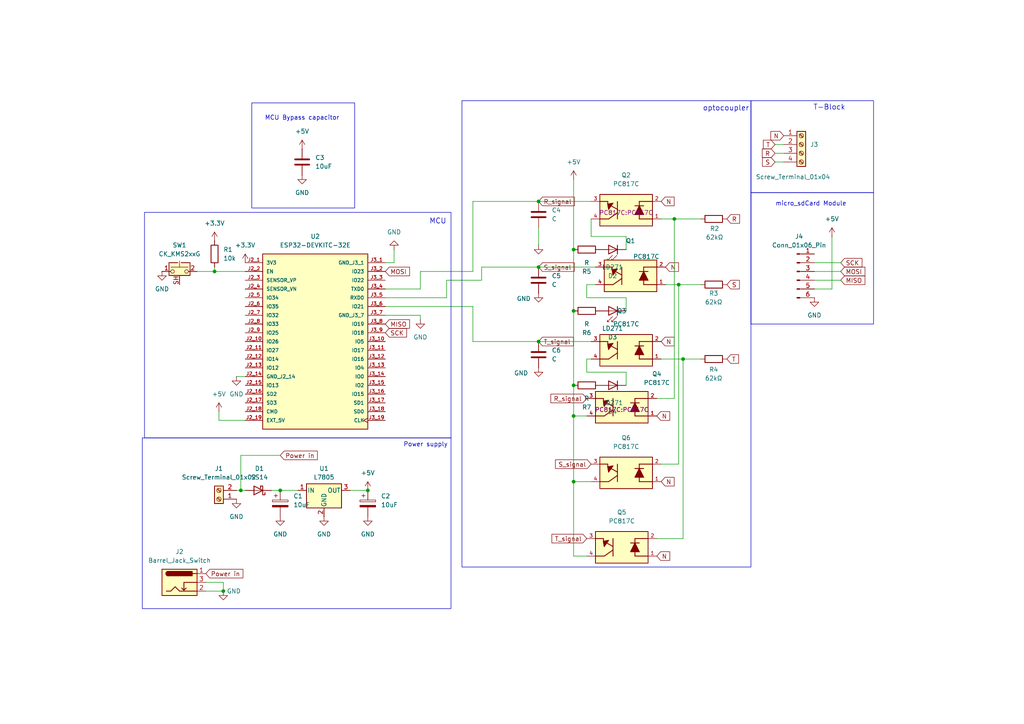
<source format=kicad_sch>
(kicad_sch
	(version 20231120)
	(generator "eeschema")
	(generator_version "8.0")
	(uuid "2dd6941d-883d-486b-bf5a-0223b78a6d74")
	(paper "A4")
	(lib_symbols
		(symbol "Connector:Barrel_Jack_Switch"
			(pin_names hide)
			(exclude_from_sim no)
			(in_bom yes)
			(on_board yes)
			(property "Reference" "J"
				(at 0 5.334 0)
				(effects
					(font
						(size 1.27 1.27)
					)
				)
			)
			(property "Value" "Barrel_Jack_Switch"
				(at 0 -5.08 0)
				(effects
					(font
						(size 1.27 1.27)
					)
				)
			)
			(property "Footprint" ""
				(at 1.27 -1.016 0)
				(effects
					(font
						(size 1.27 1.27)
					)
					(hide yes)
				)
			)
			(property "Datasheet" "~"
				(at 1.27 -1.016 0)
				(effects
					(font
						(size 1.27 1.27)
					)
					(hide yes)
				)
			)
			(property "Description" "DC Barrel Jack with an internal switch"
				(at 0 0 0)
				(effects
					(font
						(size 1.27 1.27)
					)
					(hide yes)
				)
			)
			(property "ki_keywords" "DC power barrel jack connector"
				(at 0 0 0)
				(effects
					(font
						(size 1.27 1.27)
					)
					(hide yes)
				)
			)
			(property "ki_fp_filters" "BarrelJack*"
				(at 0 0 0)
				(effects
					(font
						(size 1.27 1.27)
					)
					(hide yes)
				)
			)
			(symbol "Barrel_Jack_Switch_0_1"
				(rectangle
					(start -5.08 3.81)
					(end 5.08 -3.81)
					(stroke
						(width 0.254)
						(type default)
					)
					(fill
						(type background)
					)
				)
				(arc
					(start -3.302 3.175)
					(mid -3.9343 2.54)
					(end -3.302 1.905)
					(stroke
						(width 0.254)
						(type default)
					)
					(fill
						(type none)
					)
				)
				(arc
					(start -3.302 3.175)
					(mid -3.9343 2.54)
					(end -3.302 1.905)
					(stroke
						(width 0.254)
						(type default)
					)
					(fill
						(type outline)
					)
				)
				(polyline
					(pts
						(xy 1.27 -2.286) (xy 1.905 -1.651)
					)
					(stroke
						(width 0.254)
						(type default)
					)
					(fill
						(type none)
					)
				)
				(polyline
					(pts
						(xy 5.08 2.54) (xy 3.81 2.54)
					)
					(stroke
						(width 0.254)
						(type default)
					)
					(fill
						(type none)
					)
				)
				(polyline
					(pts
						(xy 5.08 0) (xy 1.27 0) (xy 1.27 -2.286) (xy 0.635 -1.651)
					)
					(stroke
						(width 0.254)
						(type default)
					)
					(fill
						(type none)
					)
				)
				(polyline
					(pts
						(xy -3.81 -2.54) (xy -2.54 -2.54) (xy -1.27 -1.27) (xy 0 -2.54) (xy 2.54 -2.54) (xy 5.08 -2.54)
					)
					(stroke
						(width 0.254)
						(type default)
					)
					(fill
						(type none)
					)
				)
				(rectangle
					(start 3.683 3.175)
					(end -3.302 1.905)
					(stroke
						(width 0.254)
						(type default)
					)
					(fill
						(type outline)
					)
				)
			)
			(symbol "Barrel_Jack_Switch_1_1"
				(pin passive line
					(at 7.62 2.54 180)
					(length 2.54)
					(name "~"
						(effects
							(font
								(size 1.27 1.27)
							)
						)
					)
					(number "1"
						(effects
							(font
								(size 1.27 1.27)
							)
						)
					)
				)
				(pin passive line
					(at 7.62 -2.54 180)
					(length 2.54)
					(name "~"
						(effects
							(font
								(size 1.27 1.27)
							)
						)
					)
					(number "2"
						(effects
							(font
								(size 1.27 1.27)
							)
						)
					)
				)
				(pin passive line
					(at 7.62 0 180)
					(length 2.54)
					(name "~"
						(effects
							(font
								(size 1.27 1.27)
							)
						)
					)
					(number "3"
						(effects
							(font
								(size 1.27 1.27)
							)
						)
					)
				)
			)
		)
		(symbol "Connector:Conn_01x06_Pin"
			(pin_names
				(offset 1.016) hide)
			(exclude_from_sim no)
			(in_bom yes)
			(on_board yes)
			(property "Reference" "J"
				(at 0 7.62 0)
				(effects
					(font
						(size 1.27 1.27)
					)
				)
			)
			(property "Value" "Conn_01x06_Pin"
				(at 0 -10.16 0)
				(effects
					(font
						(size 1.27 1.27)
					)
				)
			)
			(property "Footprint" ""
				(at 0 0 0)
				(effects
					(font
						(size 1.27 1.27)
					)
					(hide yes)
				)
			)
			(property "Datasheet" "~"
				(at 0 0 0)
				(effects
					(font
						(size 1.27 1.27)
					)
					(hide yes)
				)
			)
			(property "Description" "Generic connector, single row, 01x06, script generated"
				(at 0 0 0)
				(effects
					(font
						(size 1.27 1.27)
					)
					(hide yes)
				)
			)
			(property "ki_locked" ""
				(at 0 0 0)
				(effects
					(font
						(size 1.27 1.27)
					)
				)
			)
			(property "ki_keywords" "connector"
				(at 0 0 0)
				(effects
					(font
						(size 1.27 1.27)
					)
					(hide yes)
				)
			)
			(property "ki_fp_filters" "Connector*:*_1x??_*"
				(at 0 0 0)
				(effects
					(font
						(size 1.27 1.27)
					)
					(hide yes)
				)
			)
			(symbol "Conn_01x06_Pin_1_1"
				(polyline
					(pts
						(xy 1.27 -7.62) (xy 0.8636 -7.62)
					)
					(stroke
						(width 0.1524)
						(type default)
					)
					(fill
						(type none)
					)
				)
				(polyline
					(pts
						(xy 1.27 -5.08) (xy 0.8636 -5.08)
					)
					(stroke
						(width 0.1524)
						(type default)
					)
					(fill
						(type none)
					)
				)
				(polyline
					(pts
						(xy 1.27 -2.54) (xy 0.8636 -2.54)
					)
					(stroke
						(width 0.1524)
						(type default)
					)
					(fill
						(type none)
					)
				)
				(polyline
					(pts
						(xy 1.27 0) (xy 0.8636 0)
					)
					(stroke
						(width 0.1524)
						(type default)
					)
					(fill
						(type none)
					)
				)
				(polyline
					(pts
						(xy 1.27 2.54) (xy 0.8636 2.54)
					)
					(stroke
						(width 0.1524)
						(type default)
					)
					(fill
						(type none)
					)
				)
				(polyline
					(pts
						(xy 1.27 5.08) (xy 0.8636 5.08)
					)
					(stroke
						(width 0.1524)
						(type default)
					)
					(fill
						(type none)
					)
				)
				(rectangle
					(start 0.8636 -7.493)
					(end 0 -7.747)
					(stroke
						(width 0.1524)
						(type default)
					)
					(fill
						(type outline)
					)
				)
				(rectangle
					(start 0.8636 -4.953)
					(end 0 -5.207)
					(stroke
						(width 0.1524)
						(type default)
					)
					(fill
						(type outline)
					)
				)
				(rectangle
					(start 0.8636 -2.413)
					(end 0 -2.667)
					(stroke
						(width 0.1524)
						(type default)
					)
					(fill
						(type outline)
					)
				)
				(rectangle
					(start 0.8636 0.127)
					(end 0 -0.127)
					(stroke
						(width 0.1524)
						(type default)
					)
					(fill
						(type outline)
					)
				)
				(rectangle
					(start 0.8636 2.667)
					(end 0 2.413)
					(stroke
						(width 0.1524)
						(type default)
					)
					(fill
						(type outline)
					)
				)
				(rectangle
					(start 0.8636 5.207)
					(end 0 4.953)
					(stroke
						(width 0.1524)
						(type default)
					)
					(fill
						(type outline)
					)
				)
				(pin passive line
					(at 5.08 5.08 180)
					(length 3.81)
					(name "Pin_1"
						(effects
							(font
								(size 1.27 1.27)
							)
						)
					)
					(number "1"
						(effects
							(font
								(size 1.27 1.27)
							)
						)
					)
				)
				(pin passive line
					(at 5.08 2.54 180)
					(length 3.81)
					(name "Pin_2"
						(effects
							(font
								(size 1.27 1.27)
							)
						)
					)
					(number "2"
						(effects
							(font
								(size 1.27 1.27)
							)
						)
					)
				)
				(pin passive line
					(at 5.08 0 180)
					(length 3.81)
					(name "Pin_3"
						(effects
							(font
								(size 1.27 1.27)
							)
						)
					)
					(number "3"
						(effects
							(font
								(size 1.27 1.27)
							)
						)
					)
				)
				(pin passive line
					(at 5.08 -2.54 180)
					(length 3.81)
					(name "Pin_4"
						(effects
							(font
								(size 1.27 1.27)
							)
						)
					)
					(number "4"
						(effects
							(font
								(size 1.27 1.27)
							)
						)
					)
				)
				(pin passive line
					(at 5.08 -5.08 180)
					(length 3.81)
					(name "Pin_5"
						(effects
							(font
								(size 1.27 1.27)
							)
						)
					)
					(number "5"
						(effects
							(font
								(size 1.27 1.27)
							)
						)
					)
				)
				(pin passive line
					(at 5.08 -7.62 180)
					(length 3.81)
					(name "Pin_6"
						(effects
							(font
								(size 1.27 1.27)
							)
						)
					)
					(number "6"
						(effects
							(font
								(size 1.27 1.27)
							)
						)
					)
				)
			)
		)
		(symbol "Connector:Screw_Terminal_01x02"
			(pin_names
				(offset 1.016) hide)
			(exclude_from_sim no)
			(in_bom yes)
			(on_board yes)
			(property "Reference" "J"
				(at 0 2.54 0)
				(effects
					(font
						(size 1.27 1.27)
					)
				)
			)
			(property "Value" "Screw_Terminal_01x02"
				(at 0 -5.08 0)
				(effects
					(font
						(size 1.27 1.27)
					)
				)
			)
			(property "Footprint" ""
				(at 0 0 0)
				(effects
					(font
						(size 1.27 1.27)
					)
					(hide yes)
				)
			)
			(property "Datasheet" "~"
				(at 0 0 0)
				(effects
					(font
						(size 1.27 1.27)
					)
					(hide yes)
				)
			)
			(property "Description" "Generic screw terminal, single row, 01x02, script generated (kicad-library-utils/schlib/autogen/connector/)"
				(at 0 0 0)
				(effects
					(font
						(size 1.27 1.27)
					)
					(hide yes)
				)
			)
			(property "ki_keywords" "screw terminal"
				(at 0 0 0)
				(effects
					(font
						(size 1.27 1.27)
					)
					(hide yes)
				)
			)
			(property "ki_fp_filters" "TerminalBlock*:*"
				(at 0 0 0)
				(effects
					(font
						(size 1.27 1.27)
					)
					(hide yes)
				)
			)
			(symbol "Screw_Terminal_01x02_1_1"
				(rectangle
					(start -1.27 1.27)
					(end 1.27 -3.81)
					(stroke
						(width 0.254)
						(type default)
					)
					(fill
						(type background)
					)
				)
				(circle
					(center 0 -2.54)
					(radius 0.635)
					(stroke
						(width 0.1524)
						(type default)
					)
					(fill
						(type none)
					)
				)
				(polyline
					(pts
						(xy -0.5334 -2.2098) (xy 0.3302 -3.048)
					)
					(stroke
						(width 0.1524)
						(type default)
					)
					(fill
						(type none)
					)
				)
				(polyline
					(pts
						(xy -0.5334 0.3302) (xy 0.3302 -0.508)
					)
					(stroke
						(width 0.1524)
						(type default)
					)
					(fill
						(type none)
					)
				)
				(polyline
					(pts
						(xy -0.3556 -2.032) (xy 0.508 -2.8702)
					)
					(stroke
						(width 0.1524)
						(type default)
					)
					(fill
						(type none)
					)
				)
				(polyline
					(pts
						(xy -0.3556 0.508) (xy 0.508 -0.3302)
					)
					(stroke
						(width 0.1524)
						(type default)
					)
					(fill
						(type none)
					)
				)
				(circle
					(center 0 0)
					(radius 0.635)
					(stroke
						(width 0.1524)
						(type default)
					)
					(fill
						(type none)
					)
				)
				(pin passive line
					(at -5.08 0 0)
					(length 3.81)
					(name "Pin_1"
						(effects
							(font
								(size 1.27 1.27)
							)
						)
					)
					(number "1"
						(effects
							(font
								(size 1.27 1.27)
							)
						)
					)
				)
				(pin passive line
					(at -5.08 -2.54 0)
					(length 3.81)
					(name "Pin_2"
						(effects
							(font
								(size 1.27 1.27)
							)
						)
					)
					(number "2"
						(effects
							(font
								(size 1.27 1.27)
							)
						)
					)
				)
			)
		)
		(symbol "Connector:Screw_Terminal_01x04"
			(pin_names
				(offset 1.016) hide)
			(exclude_from_sim no)
			(in_bom yes)
			(on_board yes)
			(property "Reference" "J"
				(at 0 5.08 0)
				(effects
					(font
						(size 1.27 1.27)
					)
				)
			)
			(property "Value" "Screw_Terminal_01x04"
				(at 0 -7.62 0)
				(effects
					(font
						(size 1.27 1.27)
					)
				)
			)
			(property "Footprint" ""
				(at 0 0 0)
				(effects
					(font
						(size 1.27 1.27)
					)
					(hide yes)
				)
			)
			(property "Datasheet" "~"
				(at 0 0 0)
				(effects
					(font
						(size 1.27 1.27)
					)
					(hide yes)
				)
			)
			(property "Description" "Generic screw terminal, single row, 01x04, script generated (kicad-library-utils/schlib/autogen/connector/)"
				(at 0 0 0)
				(effects
					(font
						(size 1.27 1.27)
					)
					(hide yes)
				)
			)
			(property "ki_keywords" "screw terminal"
				(at 0 0 0)
				(effects
					(font
						(size 1.27 1.27)
					)
					(hide yes)
				)
			)
			(property "ki_fp_filters" "TerminalBlock*:*"
				(at 0 0 0)
				(effects
					(font
						(size 1.27 1.27)
					)
					(hide yes)
				)
			)
			(symbol "Screw_Terminal_01x04_1_1"
				(rectangle
					(start -1.27 3.81)
					(end 1.27 -6.35)
					(stroke
						(width 0.254)
						(type default)
					)
					(fill
						(type background)
					)
				)
				(circle
					(center 0 -5.08)
					(radius 0.635)
					(stroke
						(width 0.1524)
						(type default)
					)
					(fill
						(type none)
					)
				)
				(circle
					(center 0 -2.54)
					(radius 0.635)
					(stroke
						(width 0.1524)
						(type default)
					)
					(fill
						(type none)
					)
				)
				(polyline
					(pts
						(xy -0.5334 -4.7498) (xy 0.3302 -5.588)
					)
					(stroke
						(width 0.1524)
						(type default)
					)
					(fill
						(type none)
					)
				)
				(polyline
					(pts
						(xy -0.5334 -2.2098) (xy 0.3302 -3.048)
					)
					(stroke
						(width 0.1524)
						(type default)
					)
					(fill
						(type none)
					)
				)
				(polyline
					(pts
						(xy -0.5334 0.3302) (xy 0.3302 -0.508)
					)
					(stroke
						(width 0.1524)
						(type default)
					)
					(fill
						(type none)
					)
				)
				(polyline
					(pts
						(xy -0.5334 2.8702) (xy 0.3302 2.032)
					)
					(stroke
						(width 0.1524)
						(type default)
					)
					(fill
						(type none)
					)
				)
				(polyline
					(pts
						(xy -0.3556 -4.572) (xy 0.508 -5.4102)
					)
					(stroke
						(width 0.1524)
						(type default)
					)
					(fill
						(type none)
					)
				)
				(polyline
					(pts
						(xy -0.3556 -2.032) (xy 0.508 -2.8702)
					)
					(stroke
						(width 0.1524)
						(type default)
					)
					(fill
						(type none)
					)
				)
				(polyline
					(pts
						(xy -0.3556 0.508) (xy 0.508 -0.3302)
					)
					(stroke
						(width 0.1524)
						(type default)
					)
					(fill
						(type none)
					)
				)
				(polyline
					(pts
						(xy -0.3556 3.048) (xy 0.508 2.2098)
					)
					(stroke
						(width 0.1524)
						(type default)
					)
					(fill
						(type none)
					)
				)
				(circle
					(center 0 0)
					(radius 0.635)
					(stroke
						(width 0.1524)
						(type default)
					)
					(fill
						(type none)
					)
				)
				(circle
					(center 0 2.54)
					(radius 0.635)
					(stroke
						(width 0.1524)
						(type default)
					)
					(fill
						(type none)
					)
				)
				(pin passive line
					(at -5.08 2.54 0)
					(length 3.81)
					(name "Pin_1"
						(effects
							(font
								(size 1.27 1.27)
							)
						)
					)
					(number "1"
						(effects
							(font
								(size 1.27 1.27)
							)
						)
					)
				)
				(pin passive line
					(at -5.08 0 0)
					(length 3.81)
					(name "Pin_2"
						(effects
							(font
								(size 1.27 1.27)
							)
						)
					)
					(number "2"
						(effects
							(font
								(size 1.27 1.27)
							)
						)
					)
				)
				(pin passive line
					(at -5.08 -2.54 0)
					(length 3.81)
					(name "Pin_3"
						(effects
							(font
								(size 1.27 1.27)
							)
						)
					)
					(number "3"
						(effects
							(font
								(size 1.27 1.27)
							)
						)
					)
				)
				(pin passive line
					(at -5.08 -5.08 0)
					(length 3.81)
					(name "Pin_4"
						(effects
							(font
								(size 1.27 1.27)
							)
						)
					)
					(number "4"
						(effects
							(font
								(size 1.27 1.27)
							)
						)
					)
				)
			)
		)
		(symbol "Device:C"
			(pin_numbers hide)
			(pin_names
				(offset 0.254)
			)
			(exclude_from_sim no)
			(in_bom yes)
			(on_board yes)
			(property "Reference" "C"
				(at 0.635 2.54 0)
				(effects
					(font
						(size 1.27 1.27)
					)
					(justify left)
				)
			)
			(property "Value" "C"
				(at 0.635 -2.54 0)
				(effects
					(font
						(size 1.27 1.27)
					)
					(justify left)
				)
			)
			(property "Footprint" ""
				(at 0.9652 -3.81 0)
				(effects
					(font
						(size 1.27 1.27)
					)
					(hide yes)
				)
			)
			(property "Datasheet" "~"
				(at 0 0 0)
				(effects
					(font
						(size 1.27 1.27)
					)
					(hide yes)
				)
			)
			(property "Description" "Unpolarized capacitor"
				(at 0 0 0)
				(effects
					(font
						(size 1.27 1.27)
					)
					(hide yes)
				)
			)
			(property "ki_keywords" "cap capacitor"
				(at 0 0 0)
				(effects
					(font
						(size 1.27 1.27)
					)
					(hide yes)
				)
			)
			(property "ki_fp_filters" "C_*"
				(at 0 0 0)
				(effects
					(font
						(size 1.27 1.27)
					)
					(hide yes)
				)
			)
			(symbol "C_0_1"
				(polyline
					(pts
						(xy -2.032 -0.762) (xy 2.032 -0.762)
					)
					(stroke
						(width 0.508)
						(type default)
					)
					(fill
						(type none)
					)
				)
				(polyline
					(pts
						(xy -2.032 0.762) (xy 2.032 0.762)
					)
					(stroke
						(width 0.508)
						(type default)
					)
					(fill
						(type none)
					)
				)
			)
			(symbol "C_1_1"
				(pin passive line
					(at 0 3.81 270)
					(length 2.794)
					(name "~"
						(effects
							(font
								(size 1.27 1.27)
							)
						)
					)
					(number "1"
						(effects
							(font
								(size 1.27 1.27)
							)
						)
					)
				)
				(pin passive line
					(at 0 -3.81 90)
					(length 2.794)
					(name "~"
						(effects
							(font
								(size 1.27 1.27)
							)
						)
					)
					(number "2"
						(effects
							(font
								(size 1.27 1.27)
							)
						)
					)
				)
			)
		)
		(symbol "Device:C_Polarized"
			(pin_numbers hide)
			(pin_names
				(offset 0.254)
			)
			(exclude_from_sim no)
			(in_bom yes)
			(on_board yes)
			(property "Reference" "C"
				(at 0.635 2.54 0)
				(effects
					(font
						(size 1.27 1.27)
					)
					(justify left)
				)
			)
			(property "Value" "C_Polarized"
				(at 0.635 -2.54 0)
				(effects
					(font
						(size 1.27 1.27)
					)
					(justify left)
				)
			)
			(property "Footprint" ""
				(at 0.9652 -3.81 0)
				(effects
					(font
						(size 1.27 1.27)
					)
					(hide yes)
				)
			)
			(property "Datasheet" "~"
				(at 0 0 0)
				(effects
					(font
						(size 1.27 1.27)
					)
					(hide yes)
				)
			)
			(property "Description" "Polarized capacitor"
				(at 0 0 0)
				(effects
					(font
						(size 1.27 1.27)
					)
					(hide yes)
				)
			)
			(property "ki_keywords" "cap capacitor"
				(at 0 0 0)
				(effects
					(font
						(size 1.27 1.27)
					)
					(hide yes)
				)
			)
			(property "ki_fp_filters" "CP_*"
				(at 0 0 0)
				(effects
					(font
						(size 1.27 1.27)
					)
					(hide yes)
				)
			)
			(symbol "C_Polarized_0_1"
				(rectangle
					(start -2.286 0.508)
					(end 2.286 1.016)
					(stroke
						(width 0)
						(type default)
					)
					(fill
						(type none)
					)
				)
				(polyline
					(pts
						(xy -1.778 2.286) (xy -0.762 2.286)
					)
					(stroke
						(width 0)
						(type default)
					)
					(fill
						(type none)
					)
				)
				(polyline
					(pts
						(xy -1.27 2.794) (xy -1.27 1.778)
					)
					(stroke
						(width 0)
						(type default)
					)
					(fill
						(type none)
					)
				)
				(rectangle
					(start 2.286 -0.508)
					(end -2.286 -1.016)
					(stroke
						(width 0)
						(type default)
					)
					(fill
						(type outline)
					)
				)
			)
			(symbol "C_Polarized_1_1"
				(pin passive line
					(at 0 3.81 270)
					(length 2.794)
					(name "~"
						(effects
							(font
								(size 1.27 1.27)
							)
						)
					)
					(number "1"
						(effects
							(font
								(size 1.27 1.27)
							)
						)
					)
				)
				(pin passive line
					(at 0 -3.81 90)
					(length 2.794)
					(name "~"
						(effects
							(font
								(size 1.27 1.27)
							)
						)
					)
					(number "2"
						(effects
							(font
								(size 1.27 1.27)
							)
						)
					)
				)
			)
		)
		(symbol "Device:R"
			(pin_numbers hide)
			(pin_names
				(offset 0)
			)
			(exclude_from_sim no)
			(in_bom yes)
			(on_board yes)
			(property "Reference" "R"
				(at 2.032 0 90)
				(effects
					(font
						(size 1.27 1.27)
					)
				)
			)
			(property "Value" "R"
				(at 0 0 90)
				(effects
					(font
						(size 1.27 1.27)
					)
				)
			)
			(property "Footprint" ""
				(at -1.778 0 90)
				(effects
					(font
						(size 1.27 1.27)
					)
					(hide yes)
				)
			)
			(property "Datasheet" "~"
				(at 0 0 0)
				(effects
					(font
						(size 1.27 1.27)
					)
					(hide yes)
				)
			)
			(property "Description" "Resistor"
				(at 0 0 0)
				(effects
					(font
						(size 1.27 1.27)
					)
					(hide yes)
				)
			)
			(property "ki_keywords" "R res resistor"
				(at 0 0 0)
				(effects
					(font
						(size 1.27 1.27)
					)
					(hide yes)
				)
			)
			(property "ki_fp_filters" "R_*"
				(at 0 0 0)
				(effects
					(font
						(size 1.27 1.27)
					)
					(hide yes)
				)
			)
			(symbol "R_0_1"
				(rectangle
					(start -1.016 -2.54)
					(end 1.016 2.54)
					(stroke
						(width 0.254)
						(type default)
					)
					(fill
						(type none)
					)
				)
			)
			(symbol "R_1_1"
				(pin passive line
					(at 0 3.81 270)
					(length 1.27)
					(name "~"
						(effects
							(font
								(size 1.27 1.27)
							)
						)
					)
					(number "1"
						(effects
							(font
								(size 1.27 1.27)
							)
						)
					)
				)
				(pin passive line
					(at 0 -3.81 90)
					(length 1.27)
					(name "~"
						(effects
							(font
								(size 1.27 1.27)
							)
						)
					)
					(number "2"
						(effects
							(font
								(size 1.27 1.27)
							)
						)
					)
				)
			)
		)
		(symbol "Diode:SS14"
			(pin_numbers hide)
			(pin_names
				(offset 1.016) hide)
			(exclude_from_sim no)
			(in_bom yes)
			(on_board yes)
			(property "Reference" "D"
				(at 0 2.54 0)
				(effects
					(font
						(size 1.27 1.27)
					)
				)
			)
			(property "Value" "SS14"
				(at 0 -2.54 0)
				(effects
					(font
						(size 1.27 1.27)
					)
				)
			)
			(property "Footprint" "Diode_SMD:D_SMA"
				(at 0 -4.445 0)
				(effects
					(font
						(size 1.27 1.27)
					)
					(hide yes)
				)
			)
			(property "Datasheet" "https://www.vishay.com/docs/88746/ss12.pdf"
				(at 0 0 0)
				(effects
					(font
						(size 1.27 1.27)
					)
					(hide yes)
				)
			)
			(property "Description" "40V 1A Schottky Diode, SMA"
				(at 0 0 0)
				(effects
					(font
						(size 1.27 1.27)
					)
					(hide yes)
				)
			)
			(property "ki_keywords" "diode Schottky"
				(at 0 0 0)
				(effects
					(font
						(size 1.27 1.27)
					)
					(hide yes)
				)
			)
			(property "ki_fp_filters" "D*SMA*"
				(at 0 0 0)
				(effects
					(font
						(size 1.27 1.27)
					)
					(hide yes)
				)
			)
			(symbol "SS14_0_1"
				(polyline
					(pts
						(xy 1.27 0) (xy -1.27 0)
					)
					(stroke
						(width 0)
						(type default)
					)
					(fill
						(type none)
					)
				)
				(polyline
					(pts
						(xy 1.27 1.27) (xy 1.27 -1.27) (xy -1.27 0) (xy 1.27 1.27)
					)
					(stroke
						(width 0.254)
						(type default)
					)
					(fill
						(type none)
					)
				)
				(polyline
					(pts
						(xy -1.905 0.635) (xy -1.905 1.27) (xy -1.27 1.27) (xy -1.27 -1.27) (xy -0.635 -1.27) (xy -0.635 -0.635)
					)
					(stroke
						(width 0.254)
						(type default)
					)
					(fill
						(type none)
					)
				)
			)
			(symbol "SS14_1_1"
				(pin passive line
					(at -3.81 0 0)
					(length 2.54)
					(name "K"
						(effects
							(font
								(size 1.27 1.27)
							)
						)
					)
					(number "1"
						(effects
							(font
								(size 1.27 1.27)
							)
						)
					)
				)
				(pin passive line
					(at 3.81 0 180)
					(length 2.54)
					(name "A"
						(effects
							(font
								(size 1.27 1.27)
							)
						)
					)
					(number "2"
						(effects
							(font
								(size 1.27 1.27)
							)
						)
					)
				)
			)
		)
		(symbol "ESP32-DEVKITC-32E:ESP32-DEVKITC-32E"
			(pin_names
				(offset 1.016)
			)
			(exclude_from_sim no)
			(in_bom yes)
			(on_board yes)
			(property "Reference" "U2"
				(at 0 30.48 0)
				(effects
					(font
						(size 1.27 1.27)
					)
				)
			)
			(property "Value" "ESP32-DEVKITC-32E"
				(at 0 27.94 0)
				(effects
					(font
						(size 1.27 1.27)
					)
				)
			)
			(property "Footprint" "\"E:\\LIb komponen (kicad)\\ESP32-DEVKITC-32E\\ESP32-DEVKITC-32E.bak\""
				(at 0 0 0)
				(effects
					(font
						(size 1.27 1.27)
					)
					(justify bottom)
					(hide yes)
				)
			)
			(property "Datasheet" ""
				(at 0 0 0)
				(effects
					(font
						(size 1.27 1.27)
					)
					(hide yes)
				)
			)
			(property "Description" ""
				(at 0 0 0)
				(effects
					(font
						(size 1.27 1.27)
					)
					(hide yes)
				)
			)
			(property "PARTREV" "1.4"
				(at 0 0 0)
				(effects
					(font
						(size 1.27 1.27)
					)
					(justify bottom)
					(hide yes)
				)
			)
			(property "STANDARD" "Manufacturer Recommendations"
				(at 0 0 0)
				(effects
					(font
						(size 1.27 1.27)
					)
					(justify bottom)
					(hide yes)
				)
			)
			(property "MANUFACTURER" "Espressif Systems"
				(at 0 0 0)
				(effects
					(font
						(size 1.27 1.27)
					)
					(justify bottom)
					(hide yes)
				)
			)
			(symbol "ESP32-DEVKITC-32E_0_0"
				(rectangle
					(start -15.24 -25.4)
					(end 15.24 25.4)
					(stroke
						(width 0.254)
						(type default)
					)
					(fill
						(type background)
					)
				)
				(pin power_in line
					(at -20.32 22.86 0)
					(length 5.08)
					(name "3V3"
						(effects
							(font
								(size 1.016 1.016)
							)
						)
					)
					(number "J2_1"
						(effects
							(font
								(size 1.016 1.016)
							)
						)
					)
				)
				(pin bidirectional line
					(at -20.32 0 0)
					(length 5.08)
					(name "IO26"
						(effects
							(font
								(size 1.016 1.016)
							)
						)
					)
					(number "J2_10"
						(effects
							(font
								(size 1.016 1.016)
							)
						)
					)
				)
				(pin bidirectional line
					(at -20.32 -2.54 0)
					(length 5.08)
					(name "IO27"
						(effects
							(font
								(size 1.016 1.016)
							)
						)
					)
					(number "J2_11"
						(effects
							(font
								(size 1.016 1.016)
							)
						)
					)
				)
				(pin bidirectional line
					(at -20.32 -5.08 0)
					(length 5.08)
					(name "IO14"
						(effects
							(font
								(size 1.016 1.016)
							)
						)
					)
					(number "J2_12"
						(effects
							(font
								(size 1.016 1.016)
							)
						)
					)
				)
				(pin bidirectional line
					(at -20.32 -7.62 0)
					(length 5.08)
					(name "IO12"
						(effects
							(font
								(size 1.016 1.016)
							)
						)
					)
					(number "J2_13"
						(effects
							(font
								(size 1.016 1.016)
							)
						)
					)
				)
				(pin power_in line
					(at -20.32 -10.16 0)
					(length 5.08)
					(name "GND_J2_14"
						(effects
							(font
								(size 1.016 1.016)
							)
						)
					)
					(number "J2_14"
						(effects
							(font
								(size 1.016 1.016)
							)
						)
					)
				)
				(pin bidirectional line
					(at -20.32 -12.7 0)
					(length 5.08)
					(name "IO13"
						(effects
							(font
								(size 1.016 1.016)
							)
						)
					)
					(number "J2_15"
						(effects
							(font
								(size 1.016 1.016)
							)
						)
					)
				)
				(pin bidirectional line
					(at -20.32 -15.24 0)
					(length 5.08)
					(name "SD2"
						(effects
							(font
								(size 1.016 1.016)
							)
						)
					)
					(number "J2_16"
						(effects
							(font
								(size 1.016 1.016)
							)
						)
					)
				)
				(pin bidirectional line
					(at -20.32 -17.78 0)
					(length 5.08)
					(name "SD3"
						(effects
							(font
								(size 1.016 1.016)
							)
						)
					)
					(number "J2_17"
						(effects
							(font
								(size 1.016 1.016)
							)
						)
					)
				)
				(pin bidirectional line
					(at -20.32 -20.32 0)
					(length 5.08)
					(name "CMD"
						(effects
							(font
								(size 1.016 1.016)
							)
						)
					)
					(number "J2_18"
						(effects
							(font
								(size 1.016 1.016)
							)
						)
					)
				)
				(pin power_in line
					(at -20.32 -22.86 0)
					(length 5.08)
					(name "EXT_5V"
						(effects
							(font
								(size 1.016 1.016)
							)
						)
					)
					(number "J2_19"
						(effects
							(font
								(size 1.016 1.016)
							)
						)
					)
				)
				(pin input line
					(at -20.32 20.32 0)
					(length 5.08)
					(name "EN"
						(effects
							(font
								(size 1.016 1.016)
							)
						)
					)
					(number "J2_2"
						(effects
							(font
								(size 1.016 1.016)
							)
						)
					)
				)
				(pin bidirectional line
					(at -20.32 17.78 0)
					(length 5.08)
					(name "SENSOR_VP"
						(effects
							(font
								(size 1.016 1.016)
							)
						)
					)
					(number "J2_3"
						(effects
							(font
								(size 1.016 1.016)
							)
						)
					)
				)
				(pin bidirectional line
					(at -20.32 15.24 0)
					(length 5.08)
					(name "SENSOR_VN"
						(effects
							(font
								(size 1.016 1.016)
							)
						)
					)
					(number "J2_4"
						(effects
							(font
								(size 1.016 1.016)
							)
						)
					)
				)
				(pin bidirectional line
					(at -20.32 12.7 0)
					(length 5.08)
					(name "IO34"
						(effects
							(font
								(size 1.016 1.016)
							)
						)
					)
					(number "J2_5"
						(effects
							(font
								(size 1.016 1.016)
							)
						)
					)
				)
				(pin bidirectional line
					(at -20.32 10.16 0)
					(length 5.08)
					(name "IO35"
						(effects
							(font
								(size 1.016 1.016)
							)
						)
					)
					(number "J2_6"
						(effects
							(font
								(size 1.016 1.016)
							)
						)
					)
				)
				(pin bidirectional line
					(at -20.32 7.62 0)
					(length 5.08)
					(name "IO32"
						(effects
							(font
								(size 1.016 1.016)
							)
						)
					)
					(number "J2_7"
						(effects
							(font
								(size 1.016 1.016)
							)
						)
					)
				)
				(pin bidirectional line
					(at -20.32 5.08 0)
					(length 5.08)
					(name "IO33"
						(effects
							(font
								(size 1.016 1.016)
							)
						)
					)
					(number "J2_8"
						(effects
							(font
								(size 1.016 1.016)
							)
						)
					)
				)
				(pin bidirectional line
					(at -20.32 2.54 0)
					(length 5.08)
					(name "IO25"
						(effects
							(font
								(size 1.016 1.016)
							)
						)
					)
					(number "J2_9"
						(effects
							(font
								(size 1.016 1.016)
							)
						)
					)
				)
				(pin power_in line
					(at 20.32 22.86 180)
					(length 5.08)
					(name "GND_J3_1"
						(effects
							(font
								(size 1.016 1.016)
							)
						)
					)
					(number "J3_1"
						(effects
							(font
								(size 1.016 1.016)
							)
						)
					)
				)
				(pin bidirectional line
					(at 20.32 0 180)
					(length 5.08)
					(name "IO5"
						(effects
							(font
								(size 1.016 1.016)
							)
						)
					)
					(number "J3_10"
						(effects
							(font
								(size 1.016 1.016)
							)
						)
					)
				)
				(pin bidirectional line
					(at 20.32 -2.54 180)
					(length 5.08)
					(name "IO17"
						(effects
							(font
								(size 1.016 1.016)
							)
						)
					)
					(number "J3_11"
						(effects
							(font
								(size 1.016 1.016)
							)
						)
					)
				)
				(pin bidirectional line
					(at 20.32 -5.08 180)
					(length 5.08)
					(name "IO16"
						(effects
							(font
								(size 1.016 1.016)
							)
						)
					)
					(number "J3_12"
						(effects
							(font
								(size 1.016 1.016)
							)
						)
					)
				)
				(pin bidirectional line
					(at 20.32 -7.62 180)
					(length 5.08)
					(name "IO4"
						(effects
							(font
								(size 1.016 1.016)
							)
						)
					)
					(number "J3_13"
						(effects
							(font
								(size 1.016 1.016)
							)
						)
					)
				)
				(pin bidirectional line
					(at 20.32 -10.16 180)
					(length 5.08)
					(name "IO0"
						(effects
							(font
								(size 1.016 1.016)
							)
						)
					)
					(number "J3_14"
						(effects
							(font
								(size 1.016 1.016)
							)
						)
					)
				)
				(pin bidirectional line
					(at 20.32 -12.7 180)
					(length 5.08)
					(name "IO2"
						(effects
							(font
								(size 1.016 1.016)
							)
						)
					)
					(number "J3_15"
						(effects
							(font
								(size 1.016 1.016)
							)
						)
					)
				)
				(pin bidirectional line
					(at 20.32 -15.24 180)
					(length 5.08)
					(name "IO15"
						(effects
							(font
								(size 1.016 1.016)
							)
						)
					)
					(number "J3_16"
						(effects
							(font
								(size 1.016 1.016)
							)
						)
					)
				)
				(pin bidirectional line
					(at 20.32 -17.78 180)
					(length 5.08)
					(name "SD1"
						(effects
							(font
								(size 1.016 1.016)
							)
						)
					)
					(number "J3_17"
						(effects
							(font
								(size 1.016 1.016)
							)
						)
					)
				)
				(pin bidirectional line
					(at 20.32 -20.32 180)
					(length 5.08)
					(name "SD0"
						(effects
							(font
								(size 1.016 1.016)
							)
						)
					)
					(number "J3_18"
						(effects
							(font
								(size 1.016 1.016)
							)
						)
					)
				)
				(pin bidirectional clock
					(at 20.32 -22.86 180)
					(length 5.08)
					(name "CLK"
						(effects
							(font
								(size 1.016 1.016)
							)
						)
					)
					(number "J3_19"
						(effects
							(font
								(size 1.016 1.016)
							)
						)
					)
				)
				(pin bidirectional line
					(at 20.32 20.32 180)
					(length 5.08)
					(name "IO23"
						(effects
							(font
								(size 1.016 1.016)
							)
						)
					)
					(number "J3_2"
						(effects
							(font
								(size 1.016 1.016)
							)
						)
					)
				)
				(pin bidirectional line
					(at 20.32 17.78 180)
					(length 5.08)
					(name "IO22"
						(effects
							(font
								(size 1.016 1.016)
							)
						)
					)
					(number "J3_3"
						(effects
							(font
								(size 1.016 1.016)
							)
						)
					)
				)
				(pin bidirectional line
					(at 20.32 15.24 180)
					(length 5.08)
					(name "TXD0"
						(effects
							(font
								(size 1.016 1.016)
							)
						)
					)
					(number "J3_4"
						(effects
							(font
								(size 1.016 1.016)
							)
						)
					)
				)
				(pin bidirectional line
					(at 20.32 12.7 180)
					(length 5.08)
					(name "RXD0"
						(effects
							(font
								(size 1.016 1.016)
							)
						)
					)
					(number "J3_5"
						(effects
							(font
								(size 1.016 1.016)
							)
						)
					)
				)
				(pin bidirectional line
					(at 20.32 10.16 180)
					(length 5.08)
					(name "IO21"
						(effects
							(font
								(size 1.016 1.016)
							)
						)
					)
					(number "J3_6"
						(effects
							(font
								(size 1.016 1.016)
							)
						)
					)
				)
				(pin power_in line
					(at 20.32 7.62 180)
					(length 5.08)
					(name "GND_J3_7"
						(effects
							(font
								(size 1.016 1.016)
							)
						)
					)
					(number "J3_7"
						(effects
							(font
								(size 1.016 1.016)
							)
						)
					)
				)
				(pin bidirectional line
					(at 20.32 5.08 180)
					(length 5.08)
					(name "IO19"
						(effects
							(font
								(size 1.016 1.016)
							)
						)
					)
					(number "J3_8"
						(effects
							(font
								(size 1.016 1.016)
							)
						)
					)
				)
				(pin bidirectional line
					(at 20.32 2.54 180)
					(length 5.08)
					(name "IO18"
						(effects
							(font
								(size 1.016 1.016)
							)
						)
					)
					(number "J3_9"
						(effects
							(font
								(size 1.016 1.016)
							)
						)
					)
				)
			)
		)
		(symbol "LED:LD271"
			(pin_numbers hide)
			(pin_names
				(offset 1.016) hide)
			(exclude_from_sim no)
			(in_bom yes)
			(on_board yes)
			(property "Reference" "D"
				(at 0.508 1.778 0)
				(effects
					(font
						(size 1.27 1.27)
					)
					(justify left)
				)
			)
			(property "Value" "LD271"
				(at -1.016 -2.794 0)
				(effects
					(font
						(size 1.27 1.27)
					)
				)
			)
			(property "Footprint" "LED_THT:LED_D5.0mm_IRGrey"
				(at 0 4.445 0)
				(effects
					(font
						(size 1.27 1.27)
					)
					(hide yes)
				)
			)
			(property "Datasheet" "http://www.alliedelec.com/m/d/40788c34903a719969df15f1fbea1056.pdf"
				(at -1.27 0 0)
				(effects
					(font
						(size 1.27 1.27)
					)
					(hide yes)
				)
			)
			(property "Description" "940nm IR-LED, 5mm"
				(at 0 0 0)
				(effects
					(font
						(size 1.27 1.27)
					)
					(hide yes)
				)
			)
			(property "ki_keywords" "IR LED"
				(at 0 0 0)
				(effects
					(font
						(size 1.27 1.27)
					)
					(hide yes)
				)
			)
			(property "ki_fp_filters" "LED*5.0mm*IRGrey*"
				(at 0 0 0)
				(effects
					(font
						(size 1.27 1.27)
					)
					(hide yes)
				)
			)
			(symbol "LD271_0_1"
				(polyline
					(pts
						(xy -2.54 1.27) (xy -2.54 -1.27)
					)
					(stroke
						(width 0.254)
						(type default)
					)
					(fill
						(type none)
					)
				)
				(polyline
					(pts
						(xy 0 0) (xy -2.54 0)
					)
					(stroke
						(width 0)
						(type default)
					)
					(fill
						(type none)
					)
				)
				(polyline
					(pts
						(xy 0.381 3.175) (xy -0.127 3.175)
					)
					(stroke
						(width 0)
						(type default)
					)
					(fill
						(type none)
					)
				)
				(polyline
					(pts
						(xy -1.143 1.651) (xy 0.381 3.175) (xy 0.381 2.667)
					)
					(stroke
						(width 0)
						(type default)
					)
					(fill
						(type none)
					)
				)
				(polyline
					(pts
						(xy 0 -1.27) (xy -2.54 0) (xy 0 1.27) (xy 0 -1.27)
					)
					(stroke
						(width 0.254)
						(type default)
					)
					(fill
						(type none)
					)
				)
				(polyline
					(pts
						(xy -2.413 1.651) (xy -0.889 3.175) (xy -0.889 2.667) (xy -0.889 3.175) (xy -1.397 3.175)
					)
					(stroke
						(width 0)
						(type default)
					)
					(fill
						(type none)
					)
				)
			)
			(symbol "LD271_1_1"
				(pin passive line
					(at -5.08 0 0)
					(length 2.54)
					(name "K"
						(effects
							(font
								(size 1.27 1.27)
							)
						)
					)
					(number "1"
						(effects
							(font
								(size 1.27 1.27)
							)
						)
					)
				)
				(pin passive line
					(at 2.54 0 180)
					(length 2.54)
					(name "A"
						(effects
							(font
								(size 1.27 1.27)
							)
						)
					)
					(number "2"
						(effects
							(font
								(size 1.27 1.27)
							)
						)
					)
				)
			)
		)
		(symbol "PC817C:PC817C"
			(pin_names
				(offset 1.016)
			)
			(exclude_from_sim no)
			(in_bom yes)
			(on_board yes)
			(property "Reference" "Q"
				(at -7.6341 5.0894 0)
				(effects
					(font
						(size 1.27 1.27)
					)
					(justify left bottom)
				)
			)
			(property "Value" "PC817C"
				(at -7.1257 -7.1257 0)
				(effects
					(font
						(size 1.27 1.27)
					)
					(justify left bottom)
				)
			)
			(property "Footprint" "PC817C:DIP762W50P254L650H458Q4B"
				(at 0 0 0)
				(effects
					(font
						(size 1.27 1.27)
					)
					(justify bottom)
					(hide yes)
				)
			)
			(property "Datasheet" ""
				(at 0 0 0)
				(effects
					(font
						(size 1.27 1.27)
					)
					(hide yes)
				)
			)
			(property "Description" ""
				(at 0 0 0)
				(effects
					(font
						(size 1.27 1.27)
					)
					(hide yes)
				)
			)
			(property "MF" "Sharp Corporation"
				(at 0 0 0)
				(effects
					(font
						(size 1.27 1.27)
					)
					(justify bottom)
					(hide yes)
				)
			)
			(property "Description_1" "\n                        \n                            DIP4, DC INPUT, PHOTO TRANSISTOR\n                        \n"
				(at 0 0 0)
				(effects
					(font
						(size 1.27 1.27)
					)
					(justify bottom)
					(hide yes)
				)
			)
			(property "Package" "None"
				(at 0 0 0)
				(effects
					(font
						(size 1.27 1.27)
					)
					(justify bottom)
					(hide yes)
				)
			)
			(property "Price" "None"
				(at 0 0 0)
				(effects
					(font
						(size 1.27 1.27)
					)
					(justify bottom)
					(hide yes)
				)
			)
			(property "Check_prices" "https://www.snapeda.com/parts/PC817C/Sharp/view-part/?ref=eda"
				(at 0 0 0)
				(effects
					(font
						(size 1.27 1.27)
					)
					(justify bottom)
					(hide yes)
				)
			)
			(property "PARTREV" "N/A"
				(at 0 0 0)
				(effects
					(font
						(size 1.27 1.27)
					)
					(justify bottom)
					(hide yes)
				)
			)
			(property "SnapEDA_Link" "https://www.snapeda.com/parts/PC817C/Sharp/view-part/?ref=snap"
				(at 0 0 0)
				(effects
					(font
						(size 1.27 1.27)
					)
					(justify bottom)
					(hide yes)
				)
			)
			(property "MP" "PC817C"
				(at 0 0 0)
				(effects
					(font
						(size 1.27 1.27)
					)
					(justify bottom)
					(hide yes)
				)
			)
			(property "MANUFACTURER" "SHARP"
				(at 0 0 0)
				(effects
					(font
						(size 1.27 1.27)
					)
					(justify bottom)
					(hide yes)
				)
			)
			(property "Availability" "In Stock"
				(at 0 0 0)
				(effects
					(font
						(size 1.27 1.27)
					)
					(justify bottom)
					(hide yes)
				)
			)
			(property "METADATA" "IPC-7251"
				(at 0 0 0)
				(effects
					(font
						(size 1.27 1.27)
					)
					(justify bottom)
					(hide yes)
				)
			)
			(symbol "PC817C_0_0"
				(rectangle
					(start -7.62 -4.572)
					(end 7.62 4.572)
					(stroke
						(width 0.254)
						(type default)
					)
					(fill
						(type background)
					)
				)
				(polyline
					(pts
						(xy -7.62 -2.54) (xy -3.81 -2.54)
					)
					(stroke
						(width 0.254)
						(type default)
					)
					(fill
						(type none)
					)
				)
				(polyline
					(pts
						(xy -7.62 2.54) (xy -3.81 2.54)
					)
					(stroke
						(width 0.254)
						(type default)
					)
					(fill
						(type none)
					)
				)
				(polyline
					(pts
						(xy -5.08 -1.27) (xy -2.54 -1.27)
					)
					(stroke
						(width 0.254)
						(type default)
					)
					(fill
						(type none)
					)
				)
				(polyline
					(pts
						(xy -3.81 -2.54) (xy -3.81 2.54)
					)
					(stroke
						(width 0.254)
						(type default)
					)
					(fill
						(type none)
					)
				)
				(polyline
					(pts
						(xy 2.54 -0.254) (xy 2.54 -2.54)
					)
					(stroke
						(width 0.254)
						(type default)
					)
					(fill
						(type none)
					)
				)
				(polyline
					(pts
						(xy 2.54 -0.254) (xy 5.334 -1.778)
					)
					(stroke
						(width 0.254)
						(type default)
					)
					(fill
						(type none)
					)
				)
				(polyline
					(pts
						(xy 2.54 0.762) (xy 2.54 -0.254)
					)
					(stroke
						(width 0.254)
						(type default)
					)
					(fill
						(type none)
					)
				)
				(polyline
					(pts
						(xy 2.54 2.54) (xy 2.54 0.762)
					)
					(stroke
						(width 0.254)
						(type default)
					)
					(fill
						(type none)
					)
				)
				(polyline
					(pts
						(xy 5.08 -0.254) (xy 5.334 -1.778)
					)
					(stroke
						(width 0.254)
						(type default)
					)
					(fill
						(type none)
					)
				)
				(polyline
					(pts
						(xy 5.08 2.54) (xy 2.54 0.762)
					)
					(stroke
						(width 0.254)
						(type default)
					)
					(fill
						(type none)
					)
				)
				(polyline
					(pts
						(xy 5.334 -2.54) (xy 7.62 -2.54)
					)
					(stroke
						(width 0.254)
						(type default)
					)
					(fill
						(type none)
					)
				)
				(polyline
					(pts
						(xy 5.334 -1.778) (xy 5.334 -2.54)
					)
					(stroke
						(width 0.254)
						(type default)
					)
					(fill
						(type none)
					)
				)
				(polyline
					(pts
						(xy 7.62 2.54) (xy 5.08 2.54)
					)
					(stroke
						(width 0.254)
						(type default)
					)
					(fill
						(type none)
					)
				)
				(polyline
					(pts
						(xy -5.08 1.27) (xy -2.54 1.27) (xy -3.81 -1.27) (xy -5.08 1.27)
					)
					(stroke
						(width 0.254)
						(type default)
					)
					(fill
						(type outline)
					)
				)
				(polyline
					(pts
						(xy 5.334 -1.778) (xy 5.08 -0.254) (xy 3.81 -2.032) (xy 5.334 -1.778)
					)
					(stroke
						(width 0.254)
						(type default)
					)
					(fill
						(type outline)
					)
				)
				(pin passive line
					(at -10.16 2.54 0)
					(length 2.54)
					(name "~"
						(effects
							(font
								(size 1.016 1.016)
							)
						)
					)
					(number "1"
						(effects
							(font
								(size 1.016 1.016)
							)
						)
					)
				)
				(pin passive line
					(at -10.16 -2.54 0)
					(length 2.54)
					(name "~"
						(effects
							(font
								(size 1.016 1.016)
							)
						)
					)
					(number "2"
						(effects
							(font
								(size 1.016 1.016)
							)
						)
					)
				)
				(pin passive line
					(at 10.16 -2.54 180)
					(length 2.54)
					(name "~"
						(effects
							(font
								(size 1.016 1.016)
							)
						)
					)
					(number "3"
						(effects
							(font
								(size 1.016 1.016)
							)
						)
					)
				)
				(pin passive line
					(at 10.16 2.54 180)
					(length 2.54)
					(name "~"
						(effects
							(font
								(size 1.016 1.016)
							)
						)
					)
					(number "4"
						(effects
							(font
								(size 1.016 1.016)
							)
						)
					)
				)
			)
		)
		(symbol "Regulator_Linear:L7805"
			(pin_names
				(offset 0.254)
			)
			(exclude_from_sim no)
			(in_bom yes)
			(on_board yes)
			(property "Reference" "U"
				(at -3.81 3.175 0)
				(effects
					(font
						(size 1.27 1.27)
					)
				)
			)
			(property "Value" "L7805"
				(at 0 3.175 0)
				(effects
					(font
						(size 1.27 1.27)
					)
					(justify left)
				)
			)
			(property "Footprint" ""
				(at 0.635 -3.81 0)
				(effects
					(font
						(size 1.27 1.27)
						(italic yes)
					)
					(justify left)
					(hide yes)
				)
			)
			(property "Datasheet" "http://www.st.com/content/ccc/resource/technical/document/datasheet/41/4f/b3/b0/12/d4/47/88/CD00000444.pdf/files/CD00000444.pdf/jcr:content/translations/en.CD00000444.pdf"
				(at 0 -1.27 0)
				(effects
					(font
						(size 1.27 1.27)
					)
					(hide yes)
				)
			)
			(property "Description" "Positive 1.5A 35V Linear Regulator, Fixed Output 5V, TO-220/TO-263/TO-252"
				(at 0 0 0)
				(effects
					(font
						(size 1.27 1.27)
					)
					(hide yes)
				)
			)
			(property "ki_keywords" "Voltage Regulator 1.5A Positive"
				(at 0 0 0)
				(effects
					(font
						(size 1.27 1.27)
					)
					(hide yes)
				)
			)
			(property "ki_fp_filters" "TO?252* TO?263* TO?220*"
				(at 0 0 0)
				(effects
					(font
						(size 1.27 1.27)
					)
					(hide yes)
				)
			)
			(symbol "L7805_0_1"
				(rectangle
					(start -5.08 1.905)
					(end 5.08 -5.08)
					(stroke
						(width 0.254)
						(type default)
					)
					(fill
						(type background)
					)
				)
			)
			(symbol "L7805_1_1"
				(pin power_in line
					(at -7.62 0 0)
					(length 2.54)
					(name "IN"
						(effects
							(font
								(size 1.27 1.27)
							)
						)
					)
					(number "1"
						(effects
							(font
								(size 1.27 1.27)
							)
						)
					)
				)
				(pin power_in line
					(at 0 -7.62 90)
					(length 2.54)
					(name "GND"
						(effects
							(font
								(size 1.27 1.27)
							)
						)
					)
					(number "2"
						(effects
							(font
								(size 1.27 1.27)
							)
						)
					)
				)
				(pin power_out line
					(at 7.62 0 180)
					(length 2.54)
					(name "OUT"
						(effects
							(font
								(size 1.27 1.27)
							)
						)
					)
					(number "3"
						(effects
							(font
								(size 1.27 1.27)
							)
						)
					)
				)
			)
		)
		(symbol "Switch:CK_KMS2xxG"
			(pin_names
				(offset 1.016) hide)
			(exclude_from_sim no)
			(in_bom yes)
			(on_board yes)
			(property "Reference" "SW"
				(at 4.318 2.032 0)
				(effects
					(font
						(size 1.27 1.27)
					)
					(justify left)
				)
			)
			(property "Value" "CK_KMS2xxG"
				(at 0 4.572 0)
				(effects
					(font
						(size 1.27 1.27)
					)
				)
			)
			(property "Footprint" "Button_Switch_SMD:SW_SPST_CK_KMS2xxGP"
				(at 0 5.08 0)
				(effects
					(font
						(size 1.27 1.27)
					)
					(hide yes)
				)
			)
			(property "Datasheet" "https://www.ckswitches.com/media/1482/kms.pdf"
				(at 0 5.08 0)
				(effects
					(font
						(size 1.27 1.27)
					)
					(hide yes)
				)
			)
			(property "Description" "Microminiature SMT Side Actuated, 4.2 x 2.8 x 1.42mm, without pegs, with shield pin"
				(at 0 0 0)
				(effects
					(font
						(size 1.27 1.27)
					)
					(hide yes)
				)
			)
			(property "ki_keywords" "switch normally-open pushbutton push-button"
				(at 0 0 0)
				(effects
					(font
						(size 1.27 1.27)
					)
					(hide yes)
				)
			)
			(property "ki_fp_filters" "*SW*KMS2*G*"
				(at 0 0 0)
				(effects
					(font
						(size 1.27 1.27)
					)
					(hide yes)
				)
			)
			(symbol "CK_KMS2xxG_0_1"
				(circle
					(center -2.032 0)
					(radius 0.508)
					(stroke
						(width 0)
						(type default)
					)
					(fill
						(type none)
					)
				)
				(polyline
					(pts
						(xy 0 1.27) (xy 0 3.048)
					)
					(stroke
						(width 0)
						(type default)
					)
					(fill
						(type none)
					)
				)
				(polyline
					(pts
						(xy 2.54 1.27) (xy -2.54 1.27)
					)
					(stroke
						(width 0)
						(type default)
					)
					(fill
						(type none)
					)
				)
				(polyline
					(pts
						(xy 0.508 2.54) (xy 3.048 2.54) (xy 3.048 -1.143) (xy -3.048 -1.143) (xy -3.048 2.54) (xy -0.508 2.54)
					)
					(stroke
						(width -0.0254)
						(type default)
					)
					(fill
						(type none)
					)
				)
				(polyline
					(pts
						(xy 0.508 2.54) (xy 3.048 2.54) (xy 3.048 -1.143) (xy -3.048 -1.143) (xy -3.048 2.54) (xy -0.508 2.54)
					)
					(stroke
						(width 0.254)
						(type default)
					)
					(fill
						(type none)
					)
				)
				(circle
					(center 2.032 0)
					(radius 0.508)
					(stroke
						(width 0)
						(type default)
					)
					(fill
						(type none)
					)
				)
				(pin passive line
					(at -5.08 0 0)
					(length 2.54)
					(name "1"
						(effects
							(font
								(size 1.27 1.27)
							)
						)
					)
					(number "1"
						(effects
							(font
								(size 1.27 1.27)
							)
						)
					)
				)
				(pin passive line
					(at 5.08 0 180)
					(length 2.54)
					(name "2"
						(effects
							(font
								(size 1.27 1.27)
							)
						)
					)
					(number "2"
						(effects
							(font
								(size 1.27 1.27)
							)
						)
					)
				)
			)
			(symbol "CK_KMS2xxG_1_1"
				(rectangle
					(start -3.048 2.54)
					(end 3.048 -1.27)
					(stroke
						(width -0.0254)
						(type default)
					)
					(fill
						(type background)
					)
				)
				(pin passive line
					(at 0 -3.81 90)
					(length 2.54)
					(name "B"
						(effects
							(font
								(size 1.27 1.27)
							)
						)
					)
					(number "SH"
						(effects
							(font
								(size 1.27 1.27)
							)
						)
					)
				)
			)
		)
		(symbol "power:+3.3V"
			(power)
			(pin_numbers hide)
			(pin_names
				(offset 0) hide)
			(exclude_from_sim no)
			(in_bom yes)
			(on_board yes)
			(property "Reference" "#PWR"
				(at 0 -3.81 0)
				(effects
					(font
						(size 1.27 1.27)
					)
					(hide yes)
				)
			)
			(property "Value" "+3.3V"
				(at 0 3.556 0)
				(effects
					(font
						(size 1.27 1.27)
					)
				)
			)
			(property "Footprint" ""
				(at 0 0 0)
				(effects
					(font
						(size 1.27 1.27)
					)
					(hide yes)
				)
			)
			(property "Datasheet" ""
				(at 0 0 0)
				(effects
					(font
						(size 1.27 1.27)
					)
					(hide yes)
				)
			)
			(property "Description" "Power symbol creates a global label with name \"+3.3V\""
				(at 0 0 0)
				(effects
					(font
						(size 1.27 1.27)
					)
					(hide yes)
				)
			)
			(property "ki_keywords" "global power"
				(at 0 0 0)
				(effects
					(font
						(size 1.27 1.27)
					)
					(hide yes)
				)
			)
			(symbol "+3.3V_0_1"
				(polyline
					(pts
						(xy -0.762 1.27) (xy 0 2.54)
					)
					(stroke
						(width 0)
						(type default)
					)
					(fill
						(type none)
					)
				)
				(polyline
					(pts
						(xy 0 0) (xy 0 2.54)
					)
					(stroke
						(width 0)
						(type default)
					)
					(fill
						(type none)
					)
				)
				(polyline
					(pts
						(xy 0 2.54) (xy 0.762 1.27)
					)
					(stroke
						(width 0)
						(type default)
					)
					(fill
						(type none)
					)
				)
			)
			(symbol "+3.3V_1_1"
				(pin power_in line
					(at 0 0 90)
					(length 0)
					(name "~"
						(effects
							(font
								(size 1.27 1.27)
							)
						)
					)
					(number "1"
						(effects
							(font
								(size 1.27 1.27)
							)
						)
					)
				)
			)
		)
		(symbol "power:+5V"
			(power)
			(pin_numbers hide)
			(pin_names
				(offset 0) hide)
			(exclude_from_sim no)
			(in_bom yes)
			(on_board yes)
			(property "Reference" "#PWR"
				(at 0 -3.81 0)
				(effects
					(font
						(size 1.27 1.27)
					)
					(hide yes)
				)
			)
			(property "Value" "+5V"
				(at 0 3.556 0)
				(effects
					(font
						(size 1.27 1.27)
					)
				)
			)
			(property "Footprint" ""
				(at 0 0 0)
				(effects
					(font
						(size 1.27 1.27)
					)
					(hide yes)
				)
			)
			(property "Datasheet" ""
				(at 0 0 0)
				(effects
					(font
						(size 1.27 1.27)
					)
					(hide yes)
				)
			)
			(property "Description" "Power symbol creates a global label with name \"+5V\""
				(at 0 0 0)
				(effects
					(font
						(size 1.27 1.27)
					)
					(hide yes)
				)
			)
			(property "ki_keywords" "global power"
				(at 0 0 0)
				(effects
					(font
						(size 1.27 1.27)
					)
					(hide yes)
				)
			)
			(symbol "+5V_0_1"
				(polyline
					(pts
						(xy -0.762 1.27) (xy 0 2.54)
					)
					(stroke
						(width 0)
						(type default)
					)
					(fill
						(type none)
					)
				)
				(polyline
					(pts
						(xy 0 0) (xy 0 2.54)
					)
					(stroke
						(width 0)
						(type default)
					)
					(fill
						(type none)
					)
				)
				(polyline
					(pts
						(xy 0 2.54) (xy 0.762 1.27)
					)
					(stroke
						(width 0)
						(type default)
					)
					(fill
						(type none)
					)
				)
			)
			(symbol "+5V_1_1"
				(pin power_in line
					(at 0 0 90)
					(length 0)
					(name "~"
						(effects
							(font
								(size 1.27 1.27)
							)
						)
					)
					(number "1"
						(effects
							(font
								(size 1.27 1.27)
							)
						)
					)
				)
			)
		)
		(symbol "power:GND"
			(power)
			(pin_numbers hide)
			(pin_names
				(offset 0) hide)
			(exclude_from_sim no)
			(in_bom yes)
			(on_board yes)
			(property "Reference" "#PWR"
				(at 0 -6.35 0)
				(effects
					(font
						(size 1.27 1.27)
					)
					(hide yes)
				)
			)
			(property "Value" "GND"
				(at 0 -3.81 0)
				(effects
					(font
						(size 1.27 1.27)
					)
				)
			)
			(property "Footprint" ""
				(at 0 0 0)
				(effects
					(font
						(size 1.27 1.27)
					)
					(hide yes)
				)
			)
			(property "Datasheet" ""
				(at 0 0 0)
				(effects
					(font
						(size 1.27 1.27)
					)
					(hide yes)
				)
			)
			(property "Description" "Power symbol creates a global label with name \"GND\" , ground"
				(at 0 0 0)
				(effects
					(font
						(size 1.27 1.27)
					)
					(hide yes)
				)
			)
			(property "ki_keywords" "global power"
				(at 0 0 0)
				(effects
					(font
						(size 1.27 1.27)
					)
					(hide yes)
				)
			)
			(symbol "GND_0_1"
				(polyline
					(pts
						(xy 0 0) (xy 0 -1.27) (xy 1.27 -1.27) (xy 0 -2.54) (xy -1.27 -1.27) (xy 0 -1.27)
					)
					(stroke
						(width 0)
						(type default)
					)
					(fill
						(type none)
					)
				)
			)
			(symbol "GND_1_1"
				(pin power_in line
					(at 0 0 270)
					(length 0)
					(name "~"
						(effects
							(font
								(size 1.27 1.27)
							)
						)
					)
					(number "1"
						(effects
							(font
								(size 1.27 1.27)
							)
						)
					)
				)
			)
		)
	)
	(junction
		(at 166.37 90.17)
		(diameter 0)
		(color 0 0 0 0)
		(uuid "0c06cb8c-9f68-4e82-826a-9021c2237086")
	)
	(junction
		(at 156.21 99.06)
		(diameter 0)
		(color 0 0 0 0)
		(uuid "2423f843-c9e2-4372-9441-d950d7020c07")
	)
	(junction
		(at 195.58 63.5)
		(diameter 0)
		(color 0 0 0 0)
		(uuid "362cfba0-72a6-40b9-861e-7791b814c43b")
	)
	(junction
		(at 198.12 104.14)
		(diameter 0)
		(color 0 0 0 0)
		(uuid "67988595-c86f-4571-8bcd-a729fc65cbae")
	)
	(junction
		(at 64.77 171.45)
		(diameter 0)
		(color 0 0 0 0)
		(uuid "6f29392d-c184-4f9f-8bda-4a0bc4e46b1b")
	)
	(junction
		(at 156.21 58.42)
		(diameter 0)
		(color 0 0 0 0)
		(uuid "72613dc0-e44a-4b19-9e3c-5f69eea7148a")
	)
	(junction
		(at 81.28 142.24)
		(diameter 0)
		(color 0 0 0 0)
		(uuid "72f00f79-6e2b-4b75-adb8-71f8374e7f0a")
	)
	(junction
		(at 156.21 77.47)
		(diameter 0)
		(color 0 0 0 0)
		(uuid "7d8bb8c7-cf8b-4944-a9b8-3d8a3913542c")
	)
	(junction
		(at 166.37 120.65)
		(diameter 0)
		(color 0 0 0 0)
		(uuid "80931b7d-2e3c-4866-b021-5352e45af4a2")
	)
	(junction
		(at 166.37 139.7)
		(diameter 0)
		(color 0 0 0 0)
		(uuid "95856c75-6ebc-453b-a5ae-b33aec4c3fed")
	)
	(junction
		(at 196.85 82.55)
		(diameter 0)
		(color 0 0 0 0)
		(uuid "96a31dc5-fb23-4d94-864f-0df85210ba47")
	)
	(junction
		(at 69.85 142.24)
		(diameter 0)
		(color 0 0 0 0)
		(uuid "aa603618-29db-48d6-8c21-fb223372154a")
	)
	(junction
		(at 166.37 72.39)
		(diameter 0)
		(color 0 0 0 0)
		(uuid "b3d07bbc-82d2-4a3d-bf61-5dd20a32f3e4")
	)
	(junction
		(at 166.37 111.76)
		(diameter 0)
		(color 0 0 0 0)
		(uuid "d2ea8bca-70fe-4cc4-85f6-7ef9c515eaff")
	)
	(junction
		(at 62.23 78.74)
		(diameter 0)
		(color 0 0 0 0)
		(uuid "f9486447-d4ae-4177-915b-5454cd8e8256")
	)
	(junction
		(at 106.68 142.24)
		(diameter 0)
		(color 0 0 0 0)
		(uuid "ff688e51-1b93-4a1b-9b8e-2295c9dbf1f1")
	)
	(wire
		(pts
			(xy 81.28 132.08) (xy 69.85 132.08)
		)
		(stroke
			(width 0)
			(type default)
		)
		(uuid "00ca9c29-e111-4c08-b152-7b843ec9dfe3")
	)
	(wire
		(pts
			(xy 129.54 86.36) (xy 111.76 86.36)
		)
		(stroke
			(width 0)
			(type default)
		)
		(uuid "0294de26-1e27-4e4a-989f-46e43e6c6069")
	)
	(wire
		(pts
			(xy 114.3 72.39) (xy 114.3 76.2)
		)
		(stroke
			(width 0)
			(type default)
		)
		(uuid "094c247a-166c-4399-ba85-3d3abd93ae0b")
	)
	(wire
		(pts
			(xy 62.23 78.74) (xy 71.12 78.74)
		)
		(stroke
			(width 0)
			(type default)
		)
		(uuid "0a10b0d6-a262-41fa-8a89-914537f10eb7")
	)
	(wire
		(pts
			(xy 62.23 77.47) (xy 62.23 78.74)
		)
		(stroke
			(width 0)
			(type default)
		)
		(uuid "0bfb8f8e-69f4-43d8-ae2f-5ee08b53646a")
	)
	(wire
		(pts
			(xy 129.54 81.28) (xy 139.7 81.28)
		)
		(stroke
			(width 0)
			(type default)
		)
		(uuid "0e69918c-71b4-4875-851b-9b0233c4503d")
	)
	(wire
		(pts
			(xy 57.15 78.74) (xy 62.23 78.74)
		)
		(stroke
			(width 0)
			(type default)
		)
		(uuid "114e9104-d691-457d-9eb7-571db426ce04")
	)
	(wire
		(pts
			(xy 166.37 120.65) (xy 166.37 111.76)
		)
		(stroke
			(width 0)
			(type default)
		)
		(uuid "11d3112d-f4a8-43db-b344-bf0451749538")
	)
	(wire
		(pts
			(xy 236.22 81.28) (xy 243.84 81.28)
		)
		(stroke
			(width 0)
			(type default)
		)
		(uuid "14195e29-410b-4b96-b080-8902ff2d02d6")
	)
	(wire
		(pts
			(xy 166.37 139.7) (xy 166.37 120.65)
		)
		(stroke
			(width 0)
			(type default)
		)
		(uuid "15a75d7b-b0ec-48a3-9796-55a41f9ce068")
	)
	(wire
		(pts
			(xy 236.22 76.2) (xy 243.84 76.2)
		)
		(stroke
			(width 0)
			(type default)
		)
		(uuid "16da4815-1372-4278-9b62-f98cac937058")
	)
	(wire
		(pts
			(xy 139.7 77.47) (xy 139.7 81.28)
		)
		(stroke
			(width 0)
			(type default)
		)
		(uuid "17d2dc36-c576-4f7a-8e56-0319340d4f61")
	)
	(wire
		(pts
			(xy 203.2 104.14) (xy 198.12 104.14)
		)
		(stroke
			(width 0)
			(type default)
		)
		(uuid "1b1283e1-acd1-4158-a7bc-5f5019aa0f6c")
	)
	(wire
		(pts
			(xy 224.79 46.99) (xy 227.33 46.99)
		)
		(stroke
			(width 0)
			(type default)
		)
		(uuid "1f3dca08-28a8-4eb9-88e0-ba804951359a")
	)
	(wire
		(pts
			(xy 69.85 132.08) (xy 69.85 142.24)
		)
		(stroke
			(width 0)
			(type default)
		)
		(uuid "1f987299-38b7-412d-b41b-2d9da2792fb7")
	)
	(wire
		(pts
			(xy 171.45 104.14) (xy 170.18 104.14)
		)
		(stroke
			(width 0)
			(type default)
		)
		(uuid "21d4c0ea-8dc7-4731-ba99-985149118114")
	)
	(wire
		(pts
			(xy 166.37 90.17) (xy 166.37 111.76)
		)
		(stroke
			(width 0)
			(type default)
		)
		(uuid "28413c67-e9df-4f73-a10a-e257a19d63eb")
	)
	(wire
		(pts
			(xy 170.18 107.95) (xy 170.18 104.14)
		)
		(stroke
			(width 0)
			(type default)
		)
		(uuid "2e4065d3-ae34-4ccf-a77b-885f97c0fdbe")
	)
	(wire
		(pts
			(xy 121.92 83.82) (xy 121.92 78.74)
		)
		(stroke
			(width 0)
			(type default)
		)
		(uuid "2ef20007-684b-4a4d-94c6-8ce56abaa423")
	)
	(wire
		(pts
			(xy 181.61 90.17) (xy 181.61 86.36)
		)
		(stroke
			(width 0)
			(type default)
		)
		(uuid "2f100bfd-c43e-4e14-bdd5-a308a7e3f63a")
	)
	(wire
		(pts
			(xy 121.92 78.74) (xy 137.16 78.74)
		)
		(stroke
			(width 0)
			(type default)
		)
		(uuid "304c83ed-0a92-4031-90c0-781922ed3efc")
	)
	(wire
		(pts
			(xy 156.21 77.47) (xy 172.72 77.47)
		)
		(stroke
			(width 0)
			(type default)
		)
		(uuid "33a03d30-8cb4-4953-8a59-f8fc7d1ff848")
	)
	(wire
		(pts
			(xy 101.6 142.24) (xy 106.68 142.24)
		)
		(stroke
			(width 0)
			(type default)
		)
		(uuid "35078319-3a7e-43c6-b593-c093480615db")
	)
	(wire
		(pts
			(xy 78.74 142.24) (xy 81.28 142.24)
		)
		(stroke
			(width 0)
			(type default)
		)
		(uuid "3720ef0b-ae8e-44ad-9673-e9e287afb82b")
	)
	(wire
		(pts
			(xy 196.85 134.62) (xy 191.77 134.62)
		)
		(stroke
			(width 0)
			(type default)
		)
		(uuid "40940df3-3eb0-47fa-83a9-4828ff4e7c1e")
	)
	(wire
		(pts
			(xy 59.69 171.45) (xy 64.77 171.45)
		)
		(stroke
			(width 0)
			(type default)
		)
		(uuid "48283e88-d582-499e-9cef-d41a73816db7")
	)
	(wire
		(pts
			(xy 68.58 142.24) (xy 69.85 142.24)
		)
		(stroke
			(width 0)
			(type default)
		)
		(uuid "4848488a-8dc4-42e7-a97b-a0ef65ecb764")
	)
	(wire
		(pts
			(xy 81.28 142.24) (xy 86.36 142.24)
		)
		(stroke
			(width 0)
			(type default)
		)
		(uuid "4ba1f327-4abb-48ee-b6e8-9a847b2a7ed5")
	)
	(wire
		(pts
			(xy 170.18 161.29) (xy 166.37 161.29)
		)
		(stroke
			(width 0)
			(type default)
		)
		(uuid "4bfb262f-5427-42e0-93f2-a14575f682bb")
	)
	(wire
		(pts
			(xy 137.16 88.9) (xy 137.16 99.06)
		)
		(stroke
			(width 0)
			(type default)
		)
		(uuid "4c921aeb-cca6-417c-b67a-8799b7d2ea6b")
	)
	(wire
		(pts
			(xy 190.5 115.57) (xy 195.58 115.57)
		)
		(stroke
			(width 0)
			(type default)
		)
		(uuid "54f2df65-baee-4930-b670-7379d10c45bd")
	)
	(wire
		(pts
			(xy 181.61 107.95) (xy 170.18 107.95)
		)
		(stroke
			(width 0)
			(type default)
		)
		(uuid "5a56547a-94c9-4dda-8e1a-270e0deb188e")
	)
	(wire
		(pts
			(xy 203.2 82.55) (xy 196.85 82.55)
		)
		(stroke
			(width 0)
			(type default)
		)
		(uuid "61085659-f1b6-418b-b297-c156e8634190")
	)
	(wire
		(pts
			(xy 198.12 104.14) (xy 198.12 156.21)
		)
		(stroke
			(width 0)
			(type default)
		)
		(uuid "62a5839a-0272-4d06-aa8b-10ab7c4ac20d")
	)
	(wire
		(pts
			(xy 156.21 58.42) (xy 171.45 58.42)
		)
		(stroke
			(width 0)
			(type default)
		)
		(uuid "6372ff11-2b73-437e-8ff9-382f4b5b4772")
	)
	(wire
		(pts
			(xy 166.37 52.07) (xy 166.37 72.39)
		)
		(stroke
			(width 0)
			(type default)
		)
		(uuid "6c2d1e72-1a85-4c91-9ea2-869eb1d7b54a")
	)
	(wire
		(pts
			(xy 170.18 82.55) (xy 172.72 82.55)
		)
		(stroke
			(width 0)
			(type default)
		)
		(uuid "6e17b561-2584-447d-9920-c502e41f62cc")
	)
	(wire
		(pts
			(xy 137.16 78.74) (xy 137.16 58.42)
		)
		(stroke
			(width 0)
			(type default)
		)
		(uuid "7138b7b6-a2f4-4e6d-a763-27ee934e9869")
	)
	(wire
		(pts
			(xy 156.21 66.04) (xy 156.21 71.12)
		)
		(stroke
			(width 0)
			(type default)
		)
		(uuid "714edbdf-5598-487c-970d-7ed94e57d272")
	)
	(wire
		(pts
			(xy 170.18 120.65) (xy 166.37 120.65)
		)
		(stroke
			(width 0)
			(type default)
		)
		(uuid "74f5d736-e12d-4c05-8cd9-46982d8fb6a9")
	)
	(wire
		(pts
			(xy 111.76 88.9) (xy 137.16 88.9)
		)
		(stroke
			(width 0)
			(type default)
		)
		(uuid "75139f3d-758f-49f7-b574-cd866797d53f")
	)
	(wire
		(pts
			(xy 137.16 58.42) (xy 156.21 58.42)
		)
		(stroke
			(width 0)
			(type default)
		)
		(uuid "75fc81c2-adc6-4619-bb42-d0fdef951efe")
	)
	(wire
		(pts
			(xy 224.79 44.45) (xy 227.33 44.45)
		)
		(stroke
			(width 0)
			(type default)
		)
		(uuid "7d7a3347-dd46-4dce-8c3f-7d1f7e6c4c05")
	)
	(wire
		(pts
			(xy 63.5 119.38) (xy 63.5 121.92)
		)
		(stroke
			(width 0)
			(type default)
		)
		(uuid "7d90d383-34ab-4a6e-bbcb-051354bd886b")
	)
	(wire
		(pts
			(xy 166.37 72.39) (xy 166.37 90.17)
		)
		(stroke
			(width 0)
			(type default)
		)
		(uuid "8b669b8a-4d3f-47d5-bb29-9e6c587f1a1c")
	)
	(wire
		(pts
			(xy 121.92 91.44) (xy 121.92 92.71)
		)
		(stroke
			(width 0)
			(type default)
		)
		(uuid "90cfb4bd-b001-4301-8f08-aa48a9309ea3")
	)
	(wire
		(pts
			(xy 111.76 91.44) (xy 121.92 91.44)
		)
		(stroke
			(width 0)
			(type default)
		)
		(uuid "91b6a216-4a0a-4e6f-b7e2-216e41a69c04")
	)
	(wire
		(pts
			(xy 69.85 142.24) (xy 71.12 142.24)
		)
		(stroke
			(width 0)
			(type default)
		)
		(uuid "99ce2f94-496f-4a46-ba70-cdf675f43c7e")
	)
	(wire
		(pts
			(xy 139.7 77.47) (xy 156.21 77.47)
		)
		(stroke
			(width 0)
			(type default)
		)
		(uuid "9aaf26de-1151-47c0-b025-bcb3a1611e51")
	)
	(wire
		(pts
			(xy 64.77 168.91) (xy 64.77 171.45)
		)
		(stroke
			(width 0)
			(type default)
		)
		(uuid "9f106875-b16b-4769-bc2f-a3261d7ad5aa")
	)
	(wire
		(pts
			(xy 196.85 82.55) (xy 193.04 82.55)
		)
		(stroke
			(width 0)
			(type default)
		)
		(uuid "a25696ea-cb62-4d75-a781-2184d33ca4df")
	)
	(wire
		(pts
			(xy 59.69 168.91) (xy 64.77 168.91)
		)
		(stroke
			(width 0)
			(type default)
		)
		(uuid "a3eb0123-2337-4a7c-9b8a-e0f4888910f7")
	)
	(wire
		(pts
			(xy 203.2 63.5) (xy 195.58 63.5)
		)
		(stroke
			(width 0)
			(type default)
		)
		(uuid "a68d1e1c-901d-4951-8053-331af762674e")
	)
	(wire
		(pts
			(xy 196.85 82.55) (xy 196.85 134.62)
		)
		(stroke
			(width 0)
			(type default)
		)
		(uuid "abcd0f56-b334-42af-a06c-5d1a690028fb")
	)
	(wire
		(pts
			(xy 241.3 68.58) (xy 241.3 83.82)
		)
		(stroke
			(width 0)
			(type default)
		)
		(uuid "ae539aaa-5bf1-45a9-8701-99f6cfb2908d")
	)
	(wire
		(pts
			(xy 236.22 78.74) (xy 243.84 78.74)
		)
		(stroke
			(width 0)
			(type default)
		)
		(uuid "aff19cd6-c293-4555-ab5d-1a60e1c66f1e")
	)
	(wire
		(pts
			(xy 114.3 76.2) (xy 111.76 76.2)
		)
		(stroke
			(width 0)
			(type default)
		)
		(uuid "b08bafa7-fc25-4b27-ace2-ed59513acff9")
	)
	(wire
		(pts
			(xy 68.58 109.22) (xy 71.12 109.22)
		)
		(stroke
			(width 0)
			(type default)
		)
		(uuid "b2e3295d-df2c-4517-8e3f-489c524b9cde")
	)
	(wire
		(pts
			(xy 224.79 41.91) (xy 227.33 41.91)
		)
		(stroke
			(width 0)
			(type default)
		)
		(uuid "b3e1a454-608e-4815-a6aa-3dd3e515606e")
	)
	(wire
		(pts
			(xy 195.58 63.5) (xy 191.77 63.5)
		)
		(stroke
			(width 0)
			(type default)
		)
		(uuid "b6ab9a47-b821-4037-88d8-f2f65e744c4e")
	)
	(wire
		(pts
			(xy 241.3 83.82) (xy 236.22 83.82)
		)
		(stroke
			(width 0)
			(type default)
		)
		(uuid "b71ba17e-f53a-4f17-abfe-72a9347e63ac")
	)
	(wire
		(pts
			(xy 137.16 99.06) (xy 156.21 99.06)
		)
		(stroke
			(width 0)
			(type default)
		)
		(uuid "b7db8d90-0f51-443c-87f1-de985cf0827e")
	)
	(wire
		(pts
			(xy 195.58 115.57) (xy 195.58 63.5)
		)
		(stroke
			(width 0)
			(type default)
		)
		(uuid "ba290379-c68d-4151-b56e-5b103293aeea")
	)
	(wire
		(pts
			(xy 171.45 139.7) (xy 166.37 139.7)
		)
		(stroke
			(width 0)
			(type default)
		)
		(uuid "bd026ccb-cd56-46ec-81b5-323d6e8db768")
	)
	(wire
		(pts
			(xy 129.54 81.28) (xy 129.54 86.36)
		)
		(stroke
			(width 0)
			(type default)
		)
		(uuid "bea3d03c-91b8-4359-8c90-7cb5a2c6ece4")
	)
	(wire
		(pts
			(xy 111.76 83.82) (xy 121.92 83.82)
		)
		(stroke
			(width 0)
			(type default)
		)
		(uuid "c3f829f8-8b79-4ec0-9ce4-424ecc821c05")
	)
	(wire
		(pts
			(xy 198.12 156.21) (xy 190.5 156.21)
		)
		(stroke
			(width 0)
			(type default)
		)
		(uuid "c493e088-f800-4274-bb6b-d0874782001b")
	)
	(wire
		(pts
			(xy 198.12 104.14) (xy 191.77 104.14)
		)
		(stroke
			(width 0)
			(type default)
		)
		(uuid "ca1130c2-cf3a-40ed-b531-a8192285404b")
	)
	(wire
		(pts
			(xy 166.37 161.29) (xy 166.37 139.7)
		)
		(stroke
			(width 0)
			(type default)
		)
		(uuid "d0780b00-2ddd-4f27-a480-d415cf7875fd")
	)
	(wire
		(pts
			(xy 171.45 68.58) (xy 171.45 63.5)
		)
		(stroke
			(width 0)
			(type default)
		)
		(uuid "d3ff62f8-1904-430a-9f8b-85c0b22f5aa8")
	)
	(wire
		(pts
			(xy 181.61 86.36) (xy 170.18 86.36)
		)
		(stroke
			(width 0)
			(type default)
		)
		(uuid "d6aacfba-9507-4ac5-9472-3dd629af5988")
	)
	(wire
		(pts
			(xy 71.12 121.92) (xy 63.5 121.92)
		)
		(stroke
			(width 0)
			(type default)
		)
		(uuid "dc6f7841-e8f9-4a07-9815-21c6bb8b2faa")
	)
	(wire
		(pts
			(xy 170.18 86.36) (xy 170.18 82.55)
		)
		(stroke
			(width 0)
			(type default)
		)
		(uuid "dde44281-dde9-450d-b851-48decdb838b7")
	)
	(wire
		(pts
			(xy 181.61 111.76) (xy 181.61 107.95)
		)
		(stroke
			(width 0)
			(type default)
		)
		(uuid "ec64498f-cbf9-4a66-8739-aae2eec20628")
	)
	(wire
		(pts
			(xy 181.61 72.39) (xy 181.61 68.58)
		)
		(stroke
			(width 0)
			(type default)
		)
		(uuid "f03665b5-03ae-4d1b-9893-e62335238dff")
	)
	(wire
		(pts
			(xy 156.21 99.06) (xy 171.45 99.06)
		)
		(stroke
			(width 0)
			(type default)
		)
		(uuid "f281b54e-5f63-40fa-87df-420f10a1bae5")
	)
	(wire
		(pts
			(xy 181.61 68.58) (xy 171.45 68.58)
		)
		(stroke
			(width 0)
			(type default)
		)
		(uuid "fe03837f-c653-49c4-8d18-298a8b48f945")
	)
	(rectangle
		(start 217.805 29.21)
		(end 253.365 55.88)
		(stroke
			(width 0)
			(type default)
		)
		(fill
			(type none)
		)
		(uuid 48e3b7a9-9f1d-4728-9b7e-6ed7c5ecb449)
	)
	(rectangle
		(start 41.91 61.595)
		(end 130.81 127)
		(stroke
			(width 0)
			(type default)
		)
		(fill
			(type none)
		)
		(uuid 61ef41aa-b40d-4064-9d2d-7bd805bb4882)
	)
	(rectangle
		(start 217.805 55.88)
		(end 253.365 93.98)
		(stroke
			(width 0)
			(type default)
		)
		(fill
			(type none)
		)
		(uuid a68a1f1e-f35f-4c18-b717-1d6f493f0e46)
	)
	(rectangle
		(start 41.275 127)
		(end 130.81 176.53)
		(stroke
			(width 0)
			(type default)
		)
		(fill
			(type none)
		)
		(uuid e8dbec81-59bb-404f-a535-433de79b4ea6)
	)
	(rectangle
		(start 133.985 29.21)
		(end 217.805 164.465)
		(stroke
			(width 0)
			(type default)
		)
		(fill
			(type none)
		)
		(uuid f0d1af92-fdec-49a8-9bee-3edddf2d09a2)
	)
	(rectangle
		(start 73.025 29.845)
		(end 102.87 60.325)
		(stroke
			(width 0)
			(type default)
		)
		(fill
			(type none)
		)
		(uuid fa989073-5e49-4b6f-a7fd-5f13ca4afc28)
	)
	(text "micro_sdCard Module\n"
		(exclude_from_sim no)
		(at 235.204 59.182 0)
		(effects
			(font
				(size 1.27 1.27)
			)
		)
		(uuid "261b6081-eda9-4ea8-bc20-c921a0273cc2")
	)
	(text "MCU Bypass capacitor"
		(exclude_from_sim no)
		(at 87.63 34.29 0)
		(effects
			(font
				(size 1.27 1.27)
			)
		)
		(uuid "3ee8b5a4-5dda-4491-9407-938dedfa84d6")
	)
	(text "optocoupler"
		(exclude_from_sim no)
		(at 210.566 31.496 0)
		(effects
			(font
				(size 1.5 1.5)
			)
		)
		(uuid "7b759249-ae20-4521-b0b1-79bd5eea822c")
	)
	(text "Power supply\n"
		(exclude_from_sim no)
		(at 123.444 129.032 0)
		(effects
			(font
				(size 1.27 1.27)
			)
		)
		(uuid "7dd73169-4f37-4acf-9728-1c79e3685dc3")
	)
	(text "T-Block\n"
		(exclude_from_sim no)
		(at 240.538 31.242 0)
		(effects
			(font
				(size 1.5 1.5)
			)
		)
		(uuid "d1868a5b-de8f-4d15-b203-3eb63c432397")
	)
	(text "MCU"
		(exclude_from_sim no)
		(at 127 64.262 0)
		(effects
			(font
				(size 1.5 1.5)
			)
		)
		(uuid "f0b60c46-bffe-4038-932e-2991ee478e66")
	)
	(global_label "N"
		(shape input)
		(at 227.33 39.37 180)
		(fields_autoplaced yes)
		(effects
			(font
				(size 1.27 1.27)
			)
			(justify right)
		)
		(uuid "02ef430d-d450-4a0a-89ea-e230e243f015")
		(property "Intersheetrefs" "${INTERSHEET_REFS}"
			(at 223.0143 39.37 0)
			(effects
				(font
					(size 1.27 1.27)
				)
				(justify right)
				(hide yes)
			)
		)
	)
	(global_label "N"
		(shape input)
		(at 190.5 120.65 0)
		(fields_autoplaced yes)
		(effects
			(font
				(size 1.27 1.27)
			)
			(justify left)
		)
		(uuid "03192b5f-8a66-446d-aa07-17e614b944cb")
		(property "Intersheetrefs" "${INTERSHEET_REFS}"
			(at 194.8157 120.65 0)
			(effects
				(font
					(size 1.27 1.27)
				)
				(justify left)
				(hide yes)
			)
		)
	)
	(global_label "N"
		(shape input)
		(at 193.04 77.47 0)
		(fields_autoplaced yes)
		(effects
			(font
				(size 1.27 1.27)
			)
			(justify left)
		)
		(uuid "0c9f00b1-7dc0-4e5e-bdeb-33c5c0ee8b6b")
		(property "Intersheetrefs" "${INTERSHEET_REFS}"
			(at 197.3557 77.47 0)
			(effects
				(font
					(size 1.27 1.27)
				)
				(justify left)
				(hide yes)
			)
		)
	)
	(global_label "R"
		(shape input)
		(at 210.82 63.5 0)
		(fields_autoplaced yes)
		(effects
			(font
				(size 1.27 1.27)
			)
			(justify left)
		)
		(uuid "126b6c3f-2e77-43a6-98d2-e98a6d942549")
		(property "Intersheetrefs" "${INTERSHEET_REFS}"
			(at 215.0752 63.5 0)
			(effects
				(font
					(size 1.27 1.27)
				)
				(justify left)
				(hide yes)
			)
		)
	)
	(global_label "SCK"
		(shape input)
		(at 243.84 76.2 0)
		(fields_autoplaced yes)
		(effects
			(font
				(size 1.27 1.27)
			)
			(justify left)
		)
		(uuid "176c5181-5008-43b4-8432-46a01a9e2699")
		(property "Intersheetrefs" "${INTERSHEET_REFS}"
			(at 250.5747 76.2 0)
			(effects
				(font
					(size 1.27 1.27)
				)
				(justify left)
				(hide yes)
			)
		)
	)
	(global_label "R_signal"
		(shape input)
		(at 156.21 58.42 0)
		(fields_autoplaced yes)
		(effects
			(font
				(size 1.27 1.27)
			)
			(justify left)
		)
		(uuid "18f568d7-708e-4d65-965e-299032ffd2ec")
		(property "Intersheetrefs" "${INTERSHEET_REFS}"
			(at 167.1779 58.42 0)
			(effects
				(font
					(size 1.27 1.27)
				)
				(justify left)
				(hide yes)
			)
		)
	)
	(global_label "Power in"
		(shape input)
		(at 81.28 132.08 0)
		(fields_autoplaced yes)
		(effects
			(font
				(size 1.27 1.27)
			)
			(justify left)
		)
		(uuid "257051f2-66ea-4996-8665-bbd00f8cdadf")
		(property "Intersheetrefs" "${INTERSHEET_REFS}"
			(at 92.6109 132.08 0)
			(effects
				(font
					(size 1.27 1.27)
				)
				(justify left)
				(hide yes)
			)
		)
	)
	(global_label "MOSI"
		(shape input)
		(at 111.76 78.74 0)
		(fields_autoplaced yes)
		(effects
			(font
				(size 1.27 1.27)
			)
			(justify left)
		)
		(uuid "302c17ed-422b-4750-b265-c72b7ce5a8d7")
		(property "Intersheetrefs" "${INTERSHEET_REFS}"
			(at 119.3414 78.74 0)
			(effects
				(font
					(size 1.27 1.27)
				)
				(justify left)
				(hide yes)
			)
		)
	)
	(global_label "T"
		(shape input)
		(at 224.79 41.91 180)
		(fields_autoplaced yes)
		(effects
			(font
				(size 1.27 1.27)
			)
			(justify right)
		)
		(uuid "3988bd88-7e5b-40b6-a433-21c10061b373")
		(property "Intersheetrefs" "${INTERSHEET_REFS}"
			(at 220.8372 41.91 0)
			(effects
				(font
					(size 1.27 1.27)
				)
				(justify right)
				(hide yes)
			)
		)
	)
	(global_label "T_signal"
		(shape input)
		(at 156.21 99.06 0)
		(fields_autoplaced yes)
		(effects
			(font
				(size 1.27 1.27)
			)
			(justify left)
		)
		(uuid "4d37c822-03e3-4e84-9b43-b3ccef97e395")
		(property "Intersheetrefs" "${INTERSHEET_REFS}"
			(at 166.8755 99.06 0)
			(effects
				(font
					(size 1.27 1.27)
				)
				(justify left)
				(hide yes)
			)
		)
	)
	(global_label "N"
		(shape input)
		(at 191.77 99.06 0)
		(fields_autoplaced yes)
		(effects
			(font
				(size 1.27 1.27)
			)
			(justify left)
		)
		(uuid "4f0f6b5a-abe0-46d5-8874-3304b9db5561")
		(property "Intersheetrefs" "${INTERSHEET_REFS}"
			(at 196.0857 99.06 0)
			(effects
				(font
					(size 1.27 1.27)
				)
				(justify left)
				(hide yes)
			)
		)
	)
	(global_label "Power in"
		(shape input)
		(at 59.69 166.37 0)
		(fields_autoplaced yes)
		(effects
			(font
				(size 1.27 1.27)
			)
			(justify left)
		)
		(uuid "60605702-8aaf-4c75-afd3-a89dadf3f316")
		(property "Intersheetrefs" "${INTERSHEET_REFS}"
			(at 71.0209 166.37 0)
			(effects
				(font
					(size 1.27 1.27)
				)
				(justify left)
				(hide yes)
			)
		)
	)
	(global_label "S_signal"
		(shape input)
		(at 171.45 134.62 180)
		(fields_autoplaced yes)
		(effects
			(font
				(size 1.27 1.27)
			)
			(justify right)
		)
		(uuid "6621078a-22bf-400d-8fd1-ed8988ab60be")
		(property "Intersheetrefs" "${INTERSHEET_REFS}"
			(at 160.5426 134.62 0)
			(effects
				(font
					(size 1.27 1.27)
				)
				(justify right)
				(hide yes)
			)
		)
	)
	(global_label "S_signal"
		(shape input)
		(at 156.21 77.47 0)
		(fields_autoplaced yes)
		(effects
			(font
				(size 1.27 1.27)
			)
			(justify left)
		)
		(uuid "7772c2e2-79e4-418a-981d-3aaec5026f21")
		(property "Intersheetrefs" "${INTERSHEET_REFS}"
			(at 167.1174 77.47 0)
			(effects
				(font
					(size 1.27 1.27)
				)
				(justify left)
				(hide yes)
			)
		)
	)
	(global_label "T"
		(shape input)
		(at 210.82 104.14 0)
		(fields_autoplaced yes)
		(effects
			(font
				(size 1.27 1.27)
			)
			(justify left)
		)
		(uuid "7e829366-c878-4699-8e7a-b82349c3a082")
		(property "Intersheetrefs" "${INTERSHEET_REFS}"
			(at 214.7728 104.14 0)
			(effects
				(font
					(size 1.27 1.27)
				)
				(justify left)
				(hide yes)
			)
		)
	)
	(global_label "N"
		(shape input)
		(at 191.77 58.42 0)
		(fields_autoplaced yes)
		(effects
			(font
				(size 1.27 1.27)
			)
			(justify left)
		)
		(uuid "881b17bc-ee28-4bab-beff-42cad18e95de")
		(property "Intersheetrefs" "${INTERSHEET_REFS}"
			(at 196.0857 58.42 0)
			(effects
				(font
					(size 1.27 1.27)
				)
				(justify left)
				(hide yes)
			)
		)
	)
	(global_label "N"
		(shape input)
		(at 190.5 161.29 0)
		(fields_autoplaced yes)
		(effects
			(font
				(size 1.27 1.27)
			)
			(justify left)
		)
		(uuid "915899e7-52d7-4281-b5b4-ce5daf2ece72")
		(property "Intersheetrefs" "${INTERSHEET_REFS}"
			(at 194.8157 161.29 0)
			(effects
				(font
					(size 1.27 1.27)
				)
				(justify left)
				(hide yes)
			)
		)
	)
	(global_label "R"
		(shape input)
		(at 224.79 44.45 180)
		(fields_autoplaced yes)
		(effects
			(font
				(size 1.27 1.27)
			)
			(justify right)
		)
		(uuid "98c78667-ca3d-43fb-a1ab-b602dd24b39e")
		(property "Intersheetrefs" "${INTERSHEET_REFS}"
			(at 220.5348 44.45 0)
			(effects
				(font
					(size 1.27 1.27)
				)
				(justify right)
				(hide yes)
			)
		)
	)
	(global_label "S"
		(shape input)
		(at 224.79 46.99 180)
		(fields_autoplaced yes)
		(effects
			(font
				(size 1.27 1.27)
			)
			(justify right)
		)
		(uuid "be0e6f47-48be-4ba7-8a8a-bf5f9682a91a")
		(property "Intersheetrefs" "${INTERSHEET_REFS}"
			(at 220.5953 46.99 0)
			(effects
				(font
					(size 1.27 1.27)
				)
				(justify right)
				(hide yes)
			)
		)
	)
	(global_label "S"
		(shape input)
		(at 210.82 82.55 0)
		(fields_autoplaced yes)
		(effects
			(font
				(size 1.27 1.27)
			)
			(justify left)
		)
		(uuid "d21e49e2-2754-49fe-9b19-081724fb171d")
		(property "Intersheetrefs" "${INTERSHEET_REFS}"
			(at 215.0147 82.55 0)
			(effects
				(font
					(size 1.27 1.27)
				)
				(justify left)
				(hide yes)
			)
		)
	)
	(global_label "SCK"
		(shape input)
		(at 111.76 96.52 0)
		(fields_autoplaced yes)
		(effects
			(font
				(size 1.27 1.27)
			)
			(justify left)
		)
		(uuid "d5a697cb-a87c-4ae0-a424-63bd1c5dd7d7")
		(property "Intersheetrefs" "${INTERSHEET_REFS}"
			(at 118.4947 96.52 0)
			(effects
				(font
					(size 1.27 1.27)
				)
				(justify left)
				(hide yes)
			)
		)
	)
	(global_label "MISO"
		(shape input)
		(at 111.76 93.98 0)
		(fields_autoplaced yes)
		(effects
			(font
				(size 1.27 1.27)
			)
			(justify left)
		)
		(uuid "d678b55d-28dc-4557-b231-58369cb7ef0b")
		(property "Intersheetrefs" "${INTERSHEET_REFS}"
			(at 119.3414 93.98 0)
			(effects
				(font
					(size 1.27 1.27)
				)
				(justify left)
				(hide yes)
			)
		)
	)
	(global_label "MOSI"
		(shape input)
		(at 243.84 78.74 0)
		(fields_autoplaced yes)
		(effects
			(font
				(size 1.27 1.27)
			)
			(justify left)
		)
		(uuid "e012e58a-5722-4ee4-944e-4507f58df056")
		(property "Intersheetrefs" "${INTERSHEET_REFS}"
			(at 251.4214 78.74 0)
			(effects
				(font
					(size 1.27 1.27)
				)
				(justify left)
				(hide yes)
			)
		)
	)
	(global_label "N"
		(shape input)
		(at 191.77 139.7 0)
		(fields_autoplaced yes)
		(effects
			(font
				(size 1.27 1.27)
			)
			(justify left)
		)
		(uuid "e1ca57ee-f758-44a9-9e8e-12066ed65c20")
		(property "Intersheetrefs" "${INTERSHEET_REFS}"
			(at 196.0857 139.7 0)
			(effects
				(font
					(size 1.27 1.27)
				)
				(justify left)
				(hide yes)
			)
		)
	)
	(global_label "R_signal"
		(shape input)
		(at 170.18 115.57 180)
		(fields_autoplaced yes)
		(effects
			(font
				(size 1.27 1.27)
			)
			(justify right)
		)
		(uuid "e2838ff8-70bc-4cf5-ae30-e124ec10f3a2")
		(property "Intersheetrefs" "${INTERSHEET_REFS}"
			(at 159.2121 115.57 0)
			(effects
				(font
					(size 1.27 1.27)
				)
				(justify right)
				(hide yes)
			)
		)
	)
	(global_label "MISO"
		(shape input)
		(at 243.84 81.28 0)
		(fields_autoplaced yes)
		(effects
			(font
				(size 1.27 1.27)
			)
			(justify left)
		)
		(uuid "f7fa7932-59ca-49c7-aa1a-532e6eed0de7")
		(property "Intersheetrefs" "${INTERSHEET_REFS}"
			(at 251.4214 81.28 0)
			(effects
				(font
					(size 1.27 1.27)
				)
				(justify left)
				(hide yes)
			)
		)
	)
	(global_label "T_signal"
		(shape input)
		(at 170.18 156.21 180)
		(fields_autoplaced yes)
		(effects
			(font
				(size 1.27 1.27)
			)
			(justify right)
		)
		(uuid "fb6483c5-bd3e-4599-9dd2-b41bcf40034c")
		(property "Intersheetrefs" "${INTERSHEET_REFS}"
			(at 159.5145 156.21 0)
			(effects
				(font
					(size 1.27 1.27)
				)
				(justify right)
				(hide yes)
			)
		)
	)
	(symbol
		(lib_id "power:+5V")
		(at 166.37 52.07 0)
		(unit 1)
		(exclude_from_sim no)
		(in_bom yes)
		(on_board yes)
		(dnp no)
		(fields_autoplaced yes)
		(uuid "02d8bc06-9ba4-440e-95cc-1b2017333433")
		(property "Reference" "#PWR017"
			(at 166.37 55.88 0)
			(effects
				(font
					(size 1.27 1.27)
				)
				(hide yes)
			)
		)
		(property "Value" "+5V"
			(at 166.37 46.99 0)
			(effects
				(font
					(size 1.27 1.27)
				)
			)
		)
		(property "Footprint" ""
			(at 166.37 52.07 0)
			(effects
				(font
					(size 1.27 1.27)
				)
				(hide yes)
			)
		)
		(property "Datasheet" ""
			(at 166.37 52.07 0)
			(effects
				(font
					(size 1.27 1.27)
				)
				(hide yes)
			)
		)
		(property "Description" "Power symbol creates a global label with name \"+5V\""
			(at 166.37 52.07 0)
			(effects
				(font
					(size 1.27 1.27)
				)
				(hide yes)
			)
		)
		(pin "1"
			(uuid "2c29b35f-d577-4489-aa8b-96c96c16917d")
		)
		(instances
			(project ""
				(path "/2dd6941d-883d-486b-bf5a-0223b78a6d74"
					(reference "#PWR017")
					(unit 1)
				)
			)
		)
	)
	(symbol
		(lib_id "Device:R")
		(at 207.01 104.14 270)
		(unit 1)
		(exclude_from_sim no)
		(in_bom yes)
		(on_board yes)
		(dnp no)
		(uuid "05362a40-e124-49a9-b7be-c20ce8d10ebf")
		(property "Reference" "R4"
			(at 207.01 107.188 90)
			(effects
				(font
					(size 1.27 1.27)
				)
			)
		)
		(property "Value" "62kΩ"
			(at 207.01 109.728 90)
			(effects
				(font
					(size 1.27 1.27)
				)
			)
		)
		(property "Footprint" "Resistor_THT:R_Axial_DIN0411_L9.9mm_D3.6mm_P15.24mm_Horizontal"
			(at 207.01 102.362 90)
			(effects
				(font
					(size 1.27 1.27)
				)
				(hide yes)
			)
		)
		(property "Datasheet" "~"
			(at 207.01 104.14 0)
			(effects
				(font
					(size 1.27 1.27)
				)
				(hide yes)
			)
		)
		(property "Description" "Resistor"
			(at 207.01 104.14 0)
			(effects
				(font
					(size 1.27 1.27)
				)
				(hide yes)
			)
		)
		(pin "1"
			(uuid "2c35e9b5-e630-4f26-a487-2800a0f622a1")
		)
		(pin "2"
			(uuid "07cd2998-f622-4341-a477-a1737c6c3029")
		)
		(instances
			(project "ESP32 RST Monitoring"
				(path "/2dd6941d-883d-486b-bf5a-0223b78a6d74"
					(reference "R4")
					(unit 1)
				)
			)
		)
	)
	(symbol
		(lib_id "power:GND")
		(at 156.21 85.09 0)
		(unit 1)
		(exclude_from_sim no)
		(in_bom yes)
		(on_board yes)
		(dnp no)
		(uuid "0c50d822-c3ec-4d6e-a6f6-1902fa427d80")
		(property "Reference" "#PWR015"
			(at 156.21 91.44 0)
			(effects
				(font
					(size 1.27 1.27)
				)
				(hide yes)
			)
		)
		(property "Value" "GND"
			(at 151.892 86.614 0)
			(effects
				(font
					(size 1.27 1.27)
				)
			)
		)
		(property "Footprint" ""
			(at 156.21 85.09 0)
			(effects
				(font
					(size 1.27 1.27)
				)
				(hide yes)
			)
		)
		(property "Datasheet" ""
			(at 156.21 85.09 0)
			(effects
				(font
					(size 1.27 1.27)
				)
				(hide yes)
			)
		)
		(property "Description" "Power symbol creates a global label with name \"GND\" , ground"
			(at 156.21 85.09 0)
			(effects
				(font
					(size 1.27 1.27)
				)
				(hide yes)
			)
		)
		(pin "1"
			(uuid "48897779-4b5d-413e-9345-b4729b84d4d6")
		)
		(instances
			(project ""
				(path "/2dd6941d-883d-486b-bf5a-0223b78a6d74"
					(reference "#PWR015")
					(unit 1)
				)
			)
		)
	)
	(symbol
		(lib_id "power:GND")
		(at 114.3 72.39 180)
		(unit 1)
		(exclude_from_sim no)
		(in_bom yes)
		(on_board yes)
		(dnp no)
		(fields_autoplaced yes)
		(uuid "0dfaaba9-4f9c-4bcf-9f1c-950b6e622e92")
		(property "Reference" "#PWR07"
			(at 114.3 66.04 0)
			(effects
				(font
					(size 1.27 1.27)
				)
				(hide yes)
			)
		)
		(property "Value" "GND"
			(at 114.3 67.31 0)
			(effects
				(font
					(size 1.27 1.27)
				)
			)
		)
		(property "Footprint" ""
			(at 114.3 72.39 0)
			(effects
				(font
					(size 1.27 1.27)
				)
				(hide yes)
			)
		)
		(property "Datasheet" ""
			(at 114.3 72.39 0)
			(effects
				(font
					(size 1.27 1.27)
				)
				(hide yes)
			)
		)
		(property "Description" "Power symbol creates a global label with name \"GND\" , ground"
			(at 114.3 72.39 0)
			(effects
				(font
					(size 1.27 1.27)
				)
				(hide yes)
			)
		)
		(pin "1"
			(uuid "6303f854-bf55-476b-805a-594eb381b505")
		)
		(instances
			(project "ESP32 RST Monitoring"
				(path "/2dd6941d-883d-486b-bf5a-0223b78a6d74"
					(reference "#PWR07")
					(unit 1)
				)
			)
		)
	)
	(symbol
		(lib_id "Connector:Screw_Terminal_01x02")
		(at 63.5 144.78 180)
		(unit 1)
		(exclude_from_sim no)
		(in_bom yes)
		(on_board yes)
		(dnp no)
		(fields_autoplaced yes)
		(uuid "103a407a-44cf-4cb6-8eaa-7ca9086a6715")
		(property "Reference" "J1"
			(at 63.5 135.89 0)
			(effects
				(font
					(size 1.27 1.27)
				)
			)
		)
		(property "Value" "Screw_Terminal_01x02"
			(at 63.5 138.43 0)
			(effects
				(font
					(size 1.27 1.27)
				)
			)
		)
		(property "Footprint" "TerminalBlock:TerminalBlock_bornier-2_P5.08mm"
			(at 63.5 144.78 0)
			(effects
				(font
					(size 1.27 1.27)
				)
				(hide yes)
			)
		)
		(property "Datasheet" "~"
			(at 63.5 144.78 0)
			(effects
				(font
					(size 1.27 1.27)
				)
				(hide yes)
			)
		)
		(property "Description" "Generic screw terminal, single row, 01x02, script generated (kicad-library-utils/schlib/autogen/connector/)"
			(at 63.5 144.78 0)
			(effects
				(font
					(size 1.27 1.27)
				)
				(hide yes)
			)
		)
		(pin "2"
			(uuid "cd54b5d3-8842-4a26-89e4-88953a223567")
		)
		(pin "1"
			(uuid "bdfe070d-f9df-4b9f-b5d8-3cf073b9d0f8")
		)
		(instances
			(project ""
				(path "/2dd6941d-883d-486b-bf5a-0223b78a6d74"
					(reference "J1")
					(unit 1)
				)
			)
		)
	)
	(symbol
		(lib_id "power:GND")
		(at 156.21 106.68 0)
		(unit 1)
		(exclude_from_sim no)
		(in_bom yes)
		(on_board yes)
		(dnp no)
		(uuid "167abe29-93d9-4df6-bdc3-283ba86f86ea")
		(property "Reference" "#PWR014"
			(at 156.21 113.03 0)
			(effects
				(font
					(size 1.27 1.27)
				)
				(hide yes)
			)
		)
		(property "Value" "GND"
			(at 151.13 108.204 0)
			(effects
				(font
					(size 1.27 1.27)
				)
			)
		)
		(property "Footprint" ""
			(at 156.21 106.68 0)
			(effects
				(font
					(size 1.27 1.27)
				)
				(hide yes)
			)
		)
		(property "Datasheet" ""
			(at 156.21 106.68 0)
			(effects
				(font
					(size 1.27 1.27)
				)
				(hide yes)
			)
		)
		(property "Description" "Power symbol creates a global label with name \"GND\" , ground"
			(at 156.21 106.68 0)
			(effects
				(font
					(size 1.27 1.27)
				)
				(hide yes)
			)
		)
		(pin "1"
			(uuid "39e57a88-0d39-42d1-aae2-8055d18a30a0")
		)
		(instances
			(project ""
				(path "/2dd6941d-883d-486b-bf5a-0223b78a6d74"
					(reference "#PWR014")
					(unit 1)
				)
			)
		)
	)
	(symbol
		(lib_id "power:+5V")
		(at 63.5 119.38 0)
		(unit 1)
		(exclude_from_sim no)
		(in_bom yes)
		(on_board yes)
		(dnp no)
		(fields_autoplaced yes)
		(uuid "1c4e9169-bc83-411c-964f-d06340a07ad4")
		(property "Reference" "#PWR06"
			(at 63.5 123.19 0)
			(effects
				(font
					(size 1.27 1.27)
				)
				(hide yes)
			)
		)
		(property "Value" "+5V"
			(at 63.5 114.3 0)
			(effects
				(font
					(size 1.27 1.27)
				)
			)
		)
		(property "Footprint" ""
			(at 63.5 119.38 0)
			(effects
				(font
					(size 1.27 1.27)
				)
				(hide yes)
			)
		)
		(property "Datasheet" ""
			(at 63.5 119.38 0)
			(effects
				(font
					(size 1.27 1.27)
				)
				(hide yes)
			)
		)
		(property "Description" "Power symbol creates a global label with name \"+5V\""
			(at 63.5 119.38 0)
			(effects
				(font
					(size 1.27 1.27)
				)
				(hide yes)
			)
		)
		(pin "1"
			(uuid "913b1038-ee4d-406a-9fb2-74b4c49caee1")
		)
		(instances
			(project ""
				(path "/2dd6941d-883d-486b-bf5a-0223b78a6d74"
					(reference "#PWR06")
					(unit 1)
				)
			)
		)
	)
	(symbol
		(lib_id "Regulator_Linear:L7805")
		(at 93.98 142.24 0)
		(unit 1)
		(exclude_from_sim no)
		(in_bom yes)
		(on_board yes)
		(dnp no)
		(fields_autoplaced yes)
		(uuid "214d8262-6c7a-4e57-bcf9-0d08f4be11c6")
		(property "Reference" "U1"
			(at 93.98 135.89 0)
			(effects
				(font
					(size 1.27 1.27)
				)
			)
		)
		(property "Value" "L7805"
			(at 93.98 138.43 0)
			(effects
				(font
					(size 1.27 1.27)
				)
			)
		)
		(property "Footprint" "Package_TO_SOT_SMD:TO-252-3_TabPin2"
			(at 94.615 146.05 0)
			(effects
				(font
					(size 1.27 1.27)
					(italic yes)
				)
				(justify left)
				(hide yes)
			)
		)
		(property "Datasheet" "http://www.st.com/content/ccc/resource/technical/document/datasheet/41/4f/b3/b0/12/d4/47/88/CD00000444.pdf/files/CD00000444.pdf/jcr:content/translations/en.CD00000444.pdf"
			(at 93.98 143.51 0)
			(effects
				(font
					(size 1.27 1.27)
				)
				(hide yes)
			)
		)
		(property "Description" "Positive 1.5A 35V Linear Regulator, Fixed Output 5V, TO-220/TO-263/TO-252"
			(at 93.98 142.24 0)
			(effects
				(font
					(size 1.27 1.27)
				)
				(hide yes)
			)
		)
		(pin "3"
			(uuid "51e159e1-e9cd-4352-b4a7-7a4d46d3d5d3")
		)
		(pin "1"
			(uuid "d3038817-03a5-4f43-924f-3ea807a7afed")
		)
		(pin "2"
			(uuid "4d83d3f8-40b3-48ba-b69d-d07c567f6412")
		)
		(instances
			(project ""
				(path "/2dd6941d-883d-486b-bf5a-0223b78a6d74"
					(reference "U1")
					(unit 1)
				)
			)
		)
	)
	(symbol
		(lib_id "Device:C")
		(at 87.63 46.99 0)
		(unit 1)
		(exclude_from_sim no)
		(in_bom yes)
		(on_board yes)
		(dnp no)
		(fields_autoplaced yes)
		(uuid "2a04c2b3-a1c9-495c-b94a-9120951a15da")
		(property "Reference" "C3"
			(at 91.44 45.7199 0)
			(effects
				(font
					(size 1.27 1.27)
				)
				(justify left)
			)
		)
		(property "Value" "10uF"
			(at 91.44 48.2599 0)
			(effects
				(font
					(size 1.27 1.27)
				)
				(justify left)
			)
		)
		(property "Footprint" "Capacitor_SMD:C_0805_2012Metric_Pad1.18x1.45mm_HandSolder"
			(at 88.5952 50.8 0)
			(effects
				(font
					(size 1.27 1.27)
				)
				(hide yes)
			)
		)
		(property "Datasheet" "~"
			(at 87.63 46.99 0)
			(effects
				(font
					(size 1.27 1.27)
				)
				(hide yes)
			)
		)
		(property "Description" "Unpolarized capacitor"
			(at 87.63 46.99 0)
			(effects
				(font
					(size 1.27 1.27)
				)
				(hide yes)
			)
		)
		(pin "1"
			(uuid "5b5243e5-9f11-47d1-aef0-e8ef6d2b1943")
		)
		(pin "2"
			(uuid "e02e93fb-810e-4a1b-801c-5a7e890b27b2")
		)
		(instances
			(project ""
				(path "/2dd6941d-883d-486b-bf5a-0223b78a6d74"
					(reference "C3")
					(unit 1)
				)
			)
		)
	)
	(symbol
		(lib_id "Device:R")
		(at 207.01 63.5 270)
		(unit 1)
		(exclude_from_sim no)
		(in_bom yes)
		(on_board yes)
		(dnp no)
		(uuid "2db0c73c-8064-46cd-aa67-d708406c4787")
		(property "Reference" "R2"
			(at 207.264 66.294 90)
			(effects
				(font
					(size 1.27 1.27)
				)
			)
		)
		(property "Value" "62kΩ"
			(at 207.264 68.834 90)
			(effects
				(font
					(size 1.27 1.27)
				)
			)
		)
		(property "Footprint" "Resistor_THT:R_Axial_DIN0411_L9.9mm_D3.6mm_P15.24mm_Horizontal"
			(at 207.01 61.722 90)
			(effects
				(font
					(size 1.27 1.27)
				)
				(hide yes)
			)
		)
		(property "Datasheet" "~"
			(at 207.01 63.5 0)
			(effects
				(font
					(size 1.27 1.27)
				)
				(hide yes)
			)
		)
		(property "Description" "Resistor"
			(at 207.01 63.5 0)
			(effects
				(font
					(size 1.27 1.27)
				)
				(hide yes)
			)
		)
		(pin "1"
			(uuid "c68633e8-ffc9-40a2-8a63-2e191a14c1d8")
		)
		(pin "2"
			(uuid "285a8a8e-965d-4165-a42c-127eea940722")
		)
		(instances
			(project ""
				(path "/2dd6941d-883d-486b-bf5a-0223b78a6d74"
					(reference "R2")
					(unit 1)
				)
			)
		)
	)
	(symbol
		(lib_id "Device:R")
		(at 62.23 73.66 0)
		(unit 1)
		(exclude_from_sim no)
		(in_bom yes)
		(on_board yes)
		(dnp no)
		(fields_autoplaced yes)
		(uuid "2e3c2e9d-41d9-4ab8-b8ce-2b9c07511250")
		(property "Reference" "R1"
			(at 64.77 72.3899 0)
			(effects
				(font
					(size 1.27 1.27)
				)
				(justify left)
			)
		)
		(property "Value" "10k"
			(at 64.77 74.9299 0)
			(effects
				(font
					(size 1.27 1.27)
				)
				(justify left)
			)
		)
		(property "Footprint" "Resistor_SMD:R_0805_2012Metric_Pad1.20x1.40mm_HandSolder"
			(at 60.452 73.66 90)
			(effects
				(font
					(size 1.27 1.27)
				)
				(hide yes)
			)
		)
		(property "Datasheet" "~"
			(at 62.23 73.66 0)
			(effects
				(font
					(size 1.27 1.27)
				)
				(hide yes)
			)
		)
		(property "Description" "Resistor"
			(at 62.23 73.66 0)
			(effects
				(font
					(size 1.27 1.27)
				)
				(hide yes)
			)
		)
		(pin "2"
			(uuid "26346776-9f13-49bd-a665-36d423b36c68")
		)
		(pin "1"
			(uuid "72d57627-fbe4-4a78-aa88-92bdca44892f")
		)
		(instances
			(project ""
				(path "/2dd6941d-883d-486b-bf5a-0223b78a6d74"
					(reference "R1")
					(unit 1)
				)
			)
		)
	)
	(symbol
		(lib_id "power:GND")
		(at 121.92 92.71 0)
		(unit 1)
		(exclude_from_sim no)
		(in_bom yes)
		(on_board yes)
		(dnp no)
		(fields_autoplaced yes)
		(uuid "50098cb1-e663-4873-b508-582eaab0cb4b")
		(property "Reference" "#PWR08"
			(at 121.92 99.06 0)
			(effects
				(font
					(size 1.27 1.27)
				)
				(hide yes)
			)
		)
		(property "Value" "GND"
			(at 121.92 97.79 0)
			(effects
				(font
					(size 1.27 1.27)
				)
			)
		)
		(property "Footprint" ""
			(at 121.92 92.71 0)
			(effects
				(font
					(size 1.27 1.27)
				)
				(hide yes)
			)
		)
		(property "Datasheet" ""
			(at 121.92 92.71 0)
			(effects
				(font
					(size 1.27 1.27)
				)
				(hide yes)
			)
		)
		(property "Description" "Power symbol creates a global label with name \"GND\" , ground"
			(at 121.92 92.71 0)
			(effects
				(font
					(size 1.27 1.27)
				)
				(hide yes)
			)
		)
		(pin "1"
			(uuid "b2f311ec-04a7-4a4a-a27d-4c48dfa8723c")
		)
		(instances
			(project ""
				(path "/2dd6941d-883d-486b-bf5a-0223b78a6d74"
					(reference "#PWR08")
					(unit 1)
				)
			)
		)
	)
	(symbol
		(lib_id "Device:R")
		(at 170.18 111.76 270)
		(unit 1)
		(exclude_from_sim no)
		(in_bom yes)
		(on_board yes)
		(dnp no)
		(fields_autoplaced yes)
		(uuid "520639f7-f740-4b81-8c08-d2c4b62c3b79")
		(property "Reference" "R7"
			(at 170.18 118.11 90)
			(effects
				(font
					(size 1.27 1.27)
				)
			)
		)
		(property "Value" "R"
			(at 170.18 115.57 90)
			(effects
				(font
					(size 1.27 1.27)
				)
			)
		)
		(property "Footprint" "Resistor_SMD:R_0805_2012Metric_Pad1.20x1.40mm_HandSolder"
			(at 170.18 109.982 90)
			(effects
				(font
					(size 1.27 1.27)
				)
				(hide yes)
			)
		)
		(property "Datasheet" "~"
			(at 170.18 111.76 0)
			(effects
				(font
					(size 1.27 1.27)
				)
				(hide yes)
			)
		)
		(property "Description" "Resistor"
			(at 170.18 111.76 0)
			(effects
				(font
					(size 1.27 1.27)
				)
				(hide yes)
			)
		)
		(pin "2"
			(uuid "d1a4ba5f-78e2-4a21-bcc0-57edb4d33fc8")
		)
		(pin "1"
			(uuid "507d0802-575b-48c0-94e1-dc17757a0686")
		)
		(instances
			(project "ESP32 RST Monitoring"
				(path "/2dd6941d-883d-486b-bf5a-0223b78a6d74"
					(reference "R7")
					(unit 1)
				)
			)
		)
	)
	(symbol
		(lib_id "power:+3.3V")
		(at 62.23 69.85 0)
		(unit 1)
		(exclude_from_sim no)
		(in_bom yes)
		(on_board yes)
		(dnp no)
		(fields_autoplaced yes)
		(uuid "54308915-f77a-45f7-ae01-8faa2eb5acfe")
		(property "Reference" "#PWR010"
			(at 62.23 73.66 0)
			(effects
				(font
					(size 1.27 1.27)
				)
				(hide yes)
			)
		)
		(property "Value" "+3.3V"
			(at 62.23 64.77 0)
			(effects
				(font
					(size 1.27 1.27)
				)
			)
		)
		(property "Footprint" ""
			(at 62.23 69.85 0)
			(effects
				(font
					(size 1.27 1.27)
				)
				(hide yes)
			)
		)
		(property "Datasheet" ""
			(at 62.23 69.85 0)
			(effects
				(font
					(size 1.27 1.27)
				)
				(hide yes)
			)
		)
		(property "Description" "Power symbol creates a global label with name \"+3.3V\""
			(at 62.23 69.85 0)
			(effects
				(font
					(size 1.27 1.27)
				)
				(hide yes)
			)
		)
		(pin "1"
			(uuid "cfaa3831-802b-4ff0-b51d-209737916b77")
		)
		(instances
			(project ""
				(path "/2dd6941d-883d-486b-bf5a-0223b78a6d74"
					(reference "#PWR010")
					(unit 1)
				)
			)
		)
	)
	(symbol
		(lib_id "power:GND")
		(at 68.58 144.78 0)
		(unit 1)
		(exclude_from_sim no)
		(in_bom yes)
		(on_board yes)
		(dnp no)
		(fields_autoplaced yes)
		(uuid "54fd3367-0675-4016-a0d3-d22452fb2941")
		(property "Reference" "#PWR05"
			(at 68.58 151.13 0)
			(effects
				(font
					(size 1.27 1.27)
				)
				(hide yes)
			)
		)
		(property "Value" "GND"
			(at 68.58 149.86 0)
			(effects
				(font
					(size 1.27 1.27)
				)
			)
		)
		(property "Footprint" ""
			(at 68.58 144.78 0)
			(effects
				(font
					(size 1.27 1.27)
				)
				(hide yes)
			)
		)
		(property "Datasheet" ""
			(at 68.58 144.78 0)
			(effects
				(font
					(size 1.27 1.27)
				)
				(hide yes)
			)
		)
		(property "Description" "Power symbol creates a global label with name \"GND\" , ground"
			(at 68.58 144.78 0)
			(effects
				(font
					(size 1.27 1.27)
				)
				(hide yes)
			)
		)
		(pin "1"
			(uuid "9cc1d0d7-4539-4c4d-b74e-aa4420485d8e")
		)
		(instances
			(project ""
				(path "/2dd6941d-883d-486b-bf5a-0223b78a6d74"
					(reference "#PWR05")
					(unit 1)
				)
			)
		)
	)
	(symbol
		(lib_id "PC817C:PC817C")
		(at 180.34 118.11 180)
		(unit 1)
		(exclude_from_sim no)
		(in_bom yes)
		(on_board yes)
		(dnp no)
		(uuid "6250833a-0bde-4d7b-b3e2-9a8fd97ef551")
		(property "Reference" "Q4"
			(at 190.5 108.458 0)
			(effects
				(font
					(size 1.27 1.27)
				)
			)
		)
		(property "Value" "PC817C"
			(at 190.5 110.998 0)
			(effects
				(font
					(size 1.27 1.27)
				)
			)
		)
		(property "Footprint" "PC817C:PC817C"
			(at 180.34 118.11 0)
			(effects
				(font
					(size 1.27 1.27)
				)
				(justify bottom)
			)
		)
		(property "Datasheet" ""
			(at 180.34 118.11 0)
			(effects
				(font
					(size 1.27 1.27)
				)
				(hide yes)
			)
		)
		(property "Description" ""
			(at 180.34 118.11 0)
			(effects
				(font
					(size 1.27 1.27)
				)
				(hide yes)
			)
		)
		(property "MF" "Sharp Corporation"
			(at 180.34 118.11 0)
			(effects
				(font
					(size 1.27 1.27)
				)
				(justify bottom)
				(hide yes)
			)
		)
		(property "Description_1" "\n                        \n                            DIP4, DC INPUT, PHOTO TRANSISTOR\n                        \n"
			(at 180.34 118.11 0)
			(effects
				(font
					(size 1.27 1.27)
				)
				(justify bottom)
				(hide yes)
			)
		)
		(property "Package" "None"
			(at 180.34 118.11 0)
			(effects
				(font
					(size 1.27 1.27)
				)
				(justify bottom)
				(hide yes)
			)
		)
		(property "Price" "None"
			(at 180.34 118.11 0)
			(effects
				(font
					(size 1.27 1.27)
				)
				(justify bottom)
				(hide yes)
			)
		)
		(property "Check_prices" "https://www.snapeda.com/parts/PC817C/Sharp/view-part/?ref=eda"
			(at 180.34 118.11 0)
			(effects
				(font
					(size 1.27 1.27)
				)
				(justify bottom)
				(hide yes)
			)
		)
		(property "PARTREV" "N/A"
			(at 180.34 118.11 0)
			(effects
				(font
					(size 1.27 1.27)
				)
				(justify bottom)
				(hide yes)
			)
		)
		(property "SnapEDA_Link" "https://www.snapeda.com/parts/PC817C/Sharp/view-part/?ref=snap"
			(at 180.34 118.11 0)
			(effects
				(font
					(size 1.27 1.27)
				)
				(justify bottom)
				(hide yes)
			)
		)
		(property "MP" "PC817C"
			(at 180.34 118.11 0)
			(effects
				(font
					(size 1.27 1.27)
				)
				(justify bottom)
				(hide yes)
			)
		)
		(property "MANUFACTURER" "SHARP"
			(at 180.34 118.11 0)
			(effects
				(font
					(size 1.27 1.27)
				)
				(justify bottom)
				(hide yes)
			)
		)
		(property "Availability" "In Stock"
			(at 180.34 118.11 0)
			(effects
				(font
					(size 1.27 1.27)
				)
				(justify bottom)
				(hide yes)
			)
		)
		(property "METADATA" "IPC-7251"
			(at 180.34 118.11 0)
			(effects
				(font
					(size 1.27 1.27)
				)
				(justify bottom)
				(hide yes)
			)
		)
		(pin "4"
			(uuid "6a03d54d-8a17-4431-b6e8-477a3343fb39")
		)
		(pin "3"
			(uuid "d97c6fcd-b947-4060-b052-bd4d19379245")
		)
		(pin "2"
			(uuid "82af2681-b04f-4433-92ce-84ece3f56a0c")
		)
		(pin "1"
			(uuid "d77adb6f-5901-4cad-a067-d5576a453dd3")
		)
		(instances
			(project "ESP32 RST Monitoring"
				(path "/2dd6941d-883d-486b-bf5a-0223b78a6d74"
					(reference "Q4")
					(unit 1)
				)
			)
		)
	)
	(symbol
		(lib_id "LED:LD271")
		(at 176.53 90.17 180)
		(unit 1)
		(exclude_from_sim no)
		(in_bom yes)
		(on_board yes)
		(dnp no)
		(fields_autoplaced yes)
		(uuid "681199ee-ee63-4d37-82c8-1ad718aaaf4f")
		(property "Reference" "D3"
			(at 177.673 97.79 0)
			(effects
				(font
					(size 1.27 1.27)
				)
			)
		)
		(property "Value" "LD271"
			(at 177.673 95.25 0)
			(effects
				(font
					(size 1.27 1.27)
				)
			)
		)
		(property "Footprint" "LED_THT:LED_D5.0mm_IRGrey"
			(at 176.53 94.615 0)
			(effects
				(font
					(size 1.27 1.27)
				)
				(hide yes)
			)
		)
		(property "Datasheet" "http://www.alliedelec.com/m/d/40788c34903a719969df15f1fbea1056.pdf"
			(at 177.8 90.17 0)
			(effects
				(font
					(size 1.27 1.27)
				)
				(hide yes)
			)
		)
		(property "Description" "940nm IR-LED, 5mm"
			(at 176.53 90.17 0)
			(effects
				(font
					(size 1.27 1.27)
				)
				(hide yes)
			)
		)
		(pin "1"
			(uuid "92f97af8-db4b-439d-a08d-68a57f81b8e5")
		)
		(pin "2"
			(uuid "6220fa16-8fe2-443d-a863-fb10304f6a0f")
		)
		(instances
			(project "ESP32 RST Monitoring"
				(path "/2dd6941d-883d-486b-bf5a-0223b78a6d74"
					(reference "D3")
					(unit 1)
				)
			)
		)
	)
	(symbol
		(lib_id "PC817C:PC817C")
		(at 181.61 137.16 180)
		(unit 1)
		(exclude_from_sim no)
		(in_bom yes)
		(on_board yes)
		(dnp no)
		(fields_autoplaced yes)
		(uuid "6820e4b0-a088-4cad-86b3-c02c91272436")
		(property "Reference" "Q6"
			(at 181.61 127 0)
			(effects
				(font
					(size 1.27 1.27)
				)
			)
		)
		(property "Value" "PC817C"
			(at 181.61 129.54 0)
			(effects
				(font
					(size 1.27 1.27)
				)
			)
		)
		(property "Footprint" "PC817C:PC817C"
			(at 181.61 137.16 0)
			(effects
				(font
					(size 1.27 1.27)
				)
				(justify bottom)
				(hide yes)
			)
		)
		(property "Datasheet" ""
			(at 181.61 137.16 0)
			(effects
				(font
					(size 1.27 1.27)
				)
				(hide yes)
			)
		)
		(property "Description" ""
			(at 181.61 137.16 0)
			(effects
				(font
					(size 1.27 1.27)
				)
				(hide yes)
			)
		)
		(property "MF" "Sharp Corporation"
			(at 181.61 137.16 0)
			(effects
				(font
					(size 1.27 1.27)
				)
				(justify bottom)
				(hide yes)
			)
		)
		(property "Description_1" "\n                        \n                            DIP4, DC INPUT, PHOTO TRANSISTOR\n                        \n"
			(at 181.61 137.16 0)
			(effects
				(font
					(size 1.27 1.27)
				)
				(justify bottom)
				(hide yes)
			)
		)
		(property "Package" "None"
			(at 181.61 137.16 0)
			(effects
				(font
					(size 1.27 1.27)
				)
				(justify bottom)
				(hide yes)
			)
		)
		(property "Price" "None"
			(at 181.61 137.16 0)
			(effects
				(font
					(size 1.27 1.27)
				)
				(justify bottom)
				(hide yes)
			)
		)
		(property "Check_prices" "https://www.snapeda.com/parts/PC817C/Sharp/view-part/?ref=eda"
			(at 181.61 137.16 0)
			(effects
				(font
					(size 1.27 1.27)
				)
				(justify bottom)
				(hide yes)
			)
		)
		(property "PARTREV" "N/A"
			(at 181.61 137.16 0)
			(effects
				(font
					(size 1.27 1.27)
				)
				(justify bottom)
				(hide yes)
			)
		)
		(property "SnapEDA_Link" "https://www.snapeda.com/parts/PC817C/Sharp/view-part/?ref=snap"
			(at 181.61 137.16 0)
			(effects
				(font
					(size 1.27 1.27)
				)
				(justify bottom)
				(hide yes)
			)
		)
		(property "MP" "PC817C"
			(at 181.61 137.16 0)
			(effects
				(font
					(size 1.27 1.27)
				)
				(justify bottom)
				(hide yes)
			)
		)
		(property "MANUFACTURER" "SHARP"
			(at 181.61 137.16 0)
			(effects
				(font
					(size 1.27 1.27)
				)
				(justify bottom)
				(hide yes)
			)
		)
		(property "Availability" "In Stock"
			(at 181.61 137.16 0)
			(effects
				(font
					(size 1.27 1.27)
				)
				(justify bottom)
				(hide yes)
			)
		)
		(property "METADATA" "IPC-7251"
			(at 181.61 137.16 0)
			(effects
				(font
					(size 1.27 1.27)
				)
				(justify bottom)
				(hide yes)
			)
		)
		(pin "4"
			(uuid "92f94417-c8d2-42ab-a268-1948d329c258")
		)
		(pin "3"
			(uuid "1bc1fa75-9bbe-429b-9c09-14464874a1af")
		)
		(pin "2"
			(uuid "c6eedb9a-c4ee-43f9-88b2-1f9ec56d6c7a")
		)
		(pin "1"
			(uuid "f30b579e-7b49-404a-93f8-9c0a0c05d4dc")
		)
		(instances
			(project "ESP32 RST Monitoring"
				(path "/2dd6941d-883d-486b-bf5a-0223b78a6d74"
					(reference "Q6")
					(unit 1)
				)
			)
		)
	)
	(symbol
		(lib_id "Device:C")
		(at 156.21 102.87 0)
		(unit 1)
		(exclude_from_sim no)
		(in_bom yes)
		(on_board yes)
		(dnp no)
		(fields_autoplaced yes)
		(uuid "69487906-ea6e-4691-9df6-727566470b69")
		(property "Reference" "C6"
			(at 160.02 101.5999 0)
			(effects
				(font
					(size 1.27 1.27)
				)
				(justify left)
			)
		)
		(property "Value" "C"
			(at 160.02 104.1399 0)
			(effects
				(font
					(size 1.27 1.27)
				)
				(justify left)
			)
		)
		(property "Footprint" "Capacitor_SMD:C_Elec_4x5.4"
			(at 157.1752 106.68 0)
			(effects
				(font
					(size 1.27 1.27)
				)
				(hide yes)
			)
		)
		(property "Datasheet" "~"
			(at 156.21 102.87 0)
			(effects
				(font
					(size 1.27 1.27)
				)
				(hide yes)
			)
		)
		(property "Description" "Unpolarized capacitor"
			(at 156.21 102.87 0)
			(effects
				(font
					(size 1.27 1.27)
				)
				(hide yes)
			)
		)
		(pin "2"
			(uuid "05a48f16-54c0-459f-841a-24dc73adbe38")
		)
		(pin "1"
			(uuid "db4a8fb8-f44d-4117-8233-d3781304d59b")
		)
		(instances
			(project ""
				(path "/2dd6941d-883d-486b-bf5a-0223b78a6d74"
					(reference "C6")
					(unit 1)
				)
			)
		)
	)
	(symbol
		(lib_id "power:+3.3V")
		(at 71.12 76.2 0)
		(unit 1)
		(exclude_from_sim no)
		(in_bom yes)
		(on_board yes)
		(dnp no)
		(fields_autoplaced yes)
		(uuid "6fd96cfa-ce47-4e8e-8181-0910334652f0")
		(property "Reference" "#PWR021"
			(at 71.12 80.01 0)
			(effects
				(font
					(size 1.27 1.27)
				)
				(hide yes)
			)
		)
		(property "Value" "+3.3V"
			(at 71.12 71.12 0)
			(effects
				(font
					(size 1.27 1.27)
				)
			)
		)
		(property "Footprint" ""
			(at 71.12 76.2 0)
			(effects
				(font
					(size 1.27 1.27)
				)
				(hide yes)
			)
		)
		(property "Datasheet" ""
			(at 71.12 76.2 0)
			(effects
				(font
					(size 1.27 1.27)
				)
				(hide yes)
			)
		)
		(property "Description" "Power symbol creates a global label with name \"+3.3V\""
			(at 71.12 76.2 0)
			(effects
				(font
					(size 1.27 1.27)
				)
				(hide yes)
			)
		)
		(pin "1"
			(uuid "467a3244-ea8a-4780-a18c-659b8ccd960b")
		)
		(instances
			(project ""
				(path "/2dd6941d-883d-486b-bf5a-0223b78a6d74"
					(reference "#PWR021")
					(unit 1)
				)
			)
		)
	)
	(symbol
		(lib_id "power:GND")
		(at 46.99 78.74 0)
		(unit 1)
		(exclude_from_sim no)
		(in_bom yes)
		(on_board yes)
		(dnp no)
		(fields_autoplaced yes)
		(uuid "71feca72-02e0-42ee-aaeb-d9883eef9410")
		(property "Reference" "#PWR09"
			(at 46.99 85.09 0)
			(effects
				(font
					(size 1.27 1.27)
				)
				(hide yes)
			)
		)
		(property "Value" "GND"
			(at 46.99 83.82 0)
			(effects
				(font
					(size 1.27 1.27)
				)
			)
		)
		(property "Footprint" ""
			(at 46.99 78.74 0)
			(effects
				(font
					(size 1.27 1.27)
				)
				(hide yes)
			)
		)
		(property "Datasheet" ""
			(at 46.99 78.74 0)
			(effects
				(font
					(size 1.27 1.27)
				)
				(hide yes)
			)
		)
		(property "Description" "Power symbol creates a global label with name \"GND\" , ground"
			(at 46.99 78.74 0)
			(effects
				(font
					(size 1.27 1.27)
				)
				(hide yes)
			)
		)
		(pin "1"
			(uuid "24463da2-45fc-4bc7-9056-8f8e4fd25690")
		)
		(instances
			(project ""
				(path "/2dd6941d-883d-486b-bf5a-0223b78a6d74"
					(reference "#PWR09")
					(unit 1)
				)
			)
		)
	)
	(symbol
		(lib_id "Device:R")
		(at 170.18 90.17 270)
		(unit 1)
		(exclude_from_sim no)
		(in_bom yes)
		(on_board yes)
		(dnp no)
		(fields_autoplaced yes)
		(uuid "772dbf1b-4c80-40e4-8ff1-3de7bced8007")
		(property "Reference" "R6"
			(at 170.18 96.52 90)
			(effects
				(font
					(size 1.27 1.27)
				)
			)
		)
		(property "Value" "R"
			(at 170.18 93.98 90)
			(effects
				(font
					(size 1.27 1.27)
				)
			)
		)
		(property "Footprint" "Resistor_SMD:R_0805_2012Metric_Pad1.20x1.40mm_HandSolder"
			(at 170.18 88.392 90)
			(effects
				(font
					(size 1.27 1.27)
				)
				(hide yes)
			)
		)
		(property "Datasheet" "~"
			(at 170.18 90.17 0)
			(effects
				(font
					(size 1.27 1.27)
				)
				(hide yes)
			)
		)
		(property "Description" "Resistor"
			(at 170.18 90.17 0)
			(effects
				(font
					(size 1.27 1.27)
				)
				(hide yes)
			)
		)
		(pin "2"
			(uuid "7d93250b-e441-4844-9fe3-404ee9bf5834")
		)
		(pin "1"
			(uuid "545dcb8a-6a94-4c92-9de9-64f661e21b37")
		)
		(instances
			(project "ESP32 RST Monitoring"
				(path "/2dd6941d-883d-486b-bf5a-0223b78a6d74"
					(reference "R6")
					(unit 1)
				)
			)
		)
	)
	(symbol
		(lib_id "power:+5V")
		(at 87.63 43.18 0)
		(unit 1)
		(exclude_from_sim no)
		(in_bom yes)
		(on_board yes)
		(dnp no)
		(fields_autoplaced yes)
		(uuid "781b414e-89df-451a-8597-9dd12db0bf66")
		(property "Reference" "#PWR013"
			(at 87.63 46.99 0)
			(effects
				(font
					(size 1.27 1.27)
				)
				(hide yes)
			)
		)
		(property "Value" "+5V"
			(at 87.63 38.1 0)
			(effects
				(font
					(size 1.27 1.27)
				)
			)
		)
		(property "Footprint" ""
			(at 87.63 43.18 0)
			(effects
				(font
					(size 1.27 1.27)
				)
				(hide yes)
			)
		)
		(property "Datasheet" ""
			(at 87.63 43.18 0)
			(effects
				(font
					(size 1.27 1.27)
				)
				(hide yes)
			)
		)
		(property "Description" "Power symbol creates a global label with name \"+5V\""
			(at 87.63 43.18 0)
			(effects
				(font
					(size 1.27 1.27)
				)
				(hide yes)
			)
		)
		(pin "1"
			(uuid "98d0fdc1-532d-44b7-85ba-317b7a5a386c")
		)
		(instances
			(project ""
				(path "/2dd6941d-883d-486b-bf5a-0223b78a6d74"
					(reference "#PWR013")
					(unit 1)
				)
			)
		)
	)
	(symbol
		(lib_id "power:GND")
		(at 81.28 149.86 0)
		(unit 1)
		(exclude_from_sim no)
		(in_bom yes)
		(on_board yes)
		(dnp no)
		(fields_autoplaced yes)
		(uuid "78d8ef4f-73bc-4641-8de3-61687a5d9642")
		(property "Reference" "#PWR03"
			(at 81.28 156.21 0)
			(effects
				(font
					(size 1.27 1.27)
				)
				(hide yes)
			)
		)
		(property "Value" "GND"
			(at 81.28 154.94 0)
			(effects
				(font
					(size 1.27 1.27)
				)
			)
		)
		(property "Footprint" ""
			(at 81.28 149.86 0)
			(effects
				(font
					(size 1.27 1.27)
				)
				(hide yes)
			)
		)
		(property "Datasheet" ""
			(at 81.28 149.86 0)
			(effects
				(font
					(size 1.27 1.27)
				)
				(hide yes)
			)
		)
		(property "Description" "Power symbol creates a global label with name \"GND\" , ground"
			(at 81.28 149.86 0)
			(effects
				(font
					(size 1.27 1.27)
				)
				(hide yes)
			)
		)
		(pin "1"
			(uuid "eec9ace8-1308-448f-85a9-6f4c01c11eee")
		)
		(instances
			(project ""
				(path "/2dd6941d-883d-486b-bf5a-0223b78a6d74"
					(reference "#PWR03")
					(unit 1)
				)
			)
		)
	)
	(symbol
		(lib_id "power:GND")
		(at 236.22 86.36 0)
		(unit 1)
		(exclude_from_sim no)
		(in_bom yes)
		(on_board yes)
		(dnp no)
		(fields_autoplaced yes)
		(uuid "7c35edc3-c333-4db7-9ea3-1baa11cf536f")
		(property "Reference" "#PWR019"
			(at 236.22 92.71 0)
			(effects
				(font
					(size 1.27 1.27)
				)
				(hide yes)
			)
		)
		(property "Value" "GND"
			(at 236.22 91.44 0)
			(effects
				(font
					(size 1.27 1.27)
				)
			)
		)
		(property "Footprint" ""
			(at 236.22 86.36 0)
			(effects
				(font
					(size 1.27 1.27)
				)
				(hide yes)
			)
		)
		(property "Datasheet" ""
			(at 236.22 86.36 0)
			(effects
				(font
					(size 1.27 1.27)
				)
				(hide yes)
			)
		)
		(property "Description" "Power symbol creates a global label with name \"GND\" , ground"
			(at 236.22 86.36 0)
			(effects
				(font
					(size 1.27 1.27)
				)
				(hide yes)
			)
		)
		(pin "1"
			(uuid "dc66ad74-8951-4bfb-b246-013f8c5af07a")
		)
		(instances
			(project ""
				(path "/2dd6941d-883d-486b-bf5a-0223b78a6d74"
					(reference "#PWR019")
					(unit 1)
				)
			)
		)
	)
	(symbol
		(lib_id "PC817C:PC817C")
		(at 182.88 80.01 180)
		(unit 1)
		(exclude_from_sim no)
		(in_bom yes)
		(on_board yes)
		(dnp no)
		(uuid "82df446d-1f7a-4e6b-af2d-d97389eddc4a")
		(property "Reference" "Q1"
			(at 182.88 69.85 0)
			(effects
				(font
					(size 1.27 1.27)
				)
			)
		)
		(property "Value" "PC817C"
			(at 187.452 74.422 0)
			(effects
				(font
					(size 1.27 1.27)
				)
			)
		)
		(property "Footprint" "PC817C:PC817C"
			(at 182.88 80.01 0)
			(effects
				(font
					(size 1.27 1.27)
				)
				(justify bottom)
				(hide yes)
			)
		)
		(property "Datasheet" ""
			(at 182.88 80.01 0)
			(effects
				(font
					(size 1.27 1.27)
				)
				(hide yes)
			)
		)
		(property "Description" ""
			(at 182.88 80.01 0)
			(effects
				(font
					(size 1.27 1.27)
				)
				(hide yes)
			)
		)
		(property "MF" "Sharp Corporation"
			(at 182.88 80.01 0)
			(effects
				(font
					(size 1.27 1.27)
				)
				(justify bottom)
				(hide yes)
			)
		)
		(property "Description_1" "\n                        \n                            DIP4, DC INPUT, PHOTO TRANSISTOR\n                        \n"
			(at 182.88 80.01 0)
			(effects
				(font
					(size 1.27 1.27)
				)
				(justify bottom)
				(hide yes)
			)
		)
		(property "Package" "None"
			(at 182.88 80.01 0)
			(effects
				(font
					(size 1.27 1.27)
				)
				(justify bottom)
				(hide yes)
			)
		)
		(property "Price" "None"
			(at 182.88 80.01 0)
			(effects
				(font
					(size 1.27 1.27)
				)
				(justify bottom)
				(hide yes)
			)
		)
		(property "Check_prices" "https://www.snapeda.com/parts/PC817C/Sharp/view-part/?ref=eda"
			(at 182.88 80.01 0)
			(effects
				(font
					(size 1.27 1.27)
				)
				(justify bottom)
				(hide yes)
			)
		)
		(property "PARTREV" "N/A"
			(at 182.88 80.01 0)
			(effects
				(font
					(size 1.27 1.27)
				)
				(justify bottom)
				(hide yes)
			)
		)
		(property "SnapEDA_Link" "https://www.snapeda.com/parts/PC817C/Sharp/view-part/?ref=snap"
			(at 182.88 80.01 0)
			(effects
				(font
					(size 1.27 1.27)
				)
				(justify bottom)
				(hide yes)
			)
		)
		(property "MP" "PC817C"
			(at 182.88 80.01 0)
			(effects
				(font
					(size 1.27 1.27)
				)
				(justify bottom)
				(hide yes)
			)
		)
		(property "MANUFACTURER" "SHARP"
			(at 182.88 80.01 0)
			(effects
				(font
					(size 1.27 1.27)
				)
				(justify bottom)
				(hide yes)
			)
		)
		(property "Availability" "In Stock"
			(at 182.88 80.01 0)
			(effects
				(font
					(size 1.27 1.27)
				)
				(justify bottom)
				(hide yes)
			)
		)
		(property "METADATA" "IPC-7251"
			(at 182.88 80.01 0)
			(effects
				(font
					(size 1.27 1.27)
				)
				(justify bottom)
				(hide yes)
			)
		)
		(pin "4"
			(uuid "be9f2acb-0ad7-477e-9252-d70edacce7af")
		)
		(pin "3"
			(uuid "c8cc808f-0b41-4cf3-ad7b-55588c850538")
		)
		(pin "2"
			(uuid "4d4f4743-3137-4b0d-aa27-69c0bf77cb04")
		)
		(pin "1"
			(uuid "1f9d364f-3c82-4d49-b355-a43bbf5737a7")
		)
		(instances
			(project "ESP32 RST Monitoring"
				(path "/2dd6941d-883d-486b-bf5a-0223b78a6d74"
					(reference "Q1")
					(unit 1)
				)
			)
		)
	)
	(symbol
		(lib_id "Diode:SS14")
		(at 74.93 142.24 180)
		(unit 1)
		(exclude_from_sim no)
		(in_bom yes)
		(on_board yes)
		(dnp no)
		(fields_autoplaced yes)
		(uuid "8395b9d5-2c29-423f-a38a-bac6ea03b1a6")
		(property "Reference" "D1"
			(at 75.2475 135.89 0)
			(effects
				(font
					(size 1.27 1.27)
				)
			)
		)
		(property "Value" "SS14"
			(at 75.2475 138.43 0)
			(effects
				(font
					(size 1.27 1.27)
				)
			)
		)
		(property "Footprint" "Diode_SMD:D_SMA"
			(at 74.93 137.795 0)
			(effects
				(font
					(size 1.27 1.27)
				)
				(hide yes)
			)
		)
		(property "Datasheet" "https://www.vishay.com/docs/88746/ss12.pdf"
			(at 74.93 142.24 0)
			(effects
				(font
					(size 1.27 1.27)
				)
				(hide yes)
			)
		)
		(property "Description" "40V 1A Schottky Diode, SMA"
			(at 74.93 142.24 0)
			(effects
				(font
					(size 1.27 1.27)
				)
				(hide yes)
			)
		)
		(pin "2"
			(uuid "13d8458e-7f2a-48f4-b63e-e9452c0383ce")
		)
		(pin "1"
			(uuid "e73ce20c-1429-4e6c-980f-03cbc37fc2ce")
		)
		(instances
			(project ""
				(path "/2dd6941d-883d-486b-bf5a-0223b78a6d74"
					(reference "D1")
					(unit 1)
				)
			)
		)
	)
	(symbol
		(lib_id "Device:C")
		(at 156.21 62.23 0)
		(unit 1)
		(exclude_from_sim no)
		(in_bom yes)
		(on_board yes)
		(dnp no)
		(fields_autoplaced yes)
		(uuid "84fbc3c8-e6cf-4aca-a564-3462734da64b")
		(property "Reference" "C4"
			(at 160.02 60.9599 0)
			(effects
				(font
					(size 1.27 1.27)
				)
				(justify left)
			)
		)
		(property "Value" "C"
			(at 160.02 63.4999 0)
			(effects
				(font
					(size 1.27 1.27)
				)
				(justify left)
			)
		)
		(property "Footprint" "Capacitor_SMD:C_Elec_4x5.4"
			(at 157.1752 66.04 0)
			(effects
				(font
					(size 1.27 1.27)
				)
				(hide yes)
			)
		)
		(property "Datasheet" "~"
			(at 156.21 62.23 0)
			(effects
				(font
					(size 1.27 1.27)
				)
				(hide yes)
			)
		)
		(property "Description" "Unpolarized capacitor"
			(at 156.21 62.23 0)
			(effects
				(font
					(size 1.27 1.27)
				)
				(hide yes)
			)
		)
		(pin "2"
			(uuid "ae087d12-9cd6-4fa4-bd45-c501dbba6840")
		)
		(pin "1"
			(uuid "94b7ffb1-d95e-4338-86cc-e3507edf6944")
		)
		(instances
			(project ""
				(path "/2dd6941d-883d-486b-bf5a-0223b78a6d74"
					(reference "C4")
					(unit 1)
				)
			)
		)
	)
	(symbol
		(lib_id "Connector:Barrel_Jack_Switch")
		(at 52.07 168.91 0)
		(unit 1)
		(exclude_from_sim no)
		(in_bom yes)
		(on_board yes)
		(dnp no)
		(fields_autoplaced yes)
		(uuid "8ad48427-87b4-47f4-bffb-9e1a80ef9c6f")
		(property "Reference" "J2"
			(at 52.07 160.02 0)
			(effects
				(font
					(size 1.27 1.27)
				)
			)
		)
		(property "Value" "Barrel_Jack_Switch"
			(at 52.07 162.56 0)
			(effects
				(font
					(size 1.27 1.27)
				)
			)
		)
		(property "Footprint" "Connector_BarrelJack:BarrelJack_Kycon_KLDX-0202-xC_Horizontal"
			(at 53.34 169.926 0)
			(effects
				(font
					(size 1.27 1.27)
				)
				(hide yes)
			)
		)
		(property "Datasheet" "~"
			(at 53.34 169.926 0)
			(effects
				(font
					(size 1.27 1.27)
				)
				(hide yes)
			)
		)
		(property "Description" "DC Barrel Jack with an internal switch"
			(at 52.07 168.91 0)
			(effects
				(font
					(size 1.27 1.27)
				)
				(hide yes)
			)
		)
		(pin "1"
			(uuid "e9ff891c-b8ab-4963-b193-ede7b584e32c")
		)
		(pin "3"
			(uuid "113581dc-ddf2-4d92-9e5c-92f89ed89ef0")
		)
		(pin "2"
			(uuid "6d973a4b-feb1-4156-85e0-e790f0c25ebc")
		)
		(instances
			(project ""
				(path "/2dd6941d-883d-486b-bf5a-0223b78a6d74"
					(reference "J2")
					(unit 1)
				)
			)
		)
	)
	(symbol
		(lib_id "LED:LD271")
		(at 176.53 111.76 180)
		(unit 1)
		(exclude_from_sim no)
		(in_bom yes)
		(on_board yes)
		(dnp no)
		(fields_autoplaced yes)
		(uuid "962365f6-1c45-4945-a201-57edf2e319e0")
		(property "Reference" "D4"
			(at 177.673 119.38 0)
			(effects
				(font
					(size 1.27 1.27)
				)
			)
		)
		(property "Value" "LD271"
			(at 177.673 116.84 0)
			(effects
				(font
					(size 1.27 1.27)
				)
			)
		)
		(property "Footprint" "LED_THT:LED_D5.0mm_IRGrey"
			(at 176.53 116.205 0)
			(effects
				(font
					(size 1.27 1.27)
				)
				(hide yes)
			)
		)
		(property "Datasheet" "http://www.alliedelec.com/m/d/40788c34903a719969df15f1fbea1056.pdf"
			(at 177.8 111.76 0)
			(effects
				(font
					(size 1.27 1.27)
				)
				(hide yes)
			)
		)
		(property "Description" "940nm IR-LED, 5mm"
			(at 176.53 111.76 0)
			(effects
				(font
					(size 1.27 1.27)
				)
				(hide yes)
			)
		)
		(pin "1"
			(uuid "8a4accee-8b83-4fca-b2bb-efd169ab368e")
		)
		(pin "2"
			(uuid "2aad8a3c-1000-4ffd-b6da-26bb167e0550")
		)
		(instances
			(project "ESP32 RST Monitoring"
				(path "/2dd6941d-883d-486b-bf5a-0223b78a6d74"
					(reference "D4")
					(unit 1)
				)
			)
		)
	)
	(symbol
		(lib_id "power:GND")
		(at 93.98 149.86 0)
		(unit 1)
		(exclude_from_sim no)
		(in_bom yes)
		(on_board yes)
		(dnp no)
		(fields_autoplaced yes)
		(uuid "9aff7294-3a9e-4f9a-a6c0-17cee28d298a")
		(property "Reference" "#PWR01"
			(at 93.98 156.21 0)
			(effects
				(font
					(size 1.27 1.27)
				)
				(hide yes)
			)
		)
		(property "Value" "GND"
			(at 93.98 154.94 0)
			(effects
				(font
					(size 1.27 1.27)
				)
			)
		)
		(property "Footprint" ""
			(at 93.98 149.86 0)
			(effects
				(font
					(size 1.27 1.27)
				)
				(hide yes)
			)
		)
		(property "Datasheet" ""
			(at 93.98 149.86 0)
			(effects
				(font
					(size 1.27 1.27)
				)
				(hide yes)
			)
		)
		(property "Description" "Power symbol creates a global label with name \"GND\" , ground"
			(at 93.98 149.86 0)
			(effects
				(font
					(size 1.27 1.27)
				)
				(hide yes)
			)
		)
		(pin "1"
			(uuid "a79da11e-3f0c-44d9-9583-913e4f11c34b")
		)
		(instances
			(project ""
				(path "/2dd6941d-883d-486b-bf5a-0223b78a6d74"
					(reference "#PWR01")
					(unit 1)
				)
			)
		)
	)
	(symbol
		(lib_id "power:GND")
		(at 87.63 50.8 0)
		(unit 1)
		(exclude_from_sim no)
		(in_bom yes)
		(on_board yes)
		(dnp no)
		(fields_autoplaced yes)
		(uuid "9be07cdf-86f8-4ec8-80e9-a50029d127e2")
		(property "Reference" "#PWR012"
			(at 87.63 57.15 0)
			(effects
				(font
					(size 1.27 1.27)
				)
				(hide yes)
			)
		)
		(property "Value" "GND"
			(at 87.63 55.88 0)
			(effects
				(font
					(size 1.27 1.27)
				)
			)
		)
		(property "Footprint" ""
			(at 87.63 50.8 0)
			(effects
				(font
					(size 1.27 1.27)
				)
				(hide yes)
			)
		)
		(property "Datasheet" ""
			(at 87.63 50.8 0)
			(effects
				(font
					(size 1.27 1.27)
				)
				(hide yes)
			)
		)
		(property "Description" "Power symbol creates a global label with name \"GND\" , ground"
			(at 87.63 50.8 0)
			(effects
				(font
					(size 1.27 1.27)
				)
				(hide yes)
			)
		)
		(pin "1"
			(uuid "366f3543-d0e9-4333-b449-97ecb04e4cf0")
		)
		(instances
			(project ""
				(path "/2dd6941d-883d-486b-bf5a-0223b78a6d74"
					(reference "#PWR012")
					(unit 1)
				)
			)
		)
	)
	(symbol
		(lib_id "PC817C:PC817C")
		(at 181.61 101.6 180)
		(unit 1)
		(exclude_from_sim no)
		(in_bom yes)
		(on_board yes)
		(dnp no)
		(uuid "9e97542a-5b80-4553-9526-d767815b5299")
		(property "Reference" "Q3"
			(at 180.34 90.17 0)
			(effects
				(font
					(size 1.27 1.27)
				)
			)
		)
		(property "Value" "PC817C"
			(at 181.61 93.98 0)
			(effects
				(font
					(size 1.27 1.27)
				)
			)
		)
		(property "Footprint" "PC817C:PC817C"
			(at 181.61 101.6 0)
			(effects
				(font
					(size 1.27 1.27)
				)
				(justify bottom)
				(hide yes)
			)
		)
		(property "Datasheet" ""
			(at 181.61 101.6 0)
			(effects
				(font
					(size 1.27 1.27)
				)
				(hide yes)
			)
		)
		(property "Description" ""
			(at 181.61 101.6 0)
			(effects
				(font
					(size 1.27 1.27)
				)
				(hide yes)
			)
		)
		(property "MF" "Sharp Corporation"
			(at 181.61 101.6 0)
			(effects
				(font
					(size 1.27 1.27)
				)
				(justify bottom)
				(hide yes)
			)
		)
		(property "Description_1" "\n                        \n                            DIP4, DC INPUT, PHOTO TRANSISTOR\n                        \n"
			(at 181.61 101.6 0)
			(effects
				(font
					(size 1.27 1.27)
				)
				(justify bottom)
				(hide yes)
			)
		)
		(property "Package" "None"
			(at 181.61 101.6 0)
			(effects
				(font
					(size 1.27 1.27)
				)
				(justify bottom)
				(hide yes)
			)
		)
		(property "Price" "None"
			(at 181.61 101.6 0)
			(effects
				(font
					(size 1.27 1.27)
				)
				(justify bottom)
				(hide yes)
			)
		)
		(property "Check_prices" "https://www.snapeda.com/parts/PC817C/Sharp/view-part/?ref=eda"
			(at 181.61 101.6 0)
			(effects
				(font
					(size 1.27 1.27)
				)
				(justify bottom)
				(hide yes)
			)
		)
		(property "PARTREV" "N/A"
			(at 181.61 101.6 0)
			(effects
				(font
					(size 1.27 1.27)
				)
				(justify bottom)
				(hide yes)
			)
		)
		(property "SnapEDA_Link" "https://www.snapeda.com/parts/PC817C/Sharp/view-part/?ref=snap"
			(at 181.61 101.6 0)
			(effects
				(font
					(size 1.27 1.27)
				)
				(justify bottom)
				(hide yes)
			)
		)
		(property "MP" "PC817C"
			(at 181.61 101.6 0)
			(effects
				(font
					(size 1.27 1.27)
				)
				(justify bottom)
				(hide yes)
			)
		)
		(property "MANUFACTURER" "SHARP"
			(at 181.61 101.6 0)
			(effects
				(font
					(size 1.27 1.27)
				)
				(justify bottom)
				(hide yes)
			)
		)
		(property "Availability" "In Stock"
			(at 181.61 101.6 0)
			(effects
				(font
					(size 1.27 1.27)
				)
				(justify bottom)
				(hide yes)
			)
		)
		(property "METADATA" "IPC-7251"
			(at 181.61 101.6 0)
			(effects
				(font
					(size 1.27 1.27)
				)
				(justify bottom)
				(hide yes)
			)
		)
		(pin "4"
			(uuid "c9f0621c-5ce4-4028-99a9-1bf51a82cfc4")
		)
		(pin "3"
			(uuid "15e077dd-57ea-4c98-999c-69c69916e375")
		)
		(pin "2"
			(uuid "94320d2f-ffed-4cf1-ab05-13ff13a77ec6")
		)
		(pin "1"
			(uuid "20b3b65d-db8b-474b-9bfe-38d98275e536")
		)
		(instances
			(project "ESP32 RST Monitoring"
				(path "/2dd6941d-883d-486b-bf5a-0223b78a6d74"
					(reference "Q3")
					(unit 1)
				)
			)
		)
	)
	(symbol
		(lib_id "power:GND")
		(at 64.77 171.45 0)
		(unit 1)
		(exclude_from_sim no)
		(in_bom yes)
		(on_board yes)
		(dnp no)
		(uuid "9f1f9cb1-0bdc-49d6-92a4-f2ca3bff5efd")
		(property "Reference" "#PWR011"
			(at 64.77 177.8 0)
			(effects
				(font
					(size 1.27 1.27)
				)
				(hide yes)
			)
		)
		(property "Value" "GND"
			(at 67.818 171.45 0)
			(effects
				(font
					(size 1.27 1.27)
				)
			)
		)
		(property "Footprint" ""
			(at 64.77 171.45 0)
			(effects
				(font
					(size 1.27 1.27)
				)
				(hide yes)
			)
		)
		(property "Datasheet" ""
			(at 64.77 171.45 0)
			(effects
				(font
					(size 1.27 1.27)
				)
				(hide yes)
			)
		)
		(property "Description" "Power symbol creates a global label with name \"GND\" , ground"
			(at 64.77 171.45 0)
			(effects
				(font
					(size 1.27 1.27)
				)
				(hide yes)
			)
		)
		(pin "1"
			(uuid "f80aecc2-b874-40f0-87bc-7a606d6c8977")
		)
		(instances
			(project ""
				(path "/2dd6941d-883d-486b-bf5a-0223b78a6d74"
					(reference "#PWR011")
					(unit 1)
				)
			)
		)
	)
	(symbol
		(lib_id "power:GND")
		(at 156.21 71.12 0)
		(unit 1)
		(exclude_from_sim no)
		(in_bom yes)
		(on_board yes)
		(dnp no)
		(uuid "9f4b8203-a488-41f5-9456-2f7acb9db6a5")
		(property "Reference" "#PWR016"
			(at 156.21 77.47 0)
			(effects
				(font
					(size 1.27 1.27)
				)
				(hide yes)
			)
		)
		(property "Value" "GND"
			(at 151.892 72.39 0)
			(effects
				(font
					(size 1.27 1.27)
				)
				(hide yes)
			)
		)
		(property "Footprint" ""
			(at 156.21 71.12 0)
			(effects
				(font
					(size 1.27 1.27)
				)
				(hide yes)
			)
		)
		(property "Datasheet" ""
			(at 156.21 71.12 0)
			(effects
				(font
					(size 1.27 1.27)
				)
				(hide yes)
			)
		)
		(property "Description" "Power symbol creates a global label with name \"GND\" , ground"
			(at 156.21 71.12 0)
			(effects
				(font
					(size 1.27 1.27)
				)
				(hide yes)
			)
		)
		(pin "1"
			(uuid "28fe0a8f-9d14-4995-bd71-18773e9de293")
		)
		(instances
			(project ""
				(path "/2dd6941d-883d-486b-bf5a-0223b78a6d74"
					(reference "#PWR016")
					(unit 1)
				)
			)
		)
	)
	(symbol
		(lib_id "Device:R")
		(at 207.01 82.55 270)
		(unit 1)
		(exclude_from_sim no)
		(in_bom yes)
		(on_board yes)
		(dnp no)
		(uuid "a640d79f-9f8a-4450-9f68-37a611de3845")
		(property "Reference" "R3"
			(at 207.01 85.09 90)
			(effects
				(font
					(size 1.27 1.27)
				)
			)
		)
		(property "Value" "62kΩ"
			(at 207.01 87.63 90)
			(effects
				(font
					(size 1.27 1.27)
				)
			)
		)
		(property "Footprint" "Resistor_THT:R_Axial_DIN0411_L9.9mm_D3.6mm_P15.24mm_Horizontal"
			(at 207.01 80.772 90)
			(effects
				(font
					(size 1.27 1.27)
				)
				(hide yes)
			)
		)
		(property "Datasheet" "~"
			(at 207.01 82.55 0)
			(effects
				(font
					(size 1.27 1.27)
				)
				(hide yes)
			)
		)
		(property "Description" "Resistor"
			(at 207.01 82.55 0)
			(effects
				(font
					(size 1.27 1.27)
				)
				(hide yes)
			)
		)
		(pin "1"
			(uuid "ced60067-e55d-4052-89e4-0d9f7ed9da60")
		)
		(pin "2"
			(uuid "46615548-1465-4506-ab58-748d6fbd220e")
		)
		(instances
			(project "ESP32 RST Monitoring"
				(path "/2dd6941d-883d-486b-bf5a-0223b78a6d74"
					(reference "R3")
					(unit 1)
				)
			)
		)
	)
	(symbol
		(lib_id "LED:LD271")
		(at 176.53 72.39 180)
		(unit 1)
		(exclude_from_sim no)
		(in_bom yes)
		(on_board yes)
		(dnp no)
		(fields_autoplaced yes)
		(uuid "ab16bdde-38f0-4618-a522-7b84b197cd20")
		(property "Reference" "D2"
			(at 177.673 80.01 0)
			(effects
				(font
					(size 1.27 1.27)
				)
			)
		)
		(property "Value" "LD271"
			(at 177.673 77.47 0)
			(effects
				(font
					(size 1.27 1.27)
				)
			)
		)
		(property "Footprint" "LED_THT:LED_D5.0mm_IRGrey"
			(at 176.53 76.835 0)
			(effects
				(font
					(size 1.27 1.27)
				)
				(hide yes)
			)
		)
		(property "Datasheet" "http://www.alliedelec.com/m/d/40788c34903a719969df15f1fbea1056.pdf"
			(at 177.8 72.39 0)
			(effects
				(font
					(size 1.27 1.27)
				)
				(hide yes)
			)
		)
		(property "Description" "940nm IR-LED, 5mm"
			(at 176.53 72.39 0)
			(effects
				(font
					(size 1.27 1.27)
				)
				(hide yes)
			)
		)
		(pin "2"
			(uuid "b5a7f684-a98c-4d10-b7bf-87e53067e64e")
		)
		(pin "1"
			(uuid "0fc65228-c761-4585-8f1a-511182d275c8")
		)
		(instances
			(project "ESP32 RST Monitoring"
				(path "/2dd6941d-883d-486b-bf5a-0223b78a6d74"
					(reference "D2")
					(unit 1)
				)
			)
		)
	)
	(symbol
		(lib_id "Switch:CK_KMS2xxG")
		(at 52.07 78.74 0)
		(unit 1)
		(exclude_from_sim no)
		(in_bom yes)
		(on_board yes)
		(dnp no)
		(fields_autoplaced yes)
		(uuid "b622b2c5-db46-46a2-b4f0-94304532293d")
		(property "Reference" "SW1"
			(at 52.07 71.12 0)
			(effects
				(font
					(size 1.27 1.27)
				)
			)
		)
		(property "Value" "CK_KMS2xxG"
			(at 52.07 73.66 0)
			(effects
				(font
					(size 1.27 1.27)
				)
			)
		)
		(property "Footprint" "Button_Switch_SMD:SW_SPST_CK_KMS2xxG"
			(at 52.07 73.66 0)
			(effects
				(font
					(size 1.27 1.27)
				)
				(hide yes)
			)
		)
		(property "Datasheet" "https://www.ckswitches.com/media/1482/kms.pdf"
			(at 52.07 73.66 0)
			(effects
				(font
					(size 1.27 1.27)
				)
				(hide yes)
			)
		)
		(property "Description" "Microminiature SMT Side Actuated, 4.2 x 2.8 x 1.42mm, without pegs, with shield pin"
			(at 52.07 78.74 0)
			(effects
				(font
					(size 1.27 1.27)
				)
				(hide yes)
			)
		)
		(pin "2"
			(uuid "4ca4d36a-8c4b-4319-95f1-15a1ae7b42f9")
		)
		(pin "1"
			(uuid "e31eb458-afbb-472c-9086-125142a8bb8d")
		)
		(pin "SH"
			(uuid "2f8eb3db-97a6-4643-bd95-e504ef081920")
		)
		(instances
			(project ""
				(path "/2dd6941d-883d-486b-bf5a-0223b78a6d74"
					(reference "SW1")
					(unit 1)
				)
			)
		)
	)
	(symbol
		(lib_id "power:+5V")
		(at 106.68 142.24 0)
		(unit 1)
		(exclude_from_sim no)
		(in_bom yes)
		(on_board yes)
		(dnp no)
		(fields_autoplaced yes)
		(uuid "bab8553b-1edd-4d60-87aa-3c2d4ba15412")
		(property "Reference" "#PWR04"
			(at 106.68 146.05 0)
			(effects
				(font
					(size 1.27 1.27)
				)
				(hide yes)
			)
		)
		(property "Value" "+5V"
			(at 106.68 137.16 0)
			(effects
				(font
					(size 1.27 1.27)
				)
			)
		)
		(property "Footprint" ""
			(at 106.68 142.24 0)
			(effects
				(font
					(size 1.27 1.27)
				)
				(hide yes)
			)
		)
		(property "Datasheet" ""
			(at 106.68 142.24 0)
			(effects
				(font
					(size 1.27 1.27)
				)
				(hide yes)
			)
		)
		(property "Description" "Power symbol creates a global label with name \"+5V\""
			(at 106.68 142.24 0)
			(effects
				(font
					(size 1.27 1.27)
				)
				(hide yes)
			)
		)
		(pin "1"
			(uuid "a00f18f6-98a6-40a1-8d7a-78d2bce8864b")
		)
		(instances
			(project ""
				(path "/2dd6941d-883d-486b-bf5a-0223b78a6d74"
					(reference "#PWR04")
					(unit 1)
				)
			)
		)
	)
	(symbol
		(lib_id "PC817C:PC817C")
		(at 181.61 60.96 180)
		(unit 1)
		(exclude_from_sim no)
		(in_bom yes)
		(on_board yes)
		(dnp no)
		(fields_autoplaced yes)
		(uuid "c1c1103b-6a41-4fd1-a027-3eaf533b2ce0")
		(property "Reference" "Q2"
			(at 181.61 50.8 0)
			(effects
				(font
					(size 1.27 1.27)
				)
			)
		)
		(property "Value" "PC817C"
			(at 181.61 53.34 0)
			(effects
				(font
					(size 1.27 1.27)
				)
			)
		)
		(property "Footprint" "PC817C:PC817C"
			(at 181.61 60.96 0)
			(effects
				(font
					(size 1.27 1.27)
				)
				(justify bottom)
			)
		)
		(property "Datasheet" ""
			(at 181.61 60.96 0)
			(effects
				(font
					(size 1.27 1.27)
				)
				(hide yes)
			)
		)
		(property "Description" ""
			(at 181.61 60.96 0)
			(effects
				(font
					(size 1.27 1.27)
				)
				(hide yes)
			)
		)
		(property "MF" "Sharp Corporation"
			(at 181.61 60.96 0)
			(effects
				(font
					(size 1.27 1.27)
				)
				(justify bottom)
				(hide yes)
			)
		)
		(property "Description_1" "\n                        \n                            DIP4, DC INPUT, PHOTO TRANSISTOR\n                        \n"
			(at 181.61 60.96 0)
			(effects
				(font
					(size 1.27 1.27)
				)
				(justify bottom)
				(hide yes)
			)
		)
		(property "Package" "None"
			(at 181.61 60.96 0)
			(effects
				(font
					(size 1.27 1.27)
				)
				(justify bottom)
				(hide yes)
			)
		)
		(property "Price" "None"
			(at 181.61 60.96 0)
			(effects
				(font
					(size 1.27 1.27)
				)
				(justify bottom)
				(hide yes)
			)
		)
		(property "Check_prices" "https://www.snapeda.com/parts/PC817C/Sharp/view-part/?ref=eda"
			(at 181.61 60.96 0)
			(effects
				(font
					(size 1.27 1.27)
				)
				(justify bottom)
				(hide yes)
			)
		)
		(property "PARTREV" "N/A"
			(at 181.61 60.96 0)
			(effects
				(font
					(size 1.27 1.27)
				)
				(justify bottom)
				(hide yes)
			)
		)
		(property "SnapEDA_Link" "https://www.snapeda.com/parts/PC817C/Sharp/view-part/?ref=snap"
			(at 181.61 60.96 0)
			(effects
				(font
					(size 1.27 1.27)
				)
				(justify bottom)
				(hide yes)
			)
		)
		(property "MP" "PC817C"
			(at 181.61 60.96 0)
			(effects
				(font
					(size 1.27 1.27)
				)
				(justify bottom)
				(hide yes)
			)
		)
		(property "MANUFACTURER" "SHARP"
			(at 181.61 60.96 0)
			(effects
				(font
					(size 1.27 1.27)
				)
				(justify bottom)
				(hide yes)
			)
		)
		(property "Availability" "In Stock"
			(at 181.61 60.96 0)
			(effects
				(font
					(size 1.27 1.27)
				)
				(justify bottom)
				(hide yes)
			)
		)
		(property "METADATA" "IPC-7251"
			(at 181.61 60.96 0)
			(effects
				(font
					(size 1.27 1.27)
				)
				(justify bottom)
				(hide yes)
			)
		)
		(pin "4"
			(uuid "f6afd79d-4b20-4692-b82c-a8114f001939")
		)
		(pin "3"
			(uuid "80326d8b-4e68-4a65-8af7-c2587e35075b")
		)
		(pin "2"
			(uuid "7c88b651-4ea4-4304-817f-bc976b612ef8")
		)
		(pin "1"
			(uuid "93ae1ada-5d1c-472d-a70a-054bae8a479e")
		)
		(instances
			(project ""
				(path "/2dd6941d-883d-486b-bf5a-0223b78a6d74"
					(reference "Q2")
					(unit 1)
				)
			)
		)
	)
	(symbol
		(lib_id "power:GND")
		(at 106.68 149.86 0)
		(unit 1)
		(exclude_from_sim no)
		(in_bom yes)
		(on_board yes)
		(dnp no)
		(fields_autoplaced yes)
		(uuid "c3255623-37a0-42d4-a880-2958c6e874fc")
		(property "Reference" "#PWR02"
			(at 106.68 156.21 0)
			(effects
				(font
					(size 1.27 1.27)
				)
				(hide yes)
			)
		)
		(property "Value" "GND"
			(at 106.68 154.94 0)
			(effects
				(font
					(size 1.27 1.27)
				)
			)
		)
		(property "Footprint" ""
			(at 106.68 149.86 0)
			(effects
				(font
					(size 1.27 1.27)
				)
				(hide yes)
			)
		)
		(property "Datasheet" ""
			(at 106.68 149.86 0)
			(effects
				(font
					(size 1.27 1.27)
				)
				(hide yes)
			)
		)
		(property "Description" "Power symbol creates a global label with name \"GND\" , ground"
			(at 106.68 149.86 0)
			(effects
				(font
					(size 1.27 1.27)
				)
				(hide yes)
			)
		)
		(pin "1"
			(uuid "9f788865-9538-429b-8cff-1e9ec7b8c82a")
		)
		(instances
			(project ""
				(path "/2dd6941d-883d-486b-bf5a-0223b78a6d74"
					(reference "#PWR02")
					(unit 1)
				)
			)
		)
	)
	(symbol
		(lib_id "Device:C_Polarized")
		(at 106.68 146.05 0)
		(unit 1)
		(exclude_from_sim no)
		(in_bom yes)
		(on_board yes)
		(dnp no)
		(fields_autoplaced yes)
		(uuid "daeca4f3-6a6e-4f46-9403-26545296f748")
		(property "Reference" "C2"
			(at 110.49 143.8909 0)
			(effects
				(font
					(size 1.27 1.27)
				)
				(justify left)
			)
		)
		(property "Value" "10uF"
			(at 110.49 146.4309 0)
			(effects
				(font
					(size 1.27 1.27)
				)
				(justify left)
			)
		)
		(property "Footprint" "Capacitor_SMD:CP_Elec_4x5.4"
			(at 107.6452 149.86 0)
			(effects
				(font
					(size 1.27 1.27)
				)
				(hide yes)
			)
		)
		(property "Datasheet" "~"
			(at 106.68 146.05 0)
			(effects
				(font
					(size 1.27 1.27)
				)
				(hide yes)
			)
		)
		(property "Description" "Polarized capacitor"
			(at 106.68 146.05 0)
			(effects
				(font
					(size 1.27 1.27)
				)
				(hide yes)
			)
		)
		(pin "2"
			(uuid "03ad939a-2274-4467-b4b0-28fd825147d8")
		)
		(pin "1"
			(uuid "d4a89f4a-38fc-4a04-9026-83a52c5b7898")
		)
		(instances
			(project ""
				(path "/2dd6941d-883d-486b-bf5a-0223b78a6d74"
					(reference "C2")
					(unit 1)
				)
			)
		)
	)
	(symbol
		(lib_id "Connector:Screw_Terminal_01x04")
		(at 232.41 41.91 0)
		(unit 1)
		(exclude_from_sim no)
		(in_bom yes)
		(on_board yes)
		(dnp no)
		(uuid "db0cde06-f325-46df-a982-aadb09d3ede5")
		(property "Reference" "J3"
			(at 234.95 41.9099 0)
			(effects
				(font
					(size 1.27 1.27)
				)
				(justify left)
			)
		)
		(property "Value" "Screw_Terminal_01x04"
			(at 219.202 51.308 0)
			(effects
				(font
					(size 1.27 1.27)
				)
				(justify left)
			)
		)
		(property "Footprint" "TerminalBlock_MetzConnect:TerminalBlock_MetzConnect_Type011_RT05504HBWC_1x04_P5.00mm_Horizontal"
			(at 232.41 41.91 0)
			(effects
				(font
					(size 1.27 1.27)
				)
				(hide yes)
			)
		)
		(property "Datasheet" "~"
			(at 232.41 41.91 0)
			(effects
				(font
					(size 1.27 1.27)
				)
				(hide yes)
			)
		)
		(property "Description" "Generic screw terminal, single row, 01x04, script generated (kicad-library-utils/schlib/autogen/connector/)"
			(at 232.41 41.91 0)
			(effects
				(font
					(size 1.27 1.27)
				)
				(hide yes)
			)
		)
		(pin "3"
			(uuid "740ac09f-4ec2-4285-84cf-3106d5768c21")
		)
		(pin "4"
			(uuid "00d2f7b7-e923-4947-a5f5-2530c895c009")
		)
		(pin "1"
			(uuid "d9121821-2b5f-4335-86de-96dcf4c4f711")
		)
		(pin "2"
			(uuid "fb1faa43-a41b-4a5d-bd72-b4cfe4e102e3")
		)
		(instances
			(project ""
				(path "/2dd6941d-883d-486b-bf5a-0223b78a6d74"
					(reference "J3")
					(unit 1)
				)
			)
		)
	)
	(symbol
		(lib_id "PC817C:PC817C")
		(at 180.34 158.75 180)
		(unit 1)
		(exclude_from_sim no)
		(in_bom yes)
		(on_board yes)
		(dnp no)
		(fields_autoplaced yes)
		(uuid "dd14b166-579e-475d-a488-2efbe25024c1")
		(property "Reference" "Q5"
			(at 180.34 148.59 0)
			(effects
				(font
					(size 1.27 1.27)
				)
			)
		)
		(property "Value" "PC817C"
			(at 180.34 151.13 0)
			(effects
				(font
					(size 1.27 1.27)
				)
			)
		)
		(property "Footprint" "PC817C:PC817C"
			(at 180.34 158.75 0)
			(effects
				(font
					(size 1.27 1.27)
				)
				(justify bottom)
				(hide yes)
			)
		)
		(property "Datasheet" ""
			(at 180.34 158.75 0)
			(effects
				(font
					(size 1.27 1.27)
				)
				(hide yes)
			)
		)
		(property "Description" ""
			(at 180.34 158.75 0)
			(effects
				(font
					(size 1.27 1.27)
				)
				(hide yes)
			)
		)
		(property "MF" "Sharp Corporation"
			(at 180.34 158.75 0)
			(effects
				(font
					(size 1.27 1.27)
				)
				(justify bottom)
				(hide yes)
			)
		)
		(property "Description_1" "\n                        \n                            DIP4, DC INPUT, PHOTO TRANSISTOR\n                        \n"
			(at 180.34 158.75 0)
			(effects
				(font
					(size 1.27 1.27)
				)
				(justify bottom)
				(hide yes)
			)
		)
		(property "Package" "None"
			(at 180.34 158.75 0)
			(effects
				(font
					(size 1.27 1.27)
				)
				(justify bottom)
				(hide yes)
			)
		)
		(property "Price" "None"
			(at 180.34 158.75 0)
			(effects
				(font
					(size 1.27 1.27)
				)
				(justify bottom)
				(hide yes)
			)
		)
		(property "Check_prices" "https://www.snapeda.com/parts/PC817C/Sharp/view-part/?ref=eda"
			(at 180.34 158.75 0)
			(effects
				(font
					(size 1.27 1.27)
				)
				(justify bottom)
				(hide yes)
			)
		)
		(property "PARTREV" "N/A"
			(at 180.34 158.75 0)
			(effects
				(font
					(size 1.27 1.27)
				)
				(justify bottom)
				(hide yes)
			)
		)
		(property "SnapEDA_Link" "https://www.snapeda.com/parts/PC817C/Sharp/view-part/?ref=snap"
			(at 180.34 158.75 0)
			(effects
				(font
					(size 1.27 1.27)
				)
				(justify bottom)
				(hide yes)
			)
		)
		(property "MP" "PC817C"
			(at 180.34 158.75 0)
			(effects
				(font
					(size 1.27 1.27)
				)
				(justify bottom)
				(hide yes)
			)
		)
		(property "MANUFACTURER" "SHARP"
			(at 180.34 158.75 0)
			(effects
				(font
					(size 1.27 1.27)
				)
				(justify bottom)
				(hide yes)
			)
		)
		(property "Availability" "In Stock"
			(at 180.34 158.75 0)
			(effects
				(font
					(size 1.27 1.27)
				)
				(justify bottom)
				(hide yes)
			)
		)
		(property "METADATA" "IPC-7251"
			(at 180.34 158.75 0)
			(effects
				(font
					(size 1.27 1.27)
				)
				(justify bottom)
				(hide yes)
			)
		)
		(pin "4"
			(uuid "d33e8bab-2561-4602-98d9-12945e76f275")
		)
		(pin "3"
			(uuid "0cd8c2b8-0fea-45e9-90d8-ee13b157917e")
		)
		(pin "2"
			(uuid "a5ae521d-5155-44f4-8f2a-a909887d8073")
		)
		(pin "1"
			(uuid "e5e6754e-ab40-4039-9784-79e3932e0be0")
		)
		(instances
			(project "ESP32 RST Monitoring"
				(path "/2dd6941d-883d-486b-bf5a-0223b78a6d74"
					(reference "Q5")
					(unit 1)
				)
			)
		)
	)
	(symbol
		(lib_id "ESP32-DEVKITC-32E:ESP32-DEVKITC-32E")
		(at 91.44 99.06 0)
		(unit 1)
		(exclude_from_sim no)
		(in_bom yes)
		(on_board yes)
		(dnp no)
		(fields_autoplaced yes)
		(uuid "e1baa7cc-ffd8-4f77-8887-fc02cc31ee55")
		(property "Reference" "U2"
			(at 91.44 68.58 0)
			(effects
				(font
					(size 1.27 1.27)
				)
			)
		)
		(property "Value" "ESP32-DEVKITC-32E"
			(at 91.44 71.12 0)
			(effects
				(font
					(size 1.27 1.27)
				)
			)
		)
		(property "Footprint" "ESP:MODULE_ESP32-DEVKITC-32E"
			(at 91.44 99.06 0)
			(effects
				(font
					(size 1.27 1.27)
				)
				(justify bottom)
				(hide yes)
			)
		)
		(property "Datasheet" ""
			(at 91.44 99.06 0)
			(effects
				(font
					(size 1.27 1.27)
				)
				(hide yes)
			)
		)
		(property "Description" ""
			(at 91.44 99.06 0)
			(effects
				(font
					(size 1.27 1.27)
				)
				(hide yes)
			)
		)
		(property "PARTREV" "1.4"
			(at 91.44 99.06 0)
			(effects
				(font
					(size 1.27 1.27)
				)
				(justify bottom)
				(hide yes)
			)
		)
		(property "STANDARD" "Manufacturer Recommendations"
			(at 91.44 99.06 0)
			(effects
				(font
					(size 1.27 1.27)
				)
				(justify bottom)
				(hide yes)
			)
		)
		(property "MANUFACTURER" "Espressif Systems"
			(at 91.44 99.06 0)
			(effects
				(font
					(size 1.27 1.27)
				)
				(justify bottom)
				(hide yes)
			)
		)
		(pin "J2_18"
			(uuid "b4da795b-b317-4808-a936-424a1dbdbc55")
		)
		(pin "J3_11"
			(uuid "e00eb1a4-7ac2-48bb-945c-71885d1ab95e")
		)
		(pin "J2_14"
			(uuid "69964fa2-bcbd-415a-86ca-1909af33e57a")
		)
		(pin "J2_19"
			(uuid "a4706635-e5f4-4930-9c11-79b87c518203")
		)
		(pin "J3_10"
			(uuid "22c93406-2786-45fb-adc5-a6607a6397e6")
		)
		(pin "J2_13"
			(uuid "015a6cb0-2b78-4a53-9b73-c677614ac5ee")
		)
		(pin "J2_3"
			(uuid "4481f106-6f03-4d20-9c4a-31dcce20e47f")
		)
		(pin "J2_7"
			(uuid "9349b533-12e3-429c-8947-04ae359ab605")
		)
		(pin "J3_2"
			(uuid "1f08359d-a8ae-42b3-9d32-a9aea1f88c6f")
		)
		(pin "J2_16"
			(uuid "ae2adc20-b92c-47ba-aec4-4d19fd00c537")
		)
		(pin "J3_12"
			(uuid "ab030470-91c7-434e-96a6-cf768fa0406f")
		)
		(pin "J3_8"
			(uuid "90b67a68-25c9-44be-99d8-8268d5274760")
		)
		(pin "J2_5"
			(uuid "07be1f23-d684-4181-ab01-0292bd53463f")
		)
		(pin "J3_18"
			(uuid "38749ef4-d4fb-4a2e-a1e9-572050f855ff")
		)
		(pin "J2_6"
			(uuid "bcc659c5-1c00-4a91-8334-3d74df579870")
		)
		(pin "J2_2"
			(uuid "401dcd93-829c-4f35-aab9-ab9d7f2ad2d3")
		)
		(pin "J3_9"
			(uuid "16ba5c96-b711-44a4-886b-14354748014b")
		)
		(pin "J3_15"
			(uuid "5da6a076-6e11-4d4e-886d-8deae0704da8")
		)
		(pin "J2_10"
			(uuid "38c55dc5-0efc-4d2f-9862-0dd500c070f3")
		)
		(pin "J3_1"
			(uuid "b07533d6-868d-4002-8cb5-cc3d18989f66")
		)
		(pin "J3_17"
			(uuid "d32b29a0-b074-4e2c-98a4-e0bb54bf6af3")
		)
		(pin "J3_4"
			(uuid "a302e00f-a708-4bf8-b24f-67714d652a5c")
		)
		(pin "J2_11"
			(uuid "8c8b001b-4618-40ba-82e2-6dc1f0fa66c8")
		)
		(pin "J2_8"
			(uuid "527c346e-96b5-4028-a819-28f7be6efa79")
		)
		(pin "J2_9"
			(uuid "a6b8ce08-0e1e-4b0d-9f43-46da32263971")
		)
		(pin "J2_12"
			(uuid "2448e379-d3e4-448a-8573-f476659c7318")
		)
		(pin "J3_13"
			(uuid "dd0ec92f-3b25-4388-9770-f97735e39735")
		)
		(pin "J2_1"
			(uuid "171ad635-8b11-45f2-8961-2216d1c8d3e4")
		)
		(pin "J3_14"
			(uuid "32f5b06b-f5d5-40c0-82cd-cbcab5635d9a")
		)
		(pin "J3_3"
			(uuid "0ebb22b9-245e-40ae-86f3-bf3c1f17253d")
		)
		(pin "J3_5"
			(uuid "5b416116-d39c-47e7-ab51-6b09d9b5c514")
		)
		(pin "J2_15"
			(uuid "df3d00e3-5825-4eb4-8d9a-5a0f3612f23f")
		)
		(pin "J2_17"
			(uuid "f0ddd603-0be6-45a9-b8fe-9504bea5a9ac")
		)
		(pin "J2_4"
			(uuid "a6dd7e6a-8672-4fe1-9213-14f8e5bdb6b5")
		)
		(pin "J3_19"
			(uuid "17be3c88-3f47-41fa-bdcf-d1c31786b06f")
		)
		(pin "J3_16"
			(uuid "aaf8bf58-73af-469d-abf0-7e8dd3d67c8c")
		)
		(pin "J3_6"
			(uuid "95bc348c-303e-4611-9fca-9034d103d0ce")
		)
		(pin "J3_7"
			(uuid "45d1d02c-64f9-47d7-9c31-4af795e3e913")
		)
		(instances
			(project ""
				(path "/2dd6941d-883d-486b-bf5a-0223b78a6d74"
					(reference "U2")
					(unit 1)
				)
			)
		)
	)
	(symbol
		(lib_id "Device:R")
		(at 170.18 72.39 270)
		(unit 1)
		(exclude_from_sim no)
		(in_bom yes)
		(on_board yes)
		(dnp no)
		(fields_autoplaced yes)
		(uuid "edcb459c-b91c-4a93-bb19-974b12036ed1")
		(property "Reference" "R5"
			(at 170.18 78.74 90)
			(effects
				(font
					(size 1.27 1.27)
				)
			)
		)
		(property "Value" "R"
			(at 170.18 76.2 90)
			(effects
				(font
					(size 1.27 1.27)
				)
			)
		)
		(property "Footprint" "Resistor_SMD:R_0805_2012Metric_Pad1.20x1.40mm_HandSolder"
			(at 170.18 70.612 90)
			(effects
				(font
					(size 1.27 1.27)
				)
				(hide yes)
			)
		)
		(property "Datasheet" "~"
			(at 170.18 72.39 0)
			(effects
				(font
					(size 1.27 1.27)
				)
				(hide yes)
			)
		)
		(property "Description" "Resistor"
			(at 170.18 72.39 0)
			(effects
				(font
					(size 1.27 1.27)
				)
				(hide yes)
			)
		)
		(pin "2"
			(uuid "bdb46b1a-6652-45d4-a027-e756f4476a7a")
		)
		(pin "1"
			(uuid "457ace04-b818-4394-ad6d-84850b600795")
		)
		(instances
			(project "ESP32 RST Monitoring"
				(path "/2dd6941d-883d-486b-bf5a-0223b78a6d74"
					(reference "R5")
					(unit 1)
				)
			)
		)
	)
	(symbol
		(lib_id "Device:C_Polarized")
		(at 81.28 146.05 0)
		(unit 1)
		(exclude_from_sim no)
		(in_bom yes)
		(on_board yes)
		(dnp no)
		(fields_autoplaced yes)
		(uuid "ede444e9-f3ad-4f13-9e5b-dae03b6114bf")
		(property "Reference" "C1"
			(at 85.09 143.8909 0)
			(effects
				(font
					(size 1.27 1.27)
				)
				(justify left)
			)
		)
		(property "Value" "10uF"
			(at 85.09 146.4309 0)
			(effects
				(font
					(size 1.27 1.27)
				)
				(justify left)
			)
		)
		(property "Footprint" "Capacitor_SMD:CP_Elec_4x5.4"
			(at 82.2452 149.86 0)
			(effects
				(font
					(size 1.27 1.27)
				)
				(hide yes)
			)
		)
		(property "Datasheet" "~"
			(at 81.28 146.05 0)
			(effects
				(font
					(size 1.27 1.27)
				)
				(hide yes)
			)
		)
		(property "Description" "Polarized capacitor"
			(at 81.28 146.05 0)
			(effects
				(font
					(size 1.27 1.27)
				)
				(hide yes)
			)
		)
		(pin "2"
			(uuid "e8482d3a-13d2-49e9-921b-020505394b6d")
		)
		(pin "1"
			(uuid "73e4d211-9025-4c04-bc50-4bb6e8fe44ea")
		)
		(instances
			(project ""
				(path "/2dd6941d-883d-486b-bf5a-0223b78a6d74"
					(reference "C1")
					(unit 1)
				)
			)
		)
	)
	(symbol
		(lib_id "Device:C")
		(at 156.21 81.28 0)
		(unit 1)
		(exclude_from_sim no)
		(in_bom yes)
		(on_board yes)
		(dnp no)
		(fields_autoplaced yes)
		(uuid "f4eaf173-7c1d-41a9-b127-2078dc4b782e")
		(property "Reference" "C5"
			(at 160.02 80.0099 0)
			(effects
				(font
					(size 1.27 1.27)
				)
				(justify left)
			)
		)
		(property "Value" "C"
			(at 160.02 82.5499 0)
			(effects
				(font
					(size 1.27 1.27)
				)
				(justify left)
			)
		)
		(property "Footprint" "Capacitor_SMD:C_Elec_4x5.4"
			(at 157.1752 85.09 0)
			(effects
				(font
					(size 1.27 1.27)
				)
				(hide yes)
			)
		)
		(property "Datasheet" ""
			(at 156.21 81.28 0)
			(effects
				(font
					(size 1.27 1.27)
				)
				(hide yes)
			)
		)
		(property "Description" "Unpolarized capacitor"
			(at 156.21 81.28 0)
			(effects
				(font
					(size 1.27 1.27)
				)
				(hide yes)
			)
		)
		(pin "2"
			(uuid "32c9921e-6fd3-4438-aad7-f43f180aa991")
		)
		(pin "1"
			(uuid "6e9df0ab-5144-4da7-8432-0d9e4cfbced9")
		)
		(instances
			(project ""
				(path "/2dd6941d-883d-486b-bf5a-0223b78a6d74"
					(reference "C5")
					(unit 1)
				)
			)
		)
	)
	(symbol
		(lib_id "power:+5V")
		(at 241.3 68.58 0)
		(unit 1)
		(exclude_from_sim no)
		(in_bom yes)
		(on_board yes)
		(dnp no)
		(fields_autoplaced yes)
		(uuid "f9092354-9a1a-490a-8be9-45177be76a88")
		(property "Reference" "#PWR020"
			(at 241.3 72.39 0)
			(effects
				(font
					(size 1.27 1.27)
				)
				(hide yes)
			)
		)
		(property "Value" "+5V"
			(at 241.3 63.5 0)
			(effects
				(font
					(size 1.27 1.27)
				)
			)
		)
		(property "Footprint" ""
			(at 241.3 68.58 0)
			(effects
				(font
					(size 1.27 1.27)
				)
				(hide yes)
			)
		)
		(property "Datasheet" ""
			(at 241.3 68.58 0)
			(effects
				(font
					(size 1.27 1.27)
				)
				(hide yes)
			)
		)
		(property "Description" "Power symbol creates a global label with name \"+5V\""
			(at 241.3 68.58 0)
			(effects
				(font
					(size 1.27 1.27)
				)
				(hide yes)
			)
		)
		(pin "1"
			(uuid "efb9c8e8-13a5-43a8-935f-8fb3b766451d")
		)
		(instances
			(project ""
				(path "/2dd6941d-883d-486b-bf5a-0223b78a6d74"
					(reference "#PWR020")
					(unit 1)
				)
			)
		)
	)
	(symbol
		(lib_id "Connector:Conn_01x06_Pin")
		(at 231.14 78.74 0)
		(unit 1)
		(exclude_from_sim no)
		(in_bom yes)
		(on_board yes)
		(dnp no)
		(fields_autoplaced yes)
		(uuid "fb5a3a34-901e-414b-bd16-be84c270f343")
		(property "Reference" "J4"
			(at 231.775 68.58 0)
			(effects
				(font
					(size 1.27 1.27)
				)
			)
		)
		(property "Value" "Conn_01x06_Pin"
			(at 231.775 71.12 0)
			(effects
				(font
					(size 1.27 1.27)
				)
			)
		)
		(property "Footprint" "Connector_PinSocket_2.54mm:PinSocket_1x06_P2.54mm_Horizontal"
			(at 231.14 78.74 0)
			(effects
				(font
					(size 1.27 1.27)
				)
				(hide yes)
			)
		)
		(property "Datasheet" "~"
			(at 231.14 78.74 0)
			(effects
				(font
					(size 1.27 1.27)
				)
				(hide yes)
			)
		)
		(property "Description" "Generic connector, single row, 01x06, script generated"
			(at 231.14 78.74 0)
			(effects
				(font
					(size 1.27 1.27)
				)
				(hide yes)
			)
		)
		(pin "4"
			(uuid "911d5d89-4507-4375-9777-077c94ab2b37")
		)
		(pin "1"
			(uuid "9f4b9766-3b4f-4529-a664-29769934fb06")
		)
		(pin "5"
			(uuid "d6285c42-2491-4853-adba-27e32e5627a8")
		)
		(pin "2"
			(uuid "665b211c-883b-481a-943a-fec12a03929d")
		)
		(pin "3"
			(uuid "2193008e-b16e-4871-b780-21641520597c")
		)
		(pin "6"
			(uuid "f806fe64-2117-43a9-a40a-31377df747e0")
		)
		(instances
			(project ""
				(path "/2dd6941d-883d-486b-bf5a-0223b78a6d74"
					(reference "J4")
					(unit 1)
				)
			)
		)
	)
	(symbol
		(lib_id "power:GND")
		(at 68.58 109.22 0)
		(unit 1)
		(exclude_from_sim no)
		(in_bom yes)
		(on_board yes)
		(dnp no)
		(fields_autoplaced yes)
		(uuid "fddd30cf-773f-4386-a325-aec8b989e94f")
		(property "Reference" "#PWR018"
			(at 68.58 115.57 0)
			(effects
				(font
					(size 1.27 1.27)
				)
				(hide yes)
			)
		)
		(property "Value" "GND"
			(at 68.58 114.3 0)
			(effects
				(font
					(size 1.27 1.27)
				)
			)
		)
		(property "Footprint" ""
			(at 68.58 109.22 0)
			(effects
				(font
					(size 1.27 1.27)
				)
				(hide yes)
			)
		)
		(property "Datasheet" ""
			(at 68.58 109.22 0)
			(effects
				(font
					(size 1.27 1.27)
				)
				(hide yes)
			)
		)
		(property "Description" "Power symbol creates a global label with name \"GND\" , ground"
			(at 68.58 109.22 0)
			(effects
				(font
					(size 1.27 1.27)
				)
				(hide yes)
			)
		)
		(pin "1"
			(uuid "f7ddb124-24da-47b7-99eb-b2b5f005a3d2")
		)
		(instances
			(project "ESP32 RST Monitoring"
				(path "/2dd6941d-883d-486b-bf5a-0223b78a6d74"
					(reference "#PWR018")
					(unit 1)
				)
			)
		)
	)
	(sheet_instances
		(path "/"
			(page "1")
		)
	)
)

</source>
